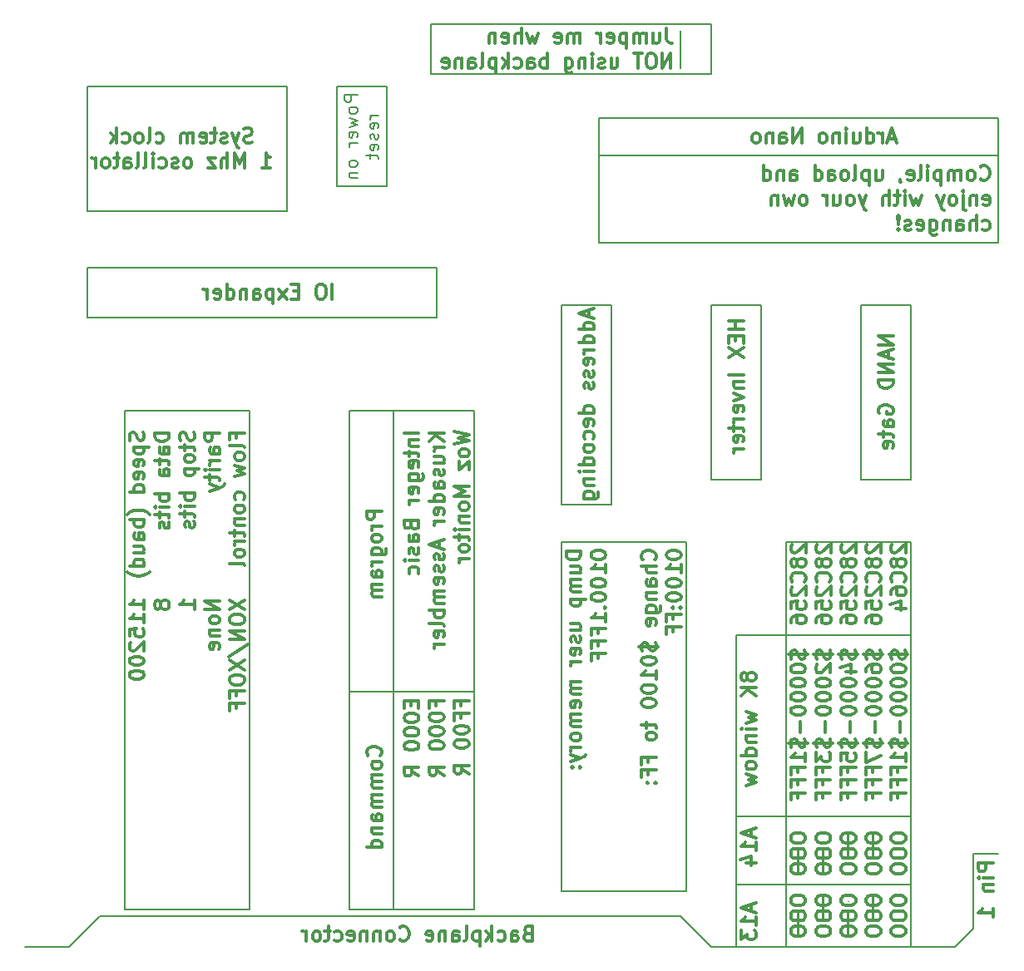
<source format=gbo>
G04 #@! TF.FileFunction,Legend,Bot*
%FSLAX46Y46*%
G04 Gerber Fmt 4.6, Leading zero omitted, Abs format (unit mm)*
G04 Created by KiCad (PCBNEW 4.0.6) date 06/20/17 00:08:38*
%MOMM*%
%LPD*%
G01*
G04 APERTURE LIST*
%ADD10C,0.100000*%
%ADD11C,0.200000*%
%ADD12C,0.300000*%
G04 APERTURE END LIST*
D10*
D11*
X157480000Y-41910000D02*
X158750000Y-41910000D01*
X157480000Y-46990000D02*
X157480000Y-41910000D01*
X158750000Y-46990000D02*
X157480000Y-46990000D01*
D12*
X181459286Y-42353571D02*
X181459286Y-43425000D01*
X181530714Y-43639286D01*
X181673571Y-43782143D01*
X181887857Y-43853571D01*
X182030714Y-43853571D01*
X180102143Y-42853571D02*
X180102143Y-43853571D01*
X180745000Y-42853571D02*
X180745000Y-43639286D01*
X180673572Y-43782143D01*
X180530714Y-43853571D01*
X180316429Y-43853571D01*
X180173572Y-43782143D01*
X180102143Y-43710714D01*
X179387857Y-43853571D02*
X179387857Y-42853571D01*
X179387857Y-42996429D02*
X179316429Y-42925000D01*
X179173571Y-42853571D01*
X178959286Y-42853571D01*
X178816429Y-42925000D01*
X178745000Y-43067857D01*
X178745000Y-43853571D01*
X178745000Y-43067857D02*
X178673571Y-42925000D01*
X178530714Y-42853571D01*
X178316429Y-42853571D01*
X178173571Y-42925000D01*
X178102143Y-43067857D01*
X178102143Y-43853571D01*
X177387857Y-42853571D02*
X177387857Y-44353571D01*
X177387857Y-42925000D02*
X177245000Y-42853571D01*
X176959286Y-42853571D01*
X176816429Y-42925000D01*
X176745000Y-42996429D01*
X176673571Y-43139286D01*
X176673571Y-43567857D01*
X176745000Y-43710714D01*
X176816429Y-43782143D01*
X176959286Y-43853571D01*
X177245000Y-43853571D01*
X177387857Y-43782143D01*
X175459286Y-43782143D02*
X175602143Y-43853571D01*
X175887857Y-43853571D01*
X176030714Y-43782143D01*
X176102143Y-43639286D01*
X176102143Y-43067857D01*
X176030714Y-42925000D01*
X175887857Y-42853571D01*
X175602143Y-42853571D01*
X175459286Y-42925000D01*
X175387857Y-43067857D01*
X175387857Y-43210714D01*
X176102143Y-43353571D01*
X174745000Y-43853571D02*
X174745000Y-42853571D01*
X174745000Y-43139286D02*
X174673572Y-42996429D01*
X174602143Y-42925000D01*
X174459286Y-42853571D01*
X174316429Y-42853571D01*
X172673572Y-43853571D02*
X172673572Y-42853571D01*
X172673572Y-42996429D02*
X172602144Y-42925000D01*
X172459286Y-42853571D01*
X172245001Y-42853571D01*
X172102144Y-42925000D01*
X172030715Y-43067857D01*
X172030715Y-43853571D01*
X172030715Y-43067857D02*
X171959286Y-42925000D01*
X171816429Y-42853571D01*
X171602144Y-42853571D01*
X171459286Y-42925000D01*
X171387858Y-43067857D01*
X171387858Y-43853571D01*
X170102144Y-43782143D02*
X170245001Y-43853571D01*
X170530715Y-43853571D01*
X170673572Y-43782143D01*
X170745001Y-43639286D01*
X170745001Y-43067857D01*
X170673572Y-42925000D01*
X170530715Y-42853571D01*
X170245001Y-42853571D01*
X170102144Y-42925000D01*
X170030715Y-43067857D01*
X170030715Y-43210714D01*
X170745001Y-43353571D01*
X168387858Y-42853571D02*
X168102144Y-43853571D01*
X167816430Y-43139286D01*
X167530715Y-43853571D01*
X167245001Y-42853571D01*
X166673572Y-43853571D02*
X166673572Y-42353571D01*
X166030715Y-43853571D02*
X166030715Y-43067857D01*
X166102144Y-42925000D01*
X166245001Y-42853571D01*
X166459286Y-42853571D01*
X166602144Y-42925000D01*
X166673572Y-42996429D01*
X164745001Y-43782143D02*
X164887858Y-43853571D01*
X165173572Y-43853571D01*
X165316429Y-43782143D01*
X165387858Y-43639286D01*
X165387858Y-43067857D01*
X165316429Y-42925000D01*
X165173572Y-42853571D01*
X164887858Y-42853571D01*
X164745001Y-42925000D01*
X164673572Y-43067857D01*
X164673572Y-43210714D01*
X165387858Y-43353571D01*
X164030715Y-42853571D02*
X164030715Y-43853571D01*
X164030715Y-42996429D02*
X163959287Y-42925000D01*
X163816429Y-42853571D01*
X163602144Y-42853571D01*
X163459287Y-42925000D01*
X163387858Y-43067857D01*
X163387858Y-43853571D01*
X181887857Y-46403571D02*
X181887857Y-44903571D01*
X181030714Y-46403571D01*
X181030714Y-44903571D01*
X180030714Y-44903571D02*
X179745000Y-44903571D01*
X179602142Y-44975000D01*
X179459285Y-45117857D01*
X179387857Y-45403571D01*
X179387857Y-45903571D01*
X179459285Y-46189286D01*
X179602142Y-46332143D01*
X179745000Y-46403571D01*
X180030714Y-46403571D01*
X180173571Y-46332143D01*
X180316428Y-46189286D01*
X180387857Y-45903571D01*
X180387857Y-45403571D01*
X180316428Y-45117857D01*
X180173571Y-44975000D01*
X180030714Y-44903571D01*
X178959285Y-44903571D02*
X178102142Y-44903571D01*
X178530713Y-46403571D02*
X178530713Y-44903571D01*
X175816428Y-45403571D02*
X175816428Y-46403571D01*
X176459285Y-45403571D02*
X176459285Y-46189286D01*
X176387857Y-46332143D01*
X176244999Y-46403571D01*
X176030714Y-46403571D01*
X175887857Y-46332143D01*
X175816428Y-46260714D01*
X175173571Y-46332143D02*
X175030714Y-46403571D01*
X174744999Y-46403571D01*
X174602142Y-46332143D01*
X174530714Y-46189286D01*
X174530714Y-46117857D01*
X174602142Y-45975000D01*
X174744999Y-45903571D01*
X174959285Y-45903571D01*
X175102142Y-45832143D01*
X175173571Y-45689286D01*
X175173571Y-45617857D01*
X175102142Y-45475000D01*
X174959285Y-45403571D01*
X174744999Y-45403571D01*
X174602142Y-45475000D01*
X173887856Y-46403571D02*
X173887856Y-45403571D01*
X173887856Y-44903571D02*
X173959285Y-44975000D01*
X173887856Y-45046429D01*
X173816428Y-44975000D01*
X173887856Y-44903571D01*
X173887856Y-45046429D01*
X173173570Y-45403571D02*
X173173570Y-46403571D01*
X173173570Y-45546429D02*
X173102142Y-45475000D01*
X172959284Y-45403571D01*
X172744999Y-45403571D01*
X172602142Y-45475000D01*
X172530713Y-45617857D01*
X172530713Y-46403571D01*
X171173570Y-45403571D02*
X171173570Y-46617857D01*
X171244999Y-46760714D01*
X171316427Y-46832143D01*
X171459284Y-46903571D01*
X171673570Y-46903571D01*
X171816427Y-46832143D01*
X171173570Y-46332143D02*
X171316427Y-46403571D01*
X171602141Y-46403571D01*
X171744999Y-46332143D01*
X171816427Y-46260714D01*
X171887856Y-46117857D01*
X171887856Y-45689286D01*
X171816427Y-45546429D01*
X171744999Y-45475000D01*
X171602141Y-45403571D01*
X171316427Y-45403571D01*
X171173570Y-45475000D01*
X169316427Y-46403571D02*
X169316427Y-44903571D01*
X169316427Y-45475000D02*
X169173570Y-45403571D01*
X168887856Y-45403571D01*
X168744999Y-45475000D01*
X168673570Y-45546429D01*
X168602141Y-45689286D01*
X168602141Y-46117857D01*
X168673570Y-46260714D01*
X168744999Y-46332143D01*
X168887856Y-46403571D01*
X169173570Y-46403571D01*
X169316427Y-46332143D01*
X167316427Y-46403571D02*
X167316427Y-45617857D01*
X167387856Y-45475000D01*
X167530713Y-45403571D01*
X167816427Y-45403571D01*
X167959284Y-45475000D01*
X167316427Y-46332143D02*
X167459284Y-46403571D01*
X167816427Y-46403571D01*
X167959284Y-46332143D01*
X168030713Y-46189286D01*
X168030713Y-46046429D01*
X167959284Y-45903571D01*
X167816427Y-45832143D01*
X167459284Y-45832143D01*
X167316427Y-45760714D01*
X165959284Y-46332143D02*
X166102141Y-46403571D01*
X166387855Y-46403571D01*
X166530713Y-46332143D01*
X166602141Y-46260714D01*
X166673570Y-46117857D01*
X166673570Y-45689286D01*
X166602141Y-45546429D01*
X166530713Y-45475000D01*
X166387855Y-45403571D01*
X166102141Y-45403571D01*
X165959284Y-45475000D01*
X165316427Y-46403571D02*
X165316427Y-44903571D01*
X165173570Y-45832143D02*
X164744999Y-46403571D01*
X164744999Y-45403571D02*
X165316427Y-45975000D01*
X164102141Y-45403571D02*
X164102141Y-46903571D01*
X164102141Y-45475000D02*
X163959284Y-45403571D01*
X163673570Y-45403571D01*
X163530713Y-45475000D01*
X163459284Y-45546429D01*
X163387855Y-45689286D01*
X163387855Y-46117857D01*
X163459284Y-46260714D01*
X163530713Y-46332143D01*
X163673570Y-46403571D01*
X163959284Y-46403571D01*
X164102141Y-46332143D01*
X162530712Y-46403571D02*
X162673570Y-46332143D01*
X162744998Y-46189286D01*
X162744998Y-44903571D01*
X161316427Y-46403571D02*
X161316427Y-45617857D01*
X161387856Y-45475000D01*
X161530713Y-45403571D01*
X161816427Y-45403571D01*
X161959284Y-45475000D01*
X161316427Y-46332143D02*
X161459284Y-46403571D01*
X161816427Y-46403571D01*
X161959284Y-46332143D01*
X162030713Y-46189286D01*
X162030713Y-46046429D01*
X161959284Y-45903571D01*
X161816427Y-45832143D01*
X161459284Y-45832143D01*
X161316427Y-45760714D01*
X160602141Y-45403571D02*
X160602141Y-46403571D01*
X160602141Y-45546429D02*
X160530713Y-45475000D01*
X160387855Y-45403571D01*
X160173570Y-45403571D01*
X160030713Y-45475000D01*
X159959284Y-45617857D01*
X159959284Y-46403571D01*
X158673570Y-46332143D02*
X158816427Y-46403571D01*
X159102141Y-46403571D01*
X159244998Y-46332143D01*
X159316427Y-46189286D01*
X159316427Y-45617857D01*
X159244998Y-45475000D01*
X159102141Y-45403571D01*
X158816427Y-45403571D01*
X158673570Y-45475000D01*
X158602141Y-45617857D01*
X158602141Y-45760714D01*
X159316427Y-45903571D01*
X167317142Y-134512857D02*
X167102856Y-134584286D01*
X167031428Y-134655714D01*
X166959999Y-134798571D01*
X166959999Y-135012857D01*
X167031428Y-135155714D01*
X167102856Y-135227143D01*
X167245714Y-135298571D01*
X167817142Y-135298571D01*
X167817142Y-133798571D01*
X167317142Y-133798571D01*
X167174285Y-133870000D01*
X167102856Y-133941429D01*
X167031428Y-134084286D01*
X167031428Y-134227143D01*
X167102856Y-134370000D01*
X167174285Y-134441429D01*
X167317142Y-134512857D01*
X167817142Y-134512857D01*
X165674285Y-135298571D02*
X165674285Y-134512857D01*
X165745714Y-134370000D01*
X165888571Y-134298571D01*
X166174285Y-134298571D01*
X166317142Y-134370000D01*
X165674285Y-135227143D02*
X165817142Y-135298571D01*
X166174285Y-135298571D01*
X166317142Y-135227143D01*
X166388571Y-135084286D01*
X166388571Y-134941429D01*
X166317142Y-134798571D01*
X166174285Y-134727143D01*
X165817142Y-134727143D01*
X165674285Y-134655714D01*
X164317142Y-135227143D02*
X164459999Y-135298571D01*
X164745713Y-135298571D01*
X164888571Y-135227143D01*
X164959999Y-135155714D01*
X165031428Y-135012857D01*
X165031428Y-134584286D01*
X164959999Y-134441429D01*
X164888571Y-134370000D01*
X164745713Y-134298571D01*
X164459999Y-134298571D01*
X164317142Y-134370000D01*
X163674285Y-135298571D02*
X163674285Y-133798571D01*
X163531428Y-134727143D02*
X163102857Y-135298571D01*
X163102857Y-134298571D02*
X163674285Y-134870000D01*
X162459999Y-134298571D02*
X162459999Y-135798571D01*
X162459999Y-134370000D02*
X162317142Y-134298571D01*
X162031428Y-134298571D01*
X161888571Y-134370000D01*
X161817142Y-134441429D01*
X161745713Y-134584286D01*
X161745713Y-135012857D01*
X161817142Y-135155714D01*
X161888571Y-135227143D01*
X162031428Y-135298571D01*
X162317142Y-135298571D01*
X162459999Y-135227143D01*
X160888570Y-135298571D02*
X161031428Y-135227143D01*
X161102856Y-135084286D01*
X161102856Y-133798571D01*
X159674285Y-135298571D02*
X159674285Y-134512857D01*
X159745714Y-134370000D01*
X159888571Y-134298571D01*
X160174285Y-134298571D01*
X160317142Y-134370000D01*
X159674285Y-135227143D02*
X159817142Y-135298571D01*
X160174285Y-135298571D01*
X160317142Y-135227143D01*
X160388571Y-135084286D01*
X160388571Y-134941429D01*
X160317142Y-134798571D01*
X160174285Y-134727143D01*
X159817142Y-134727143D01*
X159674285Y-134655714D01*
X158959999Y-134298571D02*
X158959999Y-135298571D01*
X158959999Y-134441429D02*
X158888571Y-134370000D01*
X158745713Y-134298571D01*
X158531428Y-134298571D01*
X158388571Y-134370000D01*
X158317142Y-134512857D01*
X158317142Y-135298571D01*
X157031428Y-135227143D02*
X157174285Y-135298571D01*
X157459999Y-135298571D01*
X157602856Y-135227143D01*
X157674285Y-135084286D01*
X157674285Y-134512857D01*
X157602856Y-134370000D01*
X157459999Y-134298571D01*
X157174285Y-134298571D01*
X157031428Y-134370000D01*
X156959999Y-134512857D01*
X156959999Y-134655714D01*
X157674285Y-134798571D01*
X154317142Y-135155714D02*
X154388571Y-135227143D01*
X154602857Y-135298571D01*
X154745714Y-135298571D01*
X154959999Y-135227143D01*
X155102857Y-135084286D01*
X155174285Y-134941429D01*
X155245714Y-134655714D01*
X155245714Y-134441429D01*
X155174285Y-134155714D01*
X155102857Y-134012857D01*
X154959999Y-133870000D01*
X154745714Y-133798571D01*
X154602857Y-133798571D01*
X154388571Y-133870000D01*
X154317142Y-133941429D01*
X153459999Y-135298571D02*
X153602857Y-135227143D01*
X153674285Y-135155714D01*
X153745714Y-135012857D01*
X153745714Y-134584286D01*
X153674285Y-134441429D01*
X153602857Y-134370000D01*
X153459999Y-134298571D01*
X153245714Y-134298571D01*
X153102857Y-134370000D01*
X153031428Y-134441429D01*
X152959999Y-134584286D01*
X152959999Y-135012857D01*
X153031428Y-135155714D01*
X153102857Y-135227143D01*
X153245714Y-135298571D01*
X153459999Y-135298571D01*
X152317142Y-134298571D02*
X152317142Y-135298571D01*
X152317142Y-134441429D02*
X152245714Y-134370000D01*
X152102856Y-134298571D01*
X151888571Y-134298571D01*
X151745714Y-134370000D01*
X151674285Y-134512857D01*
X151674285Y-135298571D01*
X150959999Y-134298571D02*
X150959999Y-135298571D01*
X150959999Y-134441429D02*
X150888571Y-134370000D01*
X150745713Y-134298571D01*
X150531428Y-134298571D01*
X150388571Y-134370000D01*
X150317142Y-134512857D01*
X150317142Y-135298571D01*
X149031428Y-135227143D02*
X149174285Y-135298571D01*
X149459999Y-135298571D01*
X149602856Y-135227143D01*
X149674285Y-135084286D01*
X149674285Y-134512857D01*
X149602856Y-134370000D01*
X149459999Y-134298571D01*
X149174285Y-134298571D01*
X149031428Y-134370000D01*
X148959999Y-134512857D01*
X148959999Y-134655714D01*
X149674285Y-134798571D01*
X147674285Y-135227143D02*
X147817142Y-135298571D01*
X148102856Y-135298571D01*
X148245714Y-135227143D01*
X148317142Y-135155714D01*
X148388571Y-135012857D01*
X148388571Y-134584286D01*
X148317142Y-134441429D01*
X148245714Y-134370000D01*
X148102856Y-134298571D01*
X147817142Y-134298571D01*
X147674285Y-134370000D01*
X147245714Y-134298571D02*
X146674285Y-134298571D01*
X147031428Y-133798571D02*
X147031428Y-135084286D01*
X146960000Y-135227143D01*
X146817142Y-135298571D01*
X146674285Y-135298571D01*
X145959999Y-135298571D02*
X146102857Y-135227143D01*
X146174285Y-135155714D01*
X146245714Y-135012857D01*
X146245714Y-134584286D01*
X146174285Y-134441429D01*
X146102857Y-134370000D01*
X145959999Y-134298571D01*
X145745714Y-134298571D01*
X145602857Y-134370000D01*
X145531428Y-134441429D01*
X145459999Y-134584286D01*
X145459999Y-135012857D01*
X145531428Y-135155714D01*
X145602857Y-135227143D01*
X145745714Y-135298571D01*
X145959999Y-135298571D01*
X144817142Y-135298571D02*
X144817142Y-134298571D01*
X144817142Y-134584286D02*
X144745714Y-134441429D01*
X144674285Y-134370000D01*
X144531428Y-134298571D01*
X144388571Y-134298571D01*
X214673571Y-127357143D02*
X213173571Y-127357143D01*
X213173571Y-127928571D01*
X213245000Y-128071429D01*
X213316429Y-128142857D01*
X213459286Y-128214286D01*
X213673571Y-128214286D01*
X213816429Y-128142857D01*
X213887857Y-128071429D01*
X213959286Y-127928571D01*
X213959286Y-127357143D01*
X214673571Y-128857143D02*
X213673571Y-128857143D01*
X213173571Y-128857143D02*
X213245000Y-128785714D01*
X213316429Y-128857143D01*
X213245000Y-128928571D01*
X213173571Y-128857143D01*
X213316429Y-128857143D01*
X213673571Y-129571429D02*
X214673571Y-129571429D01*
X213816429Y-129571429D02*
X213745000Y-129642857D01*
X213673571Y-129785715D01*
X213673571Y-130000000D01*
X213745000Y-130142857D01*
X213887857Y-130214286D01*
X214673571Y-130214286D01*
X214673571Y-132857143D02*
X214673571Y-132000000D01*
X214673571Y-132428572D02*
X213173571Y-132428572D01*
X213387857Y-132285715D01*
X213530714Y-132142857D01*
X213602143Y-132000000D01*
D11*
X120650000Y-135890000D02*
X116205000Y-135890000D01*
X123825000Y-132715000D02*
X120650000Y-135890000D01*
X182880000Y-132715000D02*
X123825000Y-132715000D01*
X186055000Y-135890000D02*
X182880000Y-132715000D01*
X210820000Y-135890000D02*
X186055000Y-135890000D01*
X212725000Y-133985000D02*
X210820000Y-135890000D01*
X212725000Y-126365000D02*
X212725000Y-133985000D01*
X215265000Y-126365000D02*
X212725000Y-126365000D01*
X182880000Y-42545000D02*
X182880000Y-46355000D01*
X158750000Y-46990000D02*
X186055000Y-46990000D01*
X186055000Y-41910000D02*
X158750000Y-41910000D01*
X186055000Y-46990000D02*
X186055000Y-41910000D01*
X215265000Y-55245000D02*
X174625000Y-55245000D01*
D12*
X204770715Y-53590000D02*
X204056429Y-53590000D01*
X204913572Y-54018571D02*
X204413572Y-52518571D01*
X203913572Y-54018571D01*
X203413572Y-54018571D02*
X203413572Y-53018571D01*
X203413572Y-53304286D02*
X203342144Y-53161429D01*
X203270715Y-53090000D01*
X203127858Y-53018571D01*
X202985001Y-53018571D01*
X201842144Y-54018571D02*
X201842144Y-52518571D01*
X201842144Y-53947143D02*
X201985001Y-54018571D01*
X202270715Y-54018571D01*
X202413573Y-53947143D01*
X202485001Y-53875714D01*
X202556430Y-53732857D01*
X202556430Y-53304286D01*
X202485001Y-53161429D01*
X202413573Y-53090000D01*
X202270715Y-53018571D01*
X201985001Y-53018571D01*
X201842144Y-53090000D01*
X200485001Y-53018571D02*
X200485001Y-54018571D01*
X201127858Y-53018571D02*
X201127858Y-53804286D01*
X201056430Y-53947143D01*
X200913572Y-54018571D01*
X200699287Y-54018571D01*
X200556430Y-53947143D01*
X200485001Y-53875714D01*
X199770715Y-54018571D02*
X199770715Y-53018571D01*
X199770715Y-52518571D02*
X199842144Y-52590000D01*
X199770715Y-52661429D01*
X199699287Y-52590000D01*
X199770715Y-52518571D01*
X199770715Y-52661429D01*
X199056429Y-53018571D02*
X199056429Y-54018571D01*
X199056429Y-53161429D02*
X198985001Y-53090000D01*
X198842143Y-53018571D01*
X198627858Y-53018571D01*
X198485001Y-53090000D01*
X198413572Y-53232857D01*
X198413572Y-54018571D01*
X197485000Y-54018571D02*
X197627858Y-53947143D01*
X197699286Y-53875714D01*
X197770715Y-53732857D01*
X197770715Y-53304286D01*
X197699286Y-53161429D01*
X197627858Y-53090000D01*
X197485000Y-53018571D01*
X197270715Y-53018571D01*
X197127858Y-53090000D01*
X197056429Y-53161429D01*
X196985000Y-53304286D01*
X196985000Y-53732857D01*
X197056429Y-53875714D01*
X197127858Y-53947143D01*
X197270715Y-54018571D01*
X197485000Y-54018571D01*
X195199286Y-54018571D02*
X195199286Y-52518571D01*
X194342143Y-54018571D01*
X194342143Y-52518571D01*
X192985000Y-54018571D02*
X192985000Y-53232857D01*
X193056429Y-53090000D01*
X193199286Y-53018571D01*
X193485000Y-53018571D01*
X193627857Y-53090000D01*
X192985000Y-53947143D02*
X193127857Y-54018571D01*
X193485000Y-54018571D01*
X193627857Y-53947143D01*
X193699286Y-53804286D01*
X193699286Y-53661429D01*
X193627857Y-53518571D01*
X193485000Y-53447143D01*
X193127857Y-53447143D01*
X192985000Y-53375714D01*
X192270714Y-53018571D02*
X192270714Y-54018571D01*
X192270714Y-53161429D02*
X192199286Y-53090000D01*
X192056428Y-53018571D01*
X191842143Y-53018571D01*
X191699286Y-53090000D01*
X191627857Y-53232857D01*
X191627857Y-54018571D01*
X190699285Y-54018571D02*
X190842143Y-53947143D01*
X190913571Y-53875714D01*
X190985000Y-53732857D01*
X190985000Y-53304286D01*
X190913571Y-53161429D01*
X190842143Y-53090000D01*
X190699285Y-53018571D01*
X190485000Y-53018571D01*
X190342143Y-53090000D01*
X190270714Y-53161429D01*
X190199285Y-53304286D01*
X190199285Y-53732857D01*
X190270714Y-53875714D01*
X190342143Y-53947143D01*
X190485000Y-54018571D01*
X190699285Y-54018571D01*
X213415714Y-57675714D02*
X213487143Y-57747143D01*
X213701429Y-57818571D01*
X213844286Y-57818571D01*
X214058571Y-57747143D01*
X214201429Y-57604286D01*
X214272857Y-57461429D01*
X214344286Y-57175714D01*
X214344286Y-56961429D01*
X214272857Y-56675714D01*
X214201429Y-56532857D01*
X214058571Y-56390000D01*
X213844286Y-56318571D01*
X213701429Y-56318571D01*
X213487143Y-56390000D01*
X213415714Y-56461429D01*
X212558571Y-57818571D02*
X212701429Y-57747143D01*
X212772857Y-57675714D01*
X212844286Y-57532857D01*
X212844286Y-57104286D01*
X212772857Y-56961429D01*
X212701429Y-56890000D01*
X212558571Y-56818571D01*
X212344286Y-56818571D01*
X212201429Y-56890000D01*
X212130000Y-56961429D01*
X212058571Y-57104286D01*
X212058571Y-57532857D01*
X212130000Y-57675714D01*
X212201429Y-57747143D01*
X212344286Y-57818571D01*
X212558571Y-57818571D01*
X211415714Y-57818571D02*
X211415714Y-56818571D01*
X211415714Y-56961429D02*
X211344286Y-56890000D01*
X211201428Y-56818571D01*
X210987143Y-56818571D01*
X210844286Y-56890000D01*
X210772857Y-57032857D01*
X210772857Y-57818571D01*
X210772857Y-57032857D02*
X210701428Y-56890000D01*
X210558571Y-56818571D01*
X210344286Y-56818571D01*
X210201428Y-56890000D01*
X210130000Y-57032857D01*
X210130000Y-57818571D01*
X209415714Y-56818571D02*
X209415714Y-58318571D01*
X209415714Y-56890000D02*
X209272857Y-56818571D01*
X208987143Y-56818571D01*
X208844286Y-56890000D01*
X208772857Y-56961429D01*
X208701428Y-57104286D01*
X208701428Y-57532857D01*
X208772857Y-57675714D01*
X208844286Y-57747143D01*
X208987143Y-57818571D01*
X209272857Y-57818571D01*
X209415714Y-57747143D01*
X208058571Y-57818571D02*
X208058571Y-56818571D01*
X208058571Y-56318571D02*
X208130000Y-56390000D01*
X208058571Y-56461429D01*
X207987143Y-56390000D01*
X208058571Y-56318571D01*
X208058571Y-56461429D01*
X207129999Y-57818571D02*
X207272857Y-57747143D01*
X207344285Y-57604286D01*
X207344285Y-56318571D01*
X205987143Y-57747143D02*
X206130000Y-57818571D01*
X206415714Y-57818571D01*
X206558571Y-57747143D01*
X206630000Y-57604286D01*
X206630000Y-57032857D01*
X206558571Y-56890000D01*
X206415714Y-56818571D01*
X206130000Y-56818571D01*
X205987143Y-56890000D01*
X205915714Y-57032857D01*
X205915714Y-57175714D01*
X206630000Y-57318571D01*
X205201429Y-57747143D02*
X205201429Y-57818571D01*
X205272857Y-57961429D01*
X205344286Y-58032857D01*
X202772857Y-56818571D02*
X202772857Y-57818571D01*
X203415714Y-56818571D02*
X203415714Y-57604286D01*
X203344286Y-57747143D01*
X203201428Y-57818571D01*
X202987143Y-57818571D01*
X202844286Y-57747143D01*
X202772857Y-57675714D01*
X202058571Y-56818571D02*
X202058571Y-58318571D01*
X202058571Y-56890000D02*
X201915714Y-56818571D01*
X201630000Y-56818571D01*
X201487143Y-56890000D01*
X201415714Y-56961429D01*
X201344285Y-57104286D01*
X201344285Y-57532857D01*
X201415714Y-57675714D01*
X201487143Y-57747143D01*
X201630000Y-57818571D01*
X201915714Y-57818571D01*
X202058571Y-57747143D01*
X200487142Y-57818571D02*
X200630000Y-57747143D01*
X200701428Y-57604286D01*
X200701428Y-56318571D01*
X199701428Y-57818571D02*
X199844286Y-57747143D01*
X199915714Y-57675714D01*
X199987143Y-57532857D01*
X199987143Y-57104286D01*
X199915714Y-56961429D01*
X199844286Y-56890000D01*
X199701428Y-56818571D01*
X199487143Y-56818571D01*
X199344286Y-56890000D01*
X199272857Y-56961429D01*
X199201428Y-57104286D01*
X199201428Y-57532857D01*
X199272857Y-57675714D01*
X199344286Y-57747143D01*
X199487143Y-57818571D01*
X199701428Y-57818571D01*
X197915714Y-57818571D02*
X197915714Y-57032857D01*
X197987143Y-56890000D01*
X198130000Y-56818571D01*
X198415714Y-56818571D01*
X198558571Y-56890000D01*
X197915714Y-57747143D02*
X198058571Y-57818571D01*
X198415714Y-57818571D01*
X198558571Y-57747143D01*
X198630000Y-57604286D01*
X198630000Y-57461429D01*
X198558571Y-57318571D01*
X198415714Y-57247143D01*
X198058571Y-57247143D01*
X197915714Y-57175714D01*
X196558571Y-57818571D02*
X196558571Y-56318571D01*
X196558571Y-57747143D02*
X196701428Y-57818571D01*
X196987142Y-57818571D01*
X197130000Y-57747143D01*
X197201428Y-57675714D01*
X197272857Y-57532857D01*
X197272857Y-57104286D01*
X197201428Y-56961429D01*
X197130000Y-56890000D01*
X196987142Y-56818571D01*
X196701428Y-56818571D01*
X196558571Y-56890000D01*
X194058571Y-57818571D02*
X194058571Y-57032857D01*
X194130000Y-56890000D01*
X194272857Y-56818571D01*
X194558571Y-56818571D01*
X194701428Y-56890000D01*
X194058571Y-57747143D02*
X194201428Y-57818571D01*
X194558571Y-57818571D01*
X194701428Y-57747143D01*
X194772857Y-57604286D01*
X194772857Y-57461429D01*
X194701428Y-57318571D01*
X194558571Y-57247143D01*
X194201428Y-57247143D01*
X194058571Y-57175714D01*
X193344285Y-56818571D02*
X193344285Y-57818571D01*
X193344285Y-56961429D02*
X193272857Y-56890000D01*
X193129999Y-56818571D01*
X192915714Y-56818571D01*
X192772857Y-56890000D01*
X192701428Y-57032857D01*
X192701428Y-57818571D01*
X191344285Y-57818571D02*
X191344285Y-56318571D01*
X191344285Y-57747143D02*
X191487142Y-57818571D01*
X191772856Y-57818571D01*
X191915714Y-57747143D01*
X191987142Y-57675714D01*
X192058571Y-57532857D01*
X192058571Y-57104286D01*
X191987142Y-56961429D01*
X191915714Y-56890000D01*
X191772856Y-56818571D01*
X191487142Y-56818571D01*
X191344285Y-56890000D01*
X213701429Y-60297143D02*
X213844286Y-60368571D01*
X214130000Y-60368571D01*
X214272857Y-60297143D01*
X214344286Y-60154286D01*
X214344286Y-59582857D01*
X214272857Y-59440000D01*
X214130000Y-59368571D01*
X213844286Y-59368571D01*
X213701429Y-59440000D01*
X213630000Y-59582857D01*
X213630000Y-59725714D01*
X214344286Y-59868571D01*
X212987143Y-59368571D02*
X212987143Y-60368571D01*
X212987143Y-59511429D02*
X212915715Y-59440000D01*
X212772857Y-59368571D01*
X212558572Y-59368571D01*
X212415715Y-59440000D01*
X212344286Y-59582857D01*
X212344286Y-60368571D01*
X211630000Y-59368571D02*
X211630000Y-60654286D01*
X211701429Y-60797143D01*
X211844286Y-60868571D01*
X211915714Y-60868571D01*
X211630000Y-58868571D02*
X211701429Y-58940000D01*
X211630000Y-59011429D01*
X211558572Y-58940000D01*
X211630000Y-58868571D01*
X211630000Y-59011429D01*
X210701428Y-60368571D02*
X210844286Y-60297143D01*
X210915714Y-60225714D01*
X210987143Y-60082857D01*
X210987143Y-59654286D01*
X210915714Y-59511429D01*
X210844286Y-59440000D01*
X210701428Y-59368571D01*
X210487143Y-59368571D01*
X210344286Y-59440000D01*
X210272857Y-59511429D01*
X210201428Y-59654286D01*
X210201428Y-60082857D01*
X210272857Y-60225714D01*
X210344286Y-60297143D01*
X210487143Y-60368571D01*
X210701428Y-60368571D01*
X209701428Y-59368571D02*
X209344285Y-60368571D01*
X208987143Y-59368571D02*
X209344285Y-60368571D01*
X209487143Y-60725714D01*
X209558571Y-60797143D01*
X209701428Y-60868571D01*
X207415714Y-59368571D02*
X207130000Y-60368571D01*
X206844286Y-59654286D01*
X206558571Y-60368571D01*
X206272857Y-59368571D01*
X205701428Y-60368571D02*
X205701428Y-59368571D01*
X205701428Y-58868571D02*
X205772857Y-58940000D01*
X205701428Y-59011429D01*
X205630000Y-58940000D01*
X205701428Y-58868571D01*
X205701428Y-59011429D01*
X205201428Y-59368571D02*
X204629999Y-59368571D01*
X204987142Y-58868571D02*
X204987142Y-60154286D01*
X204915714Y-60297143D01*
X204772856Y-60368571D01*
X204629999Y-60368571D01*
X204129999Y-60368571D02*
X204129999Y-58868571D01*
X203487142Y-60368571D02*
X203487142Y-59582857D01*
X203558571Y-59440000D01*
X203701428Y-59368571D01*
X203915713Y-59368571D01*
X204058571Y-59440000D01*
X204129999Y-59511429D01*
X201772856Y-59368571D02*
X201415713Y-60368571D01*
X201058571Y-59368571D02*
X201415713Y-60368571D01*
X201558571Y-60725714D01*
X201629999Y-60797143D01*
X201772856Y-60868571D01*
X200272856Y-60368571D02*
X200415714Y-60297143D01*
X200487142Y-60225714D01*
X200558571Y-60082857D01*
X200558571Y-59654286D01*
X200487142Y-59511429D01*
X200415714Y-59440000D01*
X200272856Y-59368571D01*
X200058571Y-59368571D01*
X199915714Y-59440000D01*
X199844285Y-59511429D01*
X199772856Y-59654286D01*
X199772856Y-60082857D01*
X199844285Y-60225714D01*
X199915714Y-60297143D01*
X200058571Y-60368571D01*
X200272856Y-60368571D01*
X198487142Y-59368571D02*
X198487142Y-60368571D01*
X199129999Y-59368571D02*
X199129999Y-60154286D01*
X199058571Y-60297143D01*
X198915713Y-60368571D01*
X198701428Y-60368571D01*
X198558571Y-60297143D01*
X198487142Y-60225714D01*
X197772856Y-60368571D02*
X197772856Y-59368571D01*
X197772856Y-59654286D02*
X197701428Y-59511429D01*
X197629999Y-59440000D01*
X197487142Y-59368571D01*
X197344285Y-59368571D01*
X195487142Y-60368571D02*
X195630000Y-60297143D01*
X195701428Y-60225714D01*
X195772857Y-60082857D01*
X195772857Y-59654286D01*
X195701428Y-59511429D01*
X195630000Y-59440000D01*
X195487142Y-59368571D01*
X195272857Y-59368571D01*
X195130000Y-59440000D01*
X195058571Y-59511429D01*
X194987142Y-59654286D01*
X194987142Y-60082857D01*
X195058571Y-60225714D01*
X195130000Y-60297143D01*
X195272857Y-60368571D01*
X195487142Y-60368571D01*
X194487142Y-59368571D02*
X194201428Y-60368571D01*
X193915714Y-59654286D01*
X193629999Y-60368571D01*
X193344285Y-59368571D01*
X192772856Y-59368571D02*
X192772856Y-60368571D01*
X192772856Y-59511429D02*
X192701428Y-59440000D01*
X192558570Y-59368571D01*
X192344285Y-59368571D01*
X192201428Y-59440000D01*
X192129999Y-59582857D01*
X192129999Y-60368571D01*
X213630000Y-62847143D02*
X213772857Y-62918571D01*
X214058571Y-62918571D01*
X214201429Y-62847143D01*
X214272857Y-62775714D01*
X214344286Y-62632857D01*
X214344286Y-62204286D01*
X214272857Y-62061429D01*
X214201429Y-61990000D01*
X214058571Y-61918571D01*
X213772857Y-61918571D01*
X213630000Y-61990000D01*
X212987143Y-62918571D02*
X212987143Y-61418571D01*
X212344286Y-62918571D02*
X212344286Y-62132857D01*
X212415715Y-61990000D01*
X212558572Y-61918571D01*
X212772857Y-61918571D01*
X212915715Y-61990000D01*
X212987143Y-62061429D01*
X210987143Y-62918571D02*
X210987143Y-62132857D01*
X211058572Y-61990000D01*
X211201429Y-61918571D01*
X211487143Y-61918571D01*
X211630000Y-61990000D01*
X210987143Y-62847143D02*
X211130000Y-62918571D01*
X211487143Y-62918571D01*
X211630000Y-62847143D01*
X211701429Y-62704286D01*
X211701429Y-62561429D01*
X211630000Y-62418571D01*
X211487143Y-62347143D01*
X211130000Y-62347143D01*
X210987143Y-62275714D01*
X210272857Y-61918571D02*
X210272857Y-62918571D01*
X210272857Y-62061429D02*
X210201429Y-61990000D01*
X210058571Y-61918571D01*
X209844286Y-61918571D01*
X209701429Y-61990000D01*
X209630000Y-62132857D01*
X209630000Y-62918571D01*
X208272857Y-61918571D02*
X208272857Y-63132857D01*
X208344286Y-63275714D01*
X208415714Y-63347143D01*
X208558571Y-63418571D01*
X208772857Y-63418571D01*
X208915714Y-63347143D01*
X208272857Y-62847143D02*
X208415714Y-62918571D01*
X208701428Y-62918571D01*
X208844286Y-62847143D01*
X208915714Y-62775714D01*
X208987143Y-62632857D01*
X208987143Y-62204286D01*
X208915714Y-62061429D01*
X208844286Y-61990000D01*
X208701428Y-61918571D01*
X208415714Y-61918571D01*
X208272857Y-61990000D01*
X206987143Y-62847143D02*
X207130000Y-62918571D01*
X207415714Y-62918571D01*
X207558571Y-62847143D01*
X207630000Y-62704286D01*
X207630000Y-62132857D01*
X207558571Y-61990000D01*
X207415714Y-61918571D01*
X207130000Y-61918571D01*
X206987143Y-61990000D01*
X206915714Y-62132857D01*
X206915714Y-62275714D01*
X207630000Y-62418571D01*
X206344286Y-62847143D02*
X206201429Y-62918571D01*
X205915714Y-62918571D01*
X205772857Y-62847143D01*
X205701429Y-62704286D01*
X205701429Y-62632857D01*
X205772857Y-62490000D01*
X205915714Y-62418571D01*
X206130000Y-62418571D01*
X206272857Y-62347143D01*
X206344286Y-62204286D01*
X206344286Y-62132857D01*
X206272857Y-61990000D01*
X206130000Y-61918571D01*
X205915714Y-61918571D01*
X205772857Y-61990000D01*
X205058571Y-62775714D02*
X204987143Y-62847143D01*
X205058571Y-62918571D01*
X205130000Y-62847143D01*
X205058571Y-62775714D01*
X205058571Y-62918571D01*
X205058571Y-62347143D02*
X205130000Y-61490000D01*
X205058571Y-61418571D01*
X204987143Y-61490000D01*
X205058571Y-62347143D01*
X205058571Y-61418571D01*
D11*
X174625000Y-64135000D02*
X174625000Y-51435000D01*
X215265000Y-64135000D02*
X174625000Y-64135000D01*
X215265000Y-51435000D02*
X215265000Y-64135000D01*
X174625000Y-51435000D02*
X215265000Y-51435000D01*
X150008095Y-49099525D02*
X148708095Y-49099525D01*
X148708095Y-49594763D01*
X148770000Y-49718572D01*
X148831905Y-49780477D01*
X148955714Y-49842382D01*
X149141429Y-49842382D01*
X149265238Y-49780477D01*
X149327143Y-49718572D01*
X149389048Y-49594763D01*
X149389048Y-49099525D01*
X150008095Y-50585239D02*
X149946190Y-50461430D01*
X149884286Y-50399525D01*
X149760476Y-50337620D01*
X149389048Y-50337620D01*
X149265238Y-50399525D01*
X149203333Y-50461430D01*
X149141429Y-50585239D01*
X149141429Y-50770953D01*
X149203333Y-50894763D01*
X149265238Y-50956668D01*
X149389048Y-51018572D01*
X149760476Y-51018572D01*
X149884286Y-50956668D01*
X149946190Y-50894763D01*
X150008095Y-50770953D01*
X150008095Y-50585239D01*
X149141429Y-51451905D02*
X150008095Y-51699524D01*
X149389048Y-51947143D01*
X150008095Y-52194762D01*
X149141429Y-52442381D01*
X149946190Y-53432858D02*
X150008095Y-53309048D01*
X150008095Y-53061429D01*
X149946190Y-52937620D01*
X149822381Y-52875715D01*
X149327143Y-52875715D01*
X149203333Y-52937620D01*
X149141429Y-53061429D01*
X149141429Y-53309048D01*
X149203333Y-53432858D01*
X149327143Y-53494763D01*
X149450952Y-53494763D01*
X149574762Y-52875715D01*
X150008095Y-54051906D02*
X149141429Y-54051906D01*
X149389048Y-54051906D02*
X149265238Y-54113811D01*
X149203333Y-54175715D01*
X149141429Y-54299525D01*
X149141429Y-54423334D01*
X150008095Y-56032858D02*
X149946190Y-55909049D01*
X149884286Y-55847144D01*
X149760476Y-55785239D01*
X149389048Y-55785239D01*
X149265238Y-55847144D01*
X149203333Y-55909049D01*
X149141429Y-56032858D01*
X149141429Y-56218572D01*
X149203333Y-56342382D01*
X149265238Y-56404287D01*
X149389048Y-56466191D01*
X149760476Y-56466191D01*
X149884286Y-56404287D01*
X149946190Y-56342382D01*
X150008095Y-56218572D01*
X150008095Y-56032858D01*
X149141429Y-57023334D02*
X150008095Y-57023334D01*
X149265238Y-57023334D02*
X149203333Y-57085239D01*
X149141429Y-57209048D01*
X149141429Y-57394762D01*
X149203333Y-57518572D01*
X149327143Y-57580477D01*
X150008095Y-57580477D01*
X152158095Y-51235238D02*
X151291429Y-51235238D01*
X151539048Y-51235238D02*
X151415238Y-51297143D01*
X151353333Y-51359047D01*
X151291429Y-51482857D01*
X151291429Y-51606666D01*
X152096190Y-52535238D02*
X152158095Y-52411428D01*
X152158095Y-52163809D01*
X152096190Y-52040000D01*
X151972381Y-51978095D01*
X151477143Y-51978095D01*
X151353333Y-52040000D01*
X151291429Y-52163809D01*
X151291429Y-52411428D01*
X151353333Y-52535238D01*
X151477143Y-52597143D01*
X151600952Y-52597143D01*
X151724762Y-51978095D01*
X152096190Y-53092381D02*
X152158095Y-53216191D01*
X152158095Y-53463810D01*
X152096190Y-53587619D01*
X151972381Y-53649524D01*
X151910476Y-53649524D01*
X151786667Y-53587619D01*
X151724762Y-53463810D01*
X151724762Y-53278095D01*
X151662857Y-53154286D01*
X151539048Y-53092381D01*
X151477143Y-53092381D01*
X151353333Y-53154286D01*
X151291429Y-53278095D01*
X151291429Y-53463810D01*
X151353333Y-53587619D01*
X152096190Y-54701905D02*
X152158095Y-54578095D01*
X152158095Y-54330476D01*
X152096190Y-54206667D01*
X151972381Y-54144762D01*
X151477143Y-54144762D01*
X151353333Y-54206667D01*
X151291429Y-54330476D01*
X151291429Y-54578095D01*
X151353333Y-54701905D01*
X151477143Y-54763810D01*
X151600952Y-54763810D01*
X151724762Y-54144762D01*
X151291429Y-55135239D02*
X151291429Y-55630477D01*
X150858095Y-55320953D02*
X151972381Y-55320953D01*
X152096190Y-55382858D01*
X152158095Y-55506667D01*
X152158095Y-55630477D01*
X153035000Y-48260000D02*
X147955000Y-48260000D01*
X153035000Y-58420000D02*
X153035000Y-48260000D01*
X147955000Y-58420000D02*
X153035000Y-58420000D01*
X147955000Y-48260000D02*
X147955000Y-58420000D01*
D12*
X139294285Y-53942143D02*
X139079999Y-54013571D01*
X138722856Y-54013571D01*
X138579999Y-53942143D01*
X138508570Y-53870714D01*
X138437142Y-53727857D01*
X138437142Y-53585000D01*
X138508570Y-53442143D01*
X138579999Y-53370714D01*
X138722856Y-53299286D01*
X139008570Y-53227857D01*
X139151428Y-53156429D01*
X139222856Y-53085000D01*
X139294285Y-52942143D01*
X139294285Y-52799286D01*
X139222856Y-52656429D01*
X139151428Y-52585000D01*
X139008570Y-52513571D01*
X138651428Y-52513571D01*
X138437142Y-52585000D01*
X137937142Y-53013571D02*
X137579999Y-54013571D01*
X137222857Y-53013571D02*
X137579999Y-54013571D01*
X137722857Y-54370714D01*
X137794285Y-54442143D01*
X137937142Y-54513571D01*
X136722857Y-53942143D02*
X136580000Y-54013571D01*
X136294285Y-54013571D01*
X136151428Y-53942143D01*
X136080000Y-53799286D01*
X136080000Y-53727857D01*
X136151428Y-53585000D01*
X136294285Y-53513571D01*
X136508571Y-53513571D01*
X136651428Y-53442143D01*
X136722857Y-53299286D01*
X136722857Y-53227857D01*
X136651428Y-53085000D01*
X136508571Y-53013571D01*
X136294285Y-53013571D01*
X136151428Y-53085000D01*
X135651428Y-53013571D02*
X135079999Y-53013571D01*
X135437142Y-52513571D02*
X135437142Y-53799286D01*
X135365714Y-53942143D01*
X135222856Y-54013571D01*
X135079999Y-54013571D01*
X134008571Y-53942143D02*
X134151428Y-54013571D01*
X134437142Y-54013571D01*
X134579999Y-53942143D01*
X134651428Y-53799286D01*
X134651428Y-53227857D01*
X134579999Y-53085000D01*
X134437142Y-53013571D01*
X134151428Y-53013571D01*
X134008571Y-53085000D01*
X133937142Y-53227857D01*
X133937142Y-53370714D01*
X134651428Y-53513571D01*
X133294285Y-54013571D02*
X133294285Y-53013571D01*
X133294285Y-53156429D02*
X133222857Y-53085000D01*
X133079999Y-53013571D01*
X132865714Y-53013571D01*
X132722857Y-53085000D01*
X132651428Y-53227857D01*
X132651428Y-54013571D01*
X132651428Y-53227857D02*
X132579999Y-53085000D01*
X132437142Y-53013571D01*
X132222857Y-53013571D01*
X132079999Y-53085000D01*
X132008571Y-53227857D01*
X132008571Y-54013571D01*
X129508571Y-53942143D02*
X129651428Y-54013571D01*
X129937142Y-54013571D01*
X130080000Y-53942143D01*
X130151428Y-53870714D01*
X130222857Y-53727857D01*
X130222857Y-53299286D01*
X130151428Y-53156429D01*
X130080000Y-53085000D01*
X129937142Y-53013571D01*
X129651428Y-53013571D01*
X129508571Y-53085000D01*
X128651428Y-54013571D02*
X128794286Y-53942143D01*
X128865714Y-53799286D01*
X128865714Y-52513571D01*
X127865714Y-54013571D02*
X128008572Y-53942143D01*
X128080000Y-53870714D01*
X128151429Y-53727857D01*
X128151429Y-53299286D01*
X128080000Y-53156429D01*
X128008572Y-53085000D01*
X127865714Y-53013571D01*
X127651429Y-53013571D01*
X127508572Y-53085000D01*
X127437143Y-53156429D01*
X127365714Y-53299286D01*
X127365714Y-53727857D01*
X127437143Y-53870714D01*
X127508572Y-53942143D01*
X127651429Y-54013571D01*
X127865714Y-54013571D01*
X126080000Y-53942143D02*
X126222857Y-54013571D01*
X126508571Y-54013571D01*
X126651429Y-53942143D01*
X126722857Y-53870714D01*
X126794286Y-53727857D01*
X126794286Y-53299286D01*
X126722857Y-53156429D01*
X126651429Y-53085000D01*
X126508571Y-53013571D01*
X126222857Y-53013571D01*
X126080000Y-53085000D01*
X125437143Y-54013571D02*
X125437143Y-52513571D01*
X125294286Y-53442143D02*
X124865715Y-54013571D01*
X124865715Y-53013571D02*
X125437143Y-53585000D01*
X140258571Y-56563571D02*
X141115714Y-56563571D01*
X140687142Y-56563571D02*
X140687142Y-55063571D01*
X140829999Y-55277857D01*
X140972857Y-55420714D01*
X141115714Y-55492143D01*
X138472857Y-56563571D02*
X138472857Y-55063571D01*
X137972857Y-56135000D01*
X137472857Y-55063571D01*
X137472857Y-56563571D01*
X136758571Y-56563571D02*
X136758571Y-55063571D01*
X136115714Y-56563571D02*
X136115714Y-55777857D01*
X136187143Y-55635000D01*
X136330000Y-55563571D01*
X136544285Y-55563571D01*
X136687143Y-55635000D01*
X136758571Y-55706429D01*
X135544285Y-55563571D02*
X134758571Y-55563571D01*
X135544285Y-56563571D01*
X134758571Y-56563571D01*
X132829999Y-56563571D02*
X132972857Y-56492143D01*
X133044285Y-56420714D01*
X133115714Y-56277857D01*
X133115714Y-55849286D01*
X133044285Y-55706429D01*
X132972857Y-55635000D01*
X132829999Y-55563571D01*
X132615714Y-55563571D01*
X132472857Y-55635000D01*
X132401428Y-55706429D01*
X132329999Y-55849286D01*
X132329999Y-56277857D01*
X132401428Y-56420714D01*
X132472857Y-56492143D01*
X132615714Y-56563571D01*
X132829999Y-56563571D01*
X131758571Y-56492143D02*
X131615714Y-56563571D01*
X131329999Y-56563571D01*
X131187142Y-56492143D01*
X131115714Y-56349286D01*
X131115714Y-56277857D01*
X131187142Y-56135000D01*
X131329999Y-56063571D01*
X131544285Y-56063571D01*
X131687142Y-55992143D01*
X131758571Y-55849286D01*
X131758571Y-55777857D01*
X131687142Y-55635000D01*
X131544285Y-55563571D01*
X131329999Y-55563571D01*
X131187142Y-55635000D01*
X129829999Y-56492143D02*
X129972856Y-56563571D01*
X130258570Y-56563571D01*
X130401428Y-56492143D01*
X130472856Y-56420714D01*
X130544285Y-56277857D01*
X130544285Y-55849286D01*
X130472856Y-55706429D01*
X130401428Y-55635000D01*
X130258570Y-55563571D01*
X129972856Y-55563571D01*
X129829999Y-55635000D01*
X129187142Y-56563571D02*
X129187142Y-55563571D01*
X129187142Y-55063571D02*
X129258571Y-55135000D01*
X129187142Y-55206429D01*
X129115714Y-55135000D01*
X129187142Y-55063571D01*
X129187142Y-55206429D01*
X128258570Y-56563571D02*
X128401428Y-56492143D01*
X128472856Y-56349286D01*
X128472856Y-55063571D01*
X127472856Y-56563571D02*
X127615714Y-56492143D01*
X127687142Y-56349286D01*
X127687142Y-55063571D01*
X126258571Y-56563571D02*
X126258571Y-55777857D01*
X126330000Y-55635000D01*
X126472857Y-55563571D01*
X126758571Y-55563571D01*
X126901428Y-55635000D01*
X126258571Y-56492143D02*
X126401428Y-56563571D01*
X126758571Y-56563571D01*
X126901428Y-56492143D01*
X126972857Y-56349286D01*
X126972857Y-56206429D01*
X126901428Y-56063571D01*
X126758571Y-55992143D01*
X126401428Y-55992143D01*
X126258571Y-55920714D01*
X125758571Y-55563571D02*
X125187142Y-55563571D01*
X125544285Y-55063571D02*
X125544285Y-56349286D01*
X125472857Y-56492143D01*
X125329999Y-56563571D01*
X125187142Y-56563571D01*
X124472856Y-56563571D02*
X124615714Y-56492143D01*
X124687142Y-56420714D01*
X124758571Y-56277857D01*
X124758571Y-55849286D01*
X124687142Y-55706429D01*
X124615714Y-55635000D01*
X124472856Y-55563571D01*
X124258571Y-55563571D01*
X124115714Y-55635000D01*
X124044285Y-55706429D01*
X123972856Y-55849286D01*
X123972856Y-56277857D01*
X124044285Y-56420714D01*
X124115714Y-56492143D01*
X124258571Y-56563571D01*
X124472856Y-56563571D01*
X123329999Y-56563571D02*
X123329999Y-55563571D01*
X123329999Y-55849286D02*
X123258571Y-55706429D01*
X123187142Y-55635000D01*
X123044285Y-55563571D01*
X122901428Y-55563571D01*
D11*
X142875000Y-60960000D02*
X122555000Y-60960000D01*
X142875000Y-48260000D02*
X142875000Y-60960000D01*
X122555000Y-48260000D02*
X142875000Y-48260000D01*
X122555000Y-60960000D02*
X122555000Y-48260000D01*
D12*
X147434286Y-69893571D02*
X147434286Y-68393571D01*
X146434286Y-68393571D02*
X146148572Y-68393571D01*
X146005714Y-68465000D01*
X145862857Y-68607857D01*
X145791429Y-68893571D01*
X145791429Y-69393571D01*
X145862857Y-69679286D01*
X146005714Y-69822143D01*
X146148572Y-69893571D01*
X146434286Y-69893571D01*
X146577143Y-69822143D01*
X146720000Y-69679286D01*
X146791429Y-69393571D01*
X146791429Y-68893571D01*
X146720000Y-68607857D01*
X146577143Y-68465000D01*
X146434286Y-68393571D01*
X144005714Y-69107857D02*
X143505714Y-69107857D01*
X143291428Y-69893571D02*
X144005714Y-69893571D01*
X144005714Y-68393571D01*
X143291428Y-68393571D01*
X142791428Y-69893571D02*
X142005714Y-68893571D01*
X142791428Y-68893571D02*
X142005714Y-69893571D01*
X141434285Y-68893571D02*
X141434285Y-70393571D01*
X141434285Y-68965000D02*
X141291428Y-68893571D01*
X141005714Y-68893571D01*
X140862857Y-68965000D01*
X140791428Y-69036429D01*
X140719999Y-69179286D01*
X140719999Y-69607857D01*
X140791428Y-69750714D01*
X140862857Y-69822143D01*
X141005714Y-69893571D01*
X141291428Y-69893571D01*
X141434285Y-69822143D01*
X139434285Y-69893571D02*
X139434285Y-69107857D01*
X139505714Y-68965000D01*
X139648571Y-68893571D01*
X139934285Y-68893571D01*
X140077142Y-68965000D01*
X139434285Y-69822143D02*
X139577142Y-69893571D01*
X139934285Y-69893571D01*
X140077142Y-69822143D01*
X140148571Y-69679286D01*
X140148571Y-69536429D01*
X140077142Y-69393571D01*
X139934285Y-69322143D01*
X139577142Y-69322143D01*
X139434285Y-69250714D01*
X138719999Y-68893571D02*
X138719999Y-69893571D01*
X138719999Y-69036429D02*
X138648571Y-68965000D01*
X138505713Y-68893571D01*
X138291428Y-68893571D01*
X138148571Y-68965000D01*
X138077142Y-69107857D01*
X138077142Y-69893571D01*
X136719999Y-69893571D02*
X136719999Y-68393571D01*
X136719999Y-69822143D02*
X136862856Y-69893571D01*
X137148570Y-69893571D01*
X137291428Y-69822143D01*
X137362856Y-69750714D01*
X137434285Y-69607857D01*
X137434285Y-69179286D01*
X137362856Y-69036429D01*
X137291428Y-68965000D01*
X137148570Y-68893571D01*
X136862856Y-68893571D01*
X136719999Y-68965000D01*
X135434285Y-69822143D02*
X135577142Y-69893571D01*
X135862856Y-69893571D01*
X136005713Y-69822143D01*
X136077142Y-69679286D01*
X136077142Y-69107857D01*
X136005713Y-68965000D01*
X135862856Y-68893571D01*
X135577142Y-68893571D01*
X135434285Y-68965000D01*
X135362856Y-69107857D01*
X135362856Y-69250714D01*
X136077142Y-69393571D01*
X134719999Y-69893571D02*
X134719999Y-68893571D01*
X134719999Y-69179286D02*
X134648571Y-69036429D01*
X134577142Y-68965000D01*
X134434285Y-68893571D01*
X134291428Y-68893571D01*
D11*
X122555000Y-71755000D02*
X122555000Y-66675000D01*
X158115000Y-71755000D02*
X122555000Y-71755000D01*
X158115000Y-66675000D02*
X158115000Y-71755000D01*
X122555000Y-66675000D02*
X158115000Y-66675000D01*
D12*
X204513571Y-73696429D02*
X203013571Y-73696429D01*
X204513571Y-74553572D01*
X203013571Y-74553572D01*
X204085000Y-75196429D02*
X204085000Y-75910715D01*
X204513571Y-75053572D02*
X203013571Y-75553572D01*
X204513571Y-76053572D01*
X204513571Y-76553572D02*
X203013571Y-76553572D01*
X204513571Y-77410715D01*
X203013571Y-77410715D01*
X204513571Y-78125001D02*
X203013571Y-78125001D01*
X203013571Y-78482144D01*
X203085000Y-78696429D01*
X203227857Y-78839287D01*
X203370714Y-78910715D01*
X203656429Y-78982144D01*
X203870714Y-78982144D01*
X204156429Y-78910715D01*
X204299286Y-78839287D01*
X204442143Y-78696429D01*
X204513571Y-78482144D01*
X204513571Y-78125001D01*
X203085000Y-81553572D02*
X203013571Y-81410715D01*
X203013571Y-81196429D01*
X203085000Y-80982144D01*
X203227857Y-80839286D01*
X203370714Y-80767858D01*
X203656429Y-80696429D01*
X203870714Y-80696429D01*
X204156429Y-80767858D01*
X204299286Y-80839286D01*
X204442143Y-80982144D01*
X204513571Y-81196429D01*
X204513571Y-81339286D01*
X204442143Y-81553572D01*
X204370714Y-81625001D01*
X203870714Y-81625001D01*
X203870714Y-81339286D01*
X204513571Y-82910715D02*
X203727857Y-82910715D01*
X203585000Y-82839286D01*
X203513571Y-82696429D01*
X203513571Y-82410715D01*
X203585000Y-82267858D01*
X204442143Y-82910715D02*
X204513571Y-82767858D01*
X204513571Y-82410715D01*
X204442143Y-82267858D01*
X204299286Y-82196429D01*
X204156429Y-82196429D01*
X204013571Y-82267858D01*
X203942143Y-82410715D01*
X203942143Y-82767858D01*
X203870714Y-82910715D01*
X203513571Y-83410715D02*
X203513571Y-83982144D01*
X203013571Y-83625001D02*
X204299286Y-83625001D01*
X204442143Y-83696429D01*
X204513571Y-83839287D01*
X204513571Y-83982144D01*
X204442143Y-85053572D02*
X204513571Y-84910715D01*
X204513571Y-84625001D01*
X204442143Y-84482144D01*
X204299286Y-84410715D01*
X203727857Y-84410715D01*
X203585000Y-84482144D01*
X203513571Y-84625001D01*
X203513571Y-84910715D01*
X203585000Y-85053572D01*
X203727857Y-85125001D01*
X203870714Y-85125001D01*
X204013571Y-84410715D01*
D11*
X201295000Y-88265000D02*
X206375000Y-88265000D01*
X201295000Y-70485000D02*
X201295000Y-88265000D01*
X206375000Y-70485000D02*
X201295000Y-70485000D01*
X206375000Y-88265000D02*
X206375000Y-70485000D01*
D12*
X189273571Y-72097144D02*
X187773571Y-72097144D01*
X188487857Y-72097144D02*
X188487857Y-72954287D01*
X189273571Y-72954287D02*
X187773571Y-72954287D01*
X188487857Y-73668573D02*
X188487857Y-74168573D01*
X189273571Y-74382859D02*
X189273571Y-73668573D01*
X187773571Y-73668573D01*
X187773571Y-74382859D01*
X187773571Y-74882859D02*
X189273571Y-75882859D01*
X187773571Y-75882859D02*
X189273571Y-74882859D01*
X189273571Y-77597144D02*
X187773571Y-77597144D01*
X188273571Y-78311430D02*
X189273571Y-78311430D01*
X188416429Y-78311430D02*
X188345000Y-78382858D01*
X188273571Y-78525716D01*
X188273571Y-78740001D01*
X188345000Y-78882858D01*
X188487857Y-78954287D01*
X189273571Y-78954287D01*
X188273571Y-79525716D02*
X189273571Y-79882859D01*
X188273571Y-80240001D01*
X189202143Y-81382858D02*
X189273571Y-81240001D01*
X189273571Y-80954287D01*
X189202143Y-80811430D01*
X189059286Y-80740001D01*
X188487857Y-80740001D01*
X188345000Y-80811430D01*
X188273571Y-80954287D01*
X188273571Y-81240001D01*
X188345000Y-81382858D01*
X188487857Y-81454287D01*
X188630714Y-81454287D01*
X188773571Y-80740001D01*
X189273571Y-82097144D02*
X188273571Y-82097144D01*
X188559286Y-82097144D02*
X188416429Y-82168572D01*
X188345000Y-82240001D01*
X188273571Y-82382858D01*
X188273571Y-82525715D01*
X188273571Y-82811429D02*
X188273571Y-83382858D01*
X187773571Y-83025715D02*
X189059286Y-83025715D01*
X189202143Y-83097143D01*
X189273571Y-83240001D01*
X189273571Y-83382858D01*
X189202143Y-84454286D02*
X189273571Y-84311429D01*
X189273571Y-84025715D01*
X189202143Y-83882858D01*
X189059286Y-83811429D01*
X188487857Y-83811429D01*
X188345000Y-83882858D01*
X188273571Y-84025715D01*
X188273571Y-84311429D01*
X188345000Y-84454286D01*
X188487857Y-84525715D01*
X188630714Y-84525715D01*
X188773571Y-83811429D01*
X189273571Y-85168572D02*
X188273571Y-85168572D01*
X188559286Y-85168572D02*
X188416429Y-85240000D01*
X188345000Y-85311429D01*
X188273571Y-85454286D01*
X188273571Y-85597143D01*
D11*
X186055000Y-88265000D02*
X186055000Y-70485000D01*
X191135000Y-88265000D02*
X186055000Y-88265000D01*
X191135000Y-70485000D02*
X191135000Y-88265000D01*
X186055000Y-70485000D02*
X191135000Y-70485000D01*
D12*
X173605000Y-71002143D02*
X173605000Y-71716429D01*
X174033571Y-70859286D02*
X172533571Y-71359286D01*
X174033571Y-71859286D01*
X174033571Y-73002143D02*
X172533571Y-73002143D01*
X173962143Y-73002143D02*
X174033571Y-72859286D01*
X174033571Y-72573572D01*
X173962143Y-72430714D01*
X173890714Y-72359286D01*
X173747857Y-72287857D01*
X173319286Y-72287857D01*
X173176429Y-72359286D01*
X173105000Y-72430714D01*
X173033571Y-72573572D01*
X173033571Y-72859286D01*
X173105000Y-73002143D01*
X174033571Y-74359286D02*
X172533571Y-74359286D01*
X173962143Y-74359286D02*
X174033571Y-74216429D01*
X174033571Y-73930715D01*
X173962143Y-73787857D01*
X173890714Y-73716429D01*
X173747857Y-73645000D01*
X173319286Y-73645000D01*
X173176429Y-73716429D01*
X173105000Y-73787857D01*
X173033571Y-73930715D01*
X173033571Y-74216429D01*
X173105000Y-74359286D01*
X174033571Y-75073572D02*
X173033571Y-75073572D01*
X173319286Y-75073572D02*
X173176429Y-75145000D01*
X173105000Y-75216429D01*
X173033571Y-75359286D01*
X173033571Y-75502143D01*
X173962143Y-76573571D02*
X174033571Y-76430714D01*
X174033571Y-76145000D01*
X173962143Y-76002143D01*
X173819286Y-75930714D01*
X173247857Y-75930714D01*
X173105000Y-76002143D01*
X173033571Y-76145000D01*
X173033571Y-76430714D01*
X173105000Y-76573571D01*
X173247857Y-76645000D01*
X173390714Y-76645000D01*
X173533571Y-75930714D01*
X173962143Y-77216428D02*
X174033571Y-77359285D01*
X174033571Y-77645000D01*
X173962143Y-77787857D01*
X173819286Y-77859285D01*
X173747857Y-77859285D01*
X173605000Y-77787857D01*
X173533571Y-77645000D01*
X173533571Y-77430714D01*
X173462143Y-77287857D01*
X173319286Y-77216428D01*
X173247857Y-77216428D01*
X173105000Y-77287857D01*
X173033571Y-77430714D01*
X173033571Y-77645000D01*
X173105000Y-77787857D01*
X173962143Y-78430714D02*
X174033571Y-78573571D01*
X174033571Y-78859286D01*
X173962143Y-79002143D01*
X173819286Y-79073571D01*
X173747857Y-79073571D01*
X173605000Y-79002143D01*
X173533571Y-78859286D01*
X173533571Y-78645000D01*
X173462143Y-78502143D01*
X173319286Y-78430714D01*
X173247857Y-78430714D01*
X173105000Y-78502143D01*
X173033571Y-78645000D01*
X173033571Y-78859286D01*
X173105000Y-79002143D01*
X174033571Y-81502143D02*
X172533571Y-81502143D01*
X173962143Y-81502143D02*
X174033571Y-81359286D01*
X174033571Y-81073572D01*
X173962143Y-80930714D01*
X173890714Y-80859286D01*
X173747857Y-80787857D01*
X173319286Y-80787857D01*
X173176429Y-80859286D01*
X173105000Y-80930714D01*
X173033571Y-81073572D01*
X173033571Y-81359286D01*
X173105000Y-81502143D01*
X173962143Y-82787857D02*
X174033571Y-82645000D01*
X174033571Y-82359286D01*
X173962143Y-82216429D01*
X173819286Y-82145000D01*
X173247857Y-82145000D01*
X173105000Y-82216429D01*
X173033571Y-82359286D01*
X173033571Y-82645000D01*
X173105000Y-82787857D01*
X173247857Y-82859286D01*
X173390714Y-82859286D01*
X173533571Y-82145000D01*
X173962143Y-84145000D02*
X174033571Y-84002143D01*
X174033571Y-83716429D01*
X173962143Y-83573571D01*
X173890714Y-83502143D01*
X173747857Y-83430714D01*
X173319286Y-83430714D01*
X173176429Y-83502143D01*
X173105000Y-83573571D01*
X173033571Y-83716429D01*
X173033571Y-84002143D01*
X173105000Y-84145000D01*
X174033571Y-85002143D02*
X173962143Y-84859285D01*
X173890714Y-84787857D01*
X173747857Y-84716428D01*
X173319286Y-84716428D01*
X173176429Y-84787857D01*
X173105000Y-84859285D01*
X173033571Y-85002143D01*
X173033571Y-85216428D01*
X173105000Y-85359285D01*
X173176429Y-85430714D01*
X173319286Y-85502143D01*
X173747857Y-85502143D01*
X173890714Y-85430714D01*
X173962143Y-85359285D01*
X174033571Y-85216428D01*
X174033571Y-85002143D01*
X174033571Y-86787857D02*
X172533571Y-86787857D01*
X173962143Y-86787857D02*
X174033571Y-86645000D01*
X174033571Y-86359286D01*
X173962143Y-86216428D01*
X173890714Y-86145000D01*
X173747857Y-86073571D01*
X173319286Y-86073571D01*
X173176429Y-86145000D01*
X173105000Y-86216428D01*
X173033571Y-86359286D01*
X173033571Y-86645000D01*
X173105000Y-86787857D01*
X174033571Y-87502143D02*
X173033571Y-87502143D01*
X172533571Y-87502143D02*
X172605000Y-87430714D01*
X172676429Y-87502143D01*
X172605000Y-87573571D01*
X172533571Y-87502143D01*
X172676429Y-87502143D01*
X173033571Y-88216429D02*
X174033571Y-88216429D01*
X173176429Y-88216429D02*
X173105000Y-88287857D01*
X173033571Y-88430715D01*
X173033571Y-88645000D01*
X173105000Y-88787857D01*
X173247857Y-88859286D01*
X174033571Y-88859286D01*
X173033571Y-90216429D02*
X174247857Y-90216429D01*
X174390714Y-90145000D01*
X174462143Y-90073572D01*
X174533571Y-89930715D01*
X174533571Y-89716429D01*
X174462143Y-89573572D01*
X173962143Y-90216429D02*
X174033571Y-90073572D01*
X174033571Y-89787858D01*
X173962143Y-89645000D01*
X173890714Y-89573572D01*
X173747857Y-89502143D01*
X173319286Y-89502143D01*
X173176429Y-89573572D01*
X173105000Y-89645000D01*
X173033571Y-89787858D01*
X173033571Y-90073572D01*
X173105000Y-90216429D01*
D11*
X175895000Y-70485000D02*
X170815000Y-70485000D01*
X175895000Y-90805000D02*
X175895000Y-70485000D01*
X170815000Y-90805000D02*
X175895000Y-90805000D01*
X170815000Y-70485000D02*
X170815000Y-90805000D01*
X126365000Y-132080000D02*
X126365000Y-81280000D01*
X139065000Y-132080000D02*
X126365000Y-132080000D01*
X139065000Y-81280000D02*
X139065000Y-132080000D01*
X126365000Y-81280000D02*
X139065000Y-81280000D01*
D12*
X128293571Y-101472857D02*
X128293571Y-100615714D01*
X128293571Y-101044286D02*
X126793571Y-101044286D01*
X127007857Y-100901429D01*
X127150714Y-100758571D01*
X127222143Y-100615714D01*
X128293571Y-102901428D02*
X128293571Y-102044285D01*
X128293571Y-102472857D02*
X126793571Y-102472857D01*
X127007857Y-102330000D01*
X127150714Y-102187142D01*
X127222143Y-102044285D01*
X126793571Y-104258571D02*
X126793571Y-103544285D01*
X127507857Y-103472856D01*
X127436429Y-103544285D01*
X127365000Y-103687142D01*
X127365000Y-104044285D01*
X127436429Y-104187142D01*
X127507857Y-104258571D01*
X127650714Y-104329999D01*
X128007857Y-104329999D01*
X128150714Y-104258571D01*
X128222143Y-104187142D01*
X128293571Y-104044285D01*
X128293571Y-103687142D01*
X128222143Y-103544285D01*
X128150714Y-103472856D01*
X126936429Y-104901427D02*
X126865000Y-104972856D01*
X126793571Y-105115713D01*
X126793571Y-105472856D01*
X126865000Y-105615713D01*
X126936429Y-105687142D01*
X127079286Y-105758570D01*
X127222143Y-105758570D01*
X127436429Y-105687142D01*
X128293571Y-104829999D01*
X128293571Y-105758570D01*
X126793571Y-106687141D02*
X126793571Y-106829998D01*
X126865000Y-106972855D01*
X126936429Y-107044284D01*
X127079286Y-107115713D01*
X127365000Y-107187141D01*
X127722143Y-107187141D01*
X128007857Y-107115713D01*
X128150714Y-107044284D01*
X128222143Y-106972855D01*
X128293571Y-106829998D01*
X128293571Y-106687141D01*
X128222143Y-106544284D01*
X128150714Y-106472855D01*
X128007857Y-106401427D01*
X127722143Y-106329998D01*
X127365000Y-106329998D01*
X127079286Y-106401427D01*
X126936429Y-106472855D01*
X126865000Y-106544284D01*
X126793571Y-106687141D01*
X126793571Y-108115712D02*
X126793571Y-108258569D01*
X126865000Y-108401426D01*
X126936429Y-108472855D01*
X127079286Y-108544284D01*
X127365000Y-108615712D01*
X127722143Y-108615712D01*
X128007857Y-108544284D01*
X128150714Y-108472855D01*
X128222143Y-108401426D01*
X128293571Y-108258569D01*
X128293571Y-108115712D01*
X128222143Y-107972855D01*
X128150714Y-107901426D01*
X128007857Y-107829998D01*
X127722143Y-107758569D01*
X127365000Y-107758569D01*
X127079286Y-107829998D01*
X126936429Y-107901426D01*
X126865000Y-107972855D01*
X126793571Y-108115712D01*
X129986429Y-100901429D02*
X129915000Y-100758571D01*
X129843571Y-100687143D01*
X129700714Y-100615714D01*
X129629286Y-100615714D01*
X129486429Y-100687143D01*
X129415000Y-100758571D01*
X129343571Y-100901429D01*
X129343571Y-101187143D01*
X129415000Y-101330000D01*
X129486429Y-101401429D01*
X129629286Y-101472857D01*
X129700714Y-101472857D01*
X129843571Y-101401429D01*
X129915000Y-101330000D01*
X129986429Y-101187143D01*
X129986429Y-100901429D01*
X130057857Y-100758571D01*
X130129286Y-100687143D01*
X130272143Y-100615714D01*
X130557857Y-100615714D01*
X130700714Y-100687143D01*
X130772143Y-100758571D01*
X130843571Y-100901429D01*
X130843571Y-101187143D01*
X130772143Y-101330000D01*
X130700714Y-101401429D01*
X130557857Y-101472857D01*
X130272143Y-101472857D01*
X130129286Y-101401429D01*
X130057857Y-101330000D01*
X129986429Y-101187143D01*
X133393571Y-101472857D02*
X133393571Y-100615714D01*
X133393571Y-101044286D02*
X131893571Y-101044286D01*
X132107857Y-100901429D01*
X132250714Y-100758571D01*
X132322143Y-100615714D01*
X135943571Y-100687143D02*
X134443571Y-100687143D01*
X135943571Y-101544286D01*
X134443571Y-101544286D01*
X135943571Y-102472858D02*
X135872143Y-102330000D01*
X135800714Y-102258572D01*
X135657857Y-102187143D01*
X135229286Y-102187143D01*
X135086429Y-102258572D01*
X135015000Y-102330000D01*
X134943571Y-102472858D01*
X134943571Y-102687143D01*
X135015000Y-102830000D01*
X135086429Y-102901429D01*
X135229286Y-102972858D01*
X135657857Y-102972858D01*
X135800714Y-102901429D01*
X135872143Y-102830000D01*
X135943571Y-102687143D01*
X135943571Y-102472858D01*
X134943571Y-103615715D02*
X135943571Y-103615715D01*
X135086429Y-103615715D02*
X135015000Y-103687143D01*
X134943571Y-103830001D01*
X134943571Y-104044286D01*
X135015000Y-104187143D01*
X135157857Y-104258572D01*
X135943571Y-104258572D01*
X135872143Y-105544286D02*
X135943571Y-105401429D01*
X135943571Y-105115715D01*
X135872143Y-104972858D01*
X135729286Y-104901429D01*
X135157857Y-104901429D01*
X135015000Y-104972858D01*
X134943571Y-105115715D01*
X134943571Y-105401429D01*
X135015000Y-105544286D01*
X135157857Y-105615715D01*
X135300714Y-105615715D01*
X135443571Y-104901429D01*
X136993571Y-100544286D02*
X138493571Y-101544286D01*
X136993571Y-101544286D02*
X138493571Y-100544286D01*
X136993571Y-102401428D02*
X136993571Y-102687142D01*
X137065000Y-102830000D01*
X137207857Y-102972857D01*
X137493571Y-103044285D01*
X137993571Y-103044285D01*
X138279286Y-102972857D01*
X138422143Y-102830000D01*
X138493571Y-102687142D01*
X138493571Y-102401428D01*
X138422143Y-102258571D01*
X138279286Y-102115714D01*
X137993571Y-102044285D01*
X137493571Y-102044285D01*
X137207857Y-102115714D01*
X137065000Y-102258571D01*
X136993571Y-102401428D01*
X138493571Y-103687143D02*
X136993571Y-103687143D01*
X138493571Y-104544286D01*
X136993571Y-104544286D01*
X136922143Y-106330000D02*
X138850714Y-105044286D01*
X136993571Y-106687144D02*
X138493571Y-107687144D01*
X136993571Y-107687144D02*
X138493571Y-106687144D01*
X136993571Y-108544286D02*
X136993571Y-108830000D01*
X137065000Y-108972858D01*
X137207857Y-109115715D01*
X137493571Y-109187143D01*
X137993571Y-109187143D01*
X138279286Y-109115715D01*
X138422143Y-108972858D01*
X138493571Y-108830000D01*
X138493571Y-108544286D01*
X138422143Y-108401429D01*
X138279286Y-108258572D01*
X137993571Y-108187143D01*
X137493571Y-108187143D01*
X137207857Y-108258572D01*
X137065000Y-108401429D01*
X136993571Y-108544286D01*
X137707857Y-110330001D02*
X137707857Y-109830001D01*
X138493571Y-109830001D02*
X136993571Y-109830001D01*
X136993571Y-110544287D01*
X137707857Y-111615715D02*
X137707857Y-111115715D01*
X138493571Y-111115715D02*
X136993571Y-111115715D01*
X136993571Y-111830001D01*
X128222143Y-83470714D02*
X128293571Y-83685000D01*
X128293571Y-84042143D01*
X128222143Y-84185000D01*
X128150714Y-84256429D01*
X128007857Y-84327857D01*
X127865000Y-84327857D01*
X127722143Y-84256429D01*
X127650714Y-84185000D01*
X127579286Y-84042143D01*
X127507857Y-83756429D01*
X127436429Y-83613571D01*
X127365000Y-83542143D01*
X127222143Y-83470714D01*
X127079286Y-83470714D01*
X126936429Y-83542143D01*
X126865000Y-83613571D01*
X126793571Y-83756429D01*
X126793571Y-84113571D01*
X126865000Y-84327857D01*
X127293571Y-84970714D02*
X128793571Y-84970714D01*
X127365000Y-84970714D02*
X127293571Y-85113571D01*
X127293571Y-85399285D01*
X127365000Y-85542142D01*
X127436429Y-85613571D01*
X127579286Y-85685000D01*
X128007857Y-85685000D01*
X128150714Y-85613571D01*
X128222143Y-85542142D01*
X128293571Y-85399285D01*
X128293571Y-85113571D01*
X128222143Y-84970714D01*
X128222143Y-86899285D02*
X128293571Y-86756428D01*
X128293571Y-86470714D01*
X128222143Y-86327857D01*
X128079286Y-86256428D01*
X127507857Y-86256428D01*
X127365000Y-86327857D01*
X127293571Y-86470714D01*
X127293571Y-86756428D01*
X127365000Y-86899285D01*
X127507857Y-86970714D01*
X127650714Y-86970714D01*
X127793571Y-86256428D01*
X128222143Y-88184999D02*
X128293571Y-88042142D01*
X128293571Y-87756428D01*
X128222143Y-87613571D01*
X128079286Y-87542142D01*
X127507857Y-87542142D01*
X127365000Y-87613571D01*
X127293571Y-87756428D01*
X127293571Y-88042142D01*
X127365000Y-88184999D01*
X127507857Y-88256428D01*
X127650714Y-88256428D01*
X127793571Y-87542142D01*
X128293571Y-89542142D02*
X126793571Y-89542142D01*
X128222143Y-89542142D02*
X128293571Y-89399285D01*
X128293571Y-89113571D01*
X128222143Y-88970713D01*
X128150714Y-88899285D01*
X128007857Y-88827856D01*
X127579286Y-88827856D01*
X127436429Y-88899285D01*
X127365000Y-88970713D01*
X127293571Y-89113571D01*
X127293571Y-89399285D01*
X127365000Y-89542142D01*
X128865000Y-91827856D02*
X128793571Y-91756428D01*
X128579286Y-91613571D01*
X128436429Y-91542142D01*
X128222143Y-91470713D01*
X127865000Y-91399285D01*
X127579286Y-91399285D01*
X127222143Y-91470713D01*
X127007857Y-91542142D01*
X126865000Y-91613571D01*
X126650714Y-91756428D01*
X126579286Y-91827856D01*
X128293571Y-92399285D02*
X126793571Y-92399285D01*
X127365000Y-92399285D02*
X127293571Y-92542142D01*
X127293571Y-92827856D01*
X127365000Y-92970713D01*
X127436429Y-93042142D01*
X127579286Y-93113571D01*
X128007857Y-93113571D01*
X128150714Y-93042142D01*
X128222143Y-92970713D01*
X128293571Y-92827856D01*
X128293571Y-92542142D01*
X128222143Y-92399285D01*
X128293571Y-94399285D02*
X127507857Y-94399285D01*
X127365000Y-94327856D01*
X127293571Y-94184999D01*
X127293571Y-93899285D01*
X127365000Y-93756428D01*
X128222143Y-94399285D02*
X128293571Y-94256428D01*
X128293571Y-93899285D01*
X128222143Y-93756428D01*
X128079286Y-93684999D01*
X127936429Y-93684999D01*
X127793571Y-93756428D01*
X127722143Y-93899285D01*
X127722143Y-94256428D01*
X127650714Y-94399285D01*
X127293571Y-95756428D02*
X128293571Y-95756428D01*
X127293571Y-95113571D02*
X128079286Y-95113571D01*
X128222143Y-95184999D01*
X128293571Y-95327857D01*
X128293571Y-95542142D01*
X128222143Y-95684999D01*
X128150714Y-95756428D01*
X128293571Y-97113571D02*
X126793571Y-97113571D01*
X128222143Y-97113571D02*
X128293571Y-96970714D01*
X128293571Y-96685000D01*
X128222143Y-96542142D01*
X128150714Y-96470714D01*
X128007857Y-96399285D01*
X127579286Y-96399285D01*
X127436429Y-96470714D01*
X127365000Y-96542142D01*
X127293571Y-96685000D01*
X127293571Y-96970714D01*
X127365000Y-97113571D01*
X128865000Y-97685000D02*
X128793571Y-97756428D01*
X128579286Y-97899285D01*
X128436429Y-97970714D01*
X128222143Y-98042143D01*
X127865000Y-98113571D01*
X127579286Y-98113571D01*
X127222143Y-98042143D01*
X127007857Y-97970714D01*
X126865000Y-97899285D01*
X126650714Y-97756428D01*
X126579286Y-97685000D01*
X130843571Y-83542143D02*
X129343571Y-83542143D01*
X129343571Y-83899286D01*
X129415000Y-84113571D01*
X129557857Y-84256429D01*
X129700714Y-84327857D01*
X129986429Y-84399286D01*
X130200714Y-84399286D01*
X130486429Y-84327857D01*
X130629286Y-84256429D01*
X130772143Y-84113571D01*
X130843571Y-83899286D01*
X130843571Y-83542143D01*
X130843571Y-85685000D02*
X130057857Y-85685000D01*
X129915000Y-85613571D01*
X129843571Y-85470714D01*
X129843571Y-85185000D01*
X129915000Y-85042143D01*
X130772143Y-85685000D02*
X130843571Y-85542143D01*
X130843571Y-85185000D01*
X130772143Y-85042143D01*
X130629286Y-84970714D01*
X130486429Y-84970714D01*
X130343571Y-85042143D01*
X130272143Y-85185000D01*
X130272143Y-85542143D01*
X130200714Y-85685000D01*
X129843571Y-86185000D02*
X129843571Y-86756429D01*
X129343571Y-86399286D02*
X130629286Y-86399286D01*
X130772143Y-86470714D01*
X130843571Y-86613572D01*
X130843571Y-86756429D01*
X130843571Y-87899286D02*
X130057857Y-87899286D01*
X129915000Y-87827857D01*
X129843571Y-87685000D01*
X129843571Y-87399286D01*
X129915000Y-87256429D01*
X130772143Y-87899286D02*
X130843571Y-87756429D01*
X130843571Y-87399286D01*
X130772143Y-87256429D01*
X130629286Y-87185000D01*
X130486429Y-87185000D01*
X130343571Y-87256429D01*
X130272143Y-87399286D01*
X130272143Y-87756429D01*
X130200714Y-87899286D01*
X130843571Y-89756429D02*
X129343571Y-89756429D01*
X129915000Y-89756429D02*
X129843571Y-89899286D01*
X129843571Y-90185000D01*
X129915000Y-90327857D01*
X129986429Y-90399286D01*
X130129286Y-90470715D01*
X130557857Y-90470715D01*
X130700714Y-90399286D01*
X130772143Y-90327857D01*
X130843571Y-90185000D01*
X130843571Y-89899286D01*
X130772143Y-89756429D01*
X130843571Y-91113572D02*
X129843571Y-91113572D01*
X129343571Y-91113572D02*
X129415000Y-91042143D01*
X129486429Y-91113572D01*
X129415000Y-91185000D01*
X129343571Y-91113572D01*
X129486429Y-91113572D01*
X129843571Y-91613572D02*
X129843571Y-92185001D01*
X129343571Y-91827858D02*
X130629286Y-91827858D01*
X130772143Y-91899286D01*
X130843571Y-92042144D01*
X130843571Y-92185001D01*
X130772143Y-92613572D02*
X130843571Y-92756429D01*
X130843571Y-93042144D01*
X130772143Y-93185001D01*
X130629286Y-93256429D01*
X130557857Y-93256429D01*
X130415000Y-93185001D01*
X130343571Y-93042144D01*
X130343571Y-92827858D01*
X130272143Y-92685001D01*
X130129286Y-92613572D01*
X130057857Y-92613572D01*
X129915000Y-92685001D01*
X129843571Y-92827858D01*
X129843571Y-93042144D01*
X129915000Y-93185001D01*
X133322143Y-83470714D02*
X133393571Y-83685000D01*
X133393571Y-84042143D01*
X133322143Y-84185000D01*
X133250714Y-84256429D01*
X133107857Y-84327857D01*
X132965000Y-84327857D01*
X132822143Y-84256429D01*
X132750714Y-84185000D01*
X132679286Y-84042143D01*
X132607857Y-83756429D01*
X132536429Y-83613571D01*
X132465000Y-83542143D01*
X132322143Y-83470714D01*
X132179286Y-83470714D01*
X132036429Y-83542143D01*
X131965000Y-83613571D01*
X131893571Y-83756429D01*
X131893571Y-84113571D01*
X131965000Y-84327857D01*
X132393571Y-84756428D02*
X132393571Y-85327857D01*
X131893571Y-84970714D02*
X133179286Y-84970714D01*
X133322143Y-85042142D01*
X133393571Y-85185000D01*
X133393571Y-85327857D01*
X133393571Y-86042143D02*
X133322143Y-85899285D01*
X133250714Y-85827857D01*
X133107857Y-85756428D01*
X132679286Y-85756428D01*
X132536429Y-85827857D01*
X132465000Y-85899285D01*
X132393571Y-86042143D01*
X132393571Y-86256428D01*
X132465000Y-86399285D01*
X132536429Y-86470714D01*
X132679286Y-86542143D01*
X133107857Y-86542143D01*
X133250714Y-86470714D01*
X133322143Y-86399285D01*
X133393571Y-86256428D01*
X133393571Y-86042143D01*
X132393571Y-87185000D02*
X133893571Y-87185000D01*
X132465000Y-87185000D02*
X132393571Y-87327857D01*
X132393571Y-87613571D01*
X132465000Y-87756428D01*
X132536429Y-87827857D01*
X132679286Y-87899286D01*
X133107857Y-87899286D01*
X133250714Y-87827857D01*
X133322143Y-87756428D01*
X133393571Y-87613571D01*
X133393571Y-87327857D01*
X133322143Y-87185000D01*
X133393571Y-89685000D02*
X131893571Y-89685000D01*
X132465000Y-89685000D02*
X132393571Y-89827857D01*
X132393571Y-90113571D01*
X132465000Y-90256428D01*
X132536429Y-90327857D01*
X132679286Y-90399286D01*
X133107857Y-90399286D01*
X133250714Y-90327857D01*
X133322143Y-90256428D01*
X133393571Y-90113571D01*
X133393571Y-89827857D01*
X133322143Y-89685000D01*
X133393571Y-91042143D02*
X132393571Y-91042143D01*
X131893571Y-91042143D02*
X131965000Y-90970714D01*
X132036429Y-91042143D01*
X131965000Y-91113571D01*
X131893571Y-91042143D01*
X132036429Y-91042143D01*
X132393571Y-91542143D02*
X132393571Y-92113572D01*
X131893571Y-91756429D02*
X133179286Y-91756429D01*
X133322143Y-91827857D01*
X133393571Y-91970715D01*
X133393571Y-92113572D01*
X133322143Y-92542143D02*
X133393571Y-92685000D01*
X133393571Y-92970715D01*
X133322143Y-93113572D01*
X133179286Y-93185000D01*
X133107857Y-93185000D01*
X132965000Y-93113572D01*
X132893571Y-92970715D01*
X132893571Y-92756429D01*
X132822143Y-92613572D01*
X132679286Y-92542143D01*
X132607857Y-92542143D01*
X132465000Y-92613572D01*
X132393571Y-92756429D01*
X132393571Y-92970715D01*
X132465000Y-93113572D01*
X135943571Y-83542143D02*
X134443571Y-83542143D01*
X134443571Y-84113571D01*
X134515000Y-84256429D01*
X134586429Y-84327857D01*
X134729286Y-84399286D01*
X134943571Y-84399286D01*
X135086429Y-84327857D01*
X135157857Y-84256429D01*
X135229286Y-84113571D01*
X135229286Y-83542143D01*
X135943571Y-85685000D02*
X135157857Y-85685000D01*
X135015000Y-85613571D01*
X134943571Y-85470714D01*
X134943571Y-85185000D01*
X135015000Y-85042143D01*
X135872143Y-85685000D02*
X135943571Y-85542143D01*
X135943571Y-85185000D01*
X135872143Y-85042143D01*
X135729286Y-84970714D01*
X135586429Y-84970714D01*
X135443571Y-85042143D01*
X135372143Y-85185000D01*
X135372143Y-85542143D01*
X135300714Y-85685000D01*
X135943571Y-86399286D02*
X134943571Y-86399286D01*
X135229286Y-86399286D02*
X135086429Y-86470714D01*
X135015000Y-86542143D01*
X134943571Y-86685000D01*
X134943571Y-86827857D01*
X135943571Y-87327857D02*
X134943571Y-87327857D01*
X134443571Y-87327857D02*
X134515000Y-87256428D01*
X134586429Y-87327857D01*
X134515000Y-87399285D01*
X134443571Y-87327857D01*
X134586429Y-87327857D01*
X134943571Y-87827857D02*
X134943571Y-88399286D01*
X134443571Y-88042143D02*
X135729286Y-88042143D01*
X135872143Y-88113571D01*
X135943571Y-88256429D01*
X135943571Y-88399286D01*
X134943571Y-88756429D02*
X135943571Y-89113572D01*
X134943571Y-89470714D02*
X135943571Y-89113572D01*
X136300714Y-88970714D01*
X136372143Y-88899286D01*
X136443571Y-88756429D01*
X137707857Y-84042143D02*
X137707857Y-83542143D01*
X138493571Y-83542143D02*
X136993571Y-83542143D01*
X136993571Y-84256429D01*
X138493571Y-85042143D02*
X138422143Y-84899285D01*
X138279286Y-84827857D01*
X136993571Y-84827857D01*
X138493571Y-85827857D02*
X138422143Y-85684999D01*
X138350714Y-85613571D01*
X138207857Y-85542142D01*
X137779286Y-85542142D01*
X137636429Y-85613571D01*
X137565000Y-85684999D01*
X137493571Y-85827857D01*
X137493571Y-86042142D01*
X137565000Y-86184999D01*
X137636429Y-86256428D01*
X137779286Y-86327857D01*
X138207857Y-86327857D01*
X138350714Y-86256428D01*
X138422143Y-86184999D01*
X138493571Y-86042142D01*
X138493571Y-85827857D01*
X137493571Y-86827857D02*
X138493571Y-87113571D01*
X137779286Y-87399285D01*
X138493571Y-87685000D01*
X137493571Y-87970714D01*
X138422143Y-90327857D02*
X138493571Y-90185000D01*
X138493571Y-89899286D01*
X138422143Y-89756428D01*
X138350714Y-89685000D01*
X138207857Y-89613571D01*
X137779286Y-89613571D01*
X137636429Y-89685000D01*
X137565000Y-89756428D01*
X137493571Y-89899286D01*
X137493571Y-90185000D01*
X137565000Y-90327857D01*
X138493571Y-91185000D02*
X138422143Y-91042142D01*
X138350714Y-90970714D01*
X138207857Y-90899285D01*
X137779286Y-90899285D01*
X137636429Y-90970714D01*
X137565000Y-91042142D01*
X137493571Y-91185000D01*
X137493571Y-91399285D01*
X137565000Y-91542142D01*
X137636429Y-91613571D01*
X137779286Y-91685000D01*
X138207857Y-91685000D01*
X138350714Y-91613571D01*
X138422143Y-91542142D01*
X138493571Y-91399285D01*
X138493571Y-91185000D01*
X137493571Y-92327857D02*
X138493571Y-92327857D01*
X137636429Y-92327857D02*
X137565000Y-92399285D01*
X137493571Y-92542143D01*
X137493571Y-92756428D01*
X137565000Y-92899285D01*
X137707857Y-92970714D01*
X138493571Y-92970714D01*
X137493571Y-93470714D02*
X137493571Y-94042143D01*
X136993571Y-93685000D02*
X138279286Y-93685000D01*
X138422143Y-93756428D01*
X138493571Y-93899286D01*
X138493571Y-94042143D01*
X138493571Y-94542143D02*
X137493571Y-94542143D01*
X137779286Y-94542143D02*
X137636429Y-94613571D01*
X137565000Y-94685000D01*
X137493571Y-94827857D01*
X137493571Y-94970714D01*
X138493571Y-95685000D02*
X138422143Y-95542142D01*
X138350714Y-95470714D01*
X138207857Y-95399285D01*
X137779286Y-95399285D01*
X137636429Y-95470714D01*
X137565000Y-95542142D01*
X137493571Y-95685000D01*
X137493571Y-95899285D01*
X137565000Y-96042142D01*
X137636429Y-96113571D01*
X137779286Y-96185000D01*
X138207857Y-96185000D01*
X138350714Y-96113571D01*
X138422143Y-96042142D01*
X138493571Y-95899285D01*
X138493571Y-95685000D01*
X138493571Y-97042143D02*
X138422143Y-96899285D01*
X138279286Y-96827857D01*
X136993571Y-96827857D01*
D11*
X149225000Y-109855000D02*
X161925000Y-109855000D01*
X153670000Y-132080000D02*
X153670000Y-81280000D01*
D12*
X152300714Y-116400000D02*
X152372143Y-116328571D01*
X152443571Y-116114285D01*
X152443571Y-115971428D01*
X152372143Y-115757143D01*
X152229286Y-115614285D01*
X152086429Y-115542857D01*
X151800714Y-115471428D01*
X151586429Y-115471428D01*
X151300714Y-115542857D01*
X151157857Y-115614285D01*
X151015000Y-115757143D01*
X150943571Y-115971428D01*
X150943571Y-116114285D01*
X151015000Y-116328571D01*
X151086429Y-116400000D01*
X152443571Y-117257143D02*
X152372143Y-117114285D01*
X152300714Y-117042857D01*
X152157857Y-116971428D01*
X151729286Y-116971428D01*
X151586429Y-117042857D01*
X151515000Y-117114285D01*
X151443571Y-117257143D01*
X151443571Y-117471428D01*
X151515000Y-117614285D01*
X151586429Y-117685714D01*
X151729286Y-117757143D01*
X152157857Y-117757143D01*
X152300714Y-117685714D01*
X152372143Y-117614285D01*
X152443571Y-117471428D01*
X152443571Y-117257143D01*
X152443571Y-118400000D02*
X151443571Y-118400000D01*
X151586429Y-118400000D02*
X151515000Y-118471428D01*
X151443571Y-118614286D01*
X151443571Y-118828571D01*
X151515000Y-118971428D01*
X151657857Y-119042857D01*
X152443571Y-119042857D01*
X151657857Y-119042857D02*
X151515000Y-119114286D01*
X151443571Y-119257143D01*
X151443571Y-119471428D01*
X151515000Y-119614286D01*
X151657857Y-119685714D01*
X152443571Y-119685714D01*
X152443571Y-120400000D02*
X151443571Y-120400000D01*
X151586429Y-120400000D02*
X151515000Y-120471428D01*
X151443571Y-120614286D01*
X151443571Y-120828571D01*
X151515000Y-120971428D01*
X151657857Y-121042857D01*
X152443571Y-121042857D01*
X151657857Y-121042857D02*
X151515000Y-121114286D01*
X151443571Y-121257143D01*
X151443571Y-121471428D01*
X151515000Y-121614286D01*
X151657857Y-121685714D01*
X152443571Y-121685714D01*
X152443571Y-123042857D02*
X151657857Y-123042857D01*
X151515000Y-122971428D01*
X151443571Y-122828571D01*
X151443571Y-122542857D01*
X151515000Y-122400000D01*
X152372143Y-123042857D02*
X152443571Y-122900000D01*
X152443571Y-122542857D01*
X152372143Y-122400000D01*
X152229286Y-122328571D01*
X152086429Y-122328571D01*
X151943571Y-122400000D01*
X151872143Y-122542857D01*
X151872143Y-122900000D01*
X151800714Y-123042857D01*
X151443571Y-123757143D02*
X152443571Y-123757143D01*
X151586429Y-123757143D02*
X151515000Y-123828571D01*
X151443571Y-123971429D01*
X151443571Y-124185714D01*
X151515000Y-124328571D01*
X151657857Y-124400000D01*
X152443571Y-124400000D01*
X152443571Y-125757143D02*
X150943571Y-125757143D01*
X152372143Y-125757143D02*
X152443571Y-125614286D01*
X152443571Y-125328572D01*
X152372143Y-125185714D01*
X152300714Y-125114286D01*
X152157857Y-125042857D01*
X151729286Y-125042857D01*
X151586429Y-125114286D01*
X151515000Y-125185714D01*
X151443571Y-125328572D01*
X151443571Y-125614286D01*
X151515000Y-125757143D01*
X152443571Y-91527858D02*
X150943571Y-91527858D01*
X150943571Y-92099286D01*
X151015000Y-92242144D01*
X151086429Y-92313572D01*
X151229286Y-92385001D01*
X151443571Y-92385001D01*
X151586429Y-92313572D01*
X151657857Y-92242144D01*
X151729286Y-92099286D01*
X151729286Y-91527858D01*
X152443571Y-93027858D02*
X151443571Y-93027858D01*
X151729286Y-93027858D02*
X151586429Y-93099286D01*
X151515000Y-93170715D01*
X151443571Y-93313572D01*
X151443571Y-93456429D01*
X152443571Y-94170715D02*
X152372143Y-94027857D01*
X152300714Y-93956429D01*
X152157857Y-93885000D01*
X151729286Y-93885000D01*
X151586429Y-93956429D01*
X151515000Y-94027857D01*
X151443571Y-94170715D01*
X151443571Y-94385000D01*
X151515000Y-94527857D01*
X151586429Y-94599286D01*
X151729286Y-94670715D01*
X152157857Y-94670715D01*
X152300714Y-94599286D01*
X152372143Y-94527857D01*
X152443571Y-94385000D01*
X152443571Y-94170715D01*
X151443571Y-95956429D02*
X152657857Y-95956429D01*
X152800714Y-95885000D01*
X152872143Y-95813572D01*
X152943571Y-95670715D01*
X152943571Y-95456429D01*
X152872143Y-95313572D01*
X152372143Y-95956429D02*
X152443571Y-95813572D01*
X152443571Y-95527858D01*
X152372143Y-95385000D01*
X152300714Y-95313572D01*
X152157857Y-95242143D01*
X151729286Y-95242143D01*
X151586429Y-95313572D01*
X151515000Y-95385000D01*
X151443571Y-95527858D01*
X151443571Y-95813572D01*
X151515000Y-95956429D01*
X152443571Y-96670715D02*
X151443571Y-96670715D01*
X151729286Y-96670715D02*
X151586429Y-96742143D01*
X151515000Y-96813572D01*
X151443571Y-96956429D01*
X151443571Y-97099286D01*
X152443571Y-98242143D02*
X151657857Y-98242143D01*
X151515000Y-98170714D01*
X151443571Y-98027857D01*
X151443571Y-97742143D01*
X151515000Y-97599286D01*
X152372143Y-98242143D02*
X152443571Y-98099286D01*
X152443571Y-97742143D01*
X152372143Y-97599286D01*
X152229286Y-97527857D01*
X152086429Y-97527857D01*
X151943571Y-97599286D01*
X151872143Y-97742143D01*
X151872143Y-98099286D01*
X151800714Y-98242143D01*
X152443571Y-98956429D02*
X151443571Y-98956429D01*
X151586429Y-98956429D02*
X151515000Y-99027857D01*
X151443571Y-99170715D01*
X151443571Y-99385000D01*
X151515000Y-99527857D01*
X151657857Y-99599286D01*
X152443571Y-99599286D01*
X151657857Y-99599286D02*
X151515000Y-99670715D01*
X151443571Y-99813572D01*
X151443571Y-100027857D01*
X151515000Y-100170715D01*
X151657857Y-100242143D01*
X152443571Y-100242143D01*
X155457857Y-110847143D02*
X155457857Y-111347143D01*
X156243571Y-111561429D02*
X156243571Y-110847143D01*
X154743571Y-110847143D01*
X154743571Y-111561429D01*
X154743571Y-112490000D02*
X154743571Y-112632857D01*
X154815000Y-112775714D01*
X154886429Y-112847143D01*
X155029286Y-112918572D01*
X155315000Y-112990000D01*
X155672143Y-112990000D01*
X155957857Y-112918572D01*
X156100714Y-112847143D01*
X156172143Y-112775714D01*
X156243571Y-112632857D01*
X156243571Y-112490000D01*
X156172143Y-112347143D01*
X156100714Y-112275714D01*
X155957857Y-112204286D01*
X155672143Y-112132857D01*
X155315000Y-112132857D01*
X155029286Y-112204286D01*
X154886429Y-112275714D01*
X154815000Y-112347143D01*
X154743571Y-112490000D01*
X154743571Y-113918571D02*
X154743571Y-114061428D01*
X154815000Y-114204285D01*
X154886429Y-114275714D01*
X155029286Y-114347143D01*
X155315000Y-114418571D01*
X155672143Y-114418571D01*
X155957857Y-114347143D01*
X156100714Y-114275714D01*
X156172143Y-114204285D01*
X156243571Y-114061428D01*
X156243571Y-113918571D01*
X156172143Y-113775714D01*
X156100714Y-113704285D01*
X155957857Y-113632857D01*
X155672143Y-113561428D01*
X155315000Y-113561428D01*
X155029286Y-113632857D01*
X154886429Y-113704285D01*
X154815000Y-113775714D01*
X154743571Y-113918571D01*
X154743571Y-115347142D02*
X154743571Y-115489999D01*
X154815000Y-115632856D01*
X154886429Y-115704285D01*
X155029286Y-115775714D01*
X155315000Y-115847142D01*
X155672143Y-115847142D01*
X155957857Y-115775714D01*
X156100714Y-115704285D01*
X156172143Y-115632856D01*
X156243571Y-115489999D01*
X156243571Y-115347142D01*
X156172143Y-115204285D01*
X156100714Y-115132856D01*
X155957857Y-115061428D01*
X155672143Y-114989999D01*
X155315000Y-114989999D01*
X155029286Y-115061428D01*
X154886429Y-115132856D01*
X154815000Y-115204285D01*
X154743571Y-115347142D01*
X156243571Y-118489999D02*
X155529286Y-117989999D01*
X156243571Y-117632856D02*
X154743571Y-117632856D01*
X154743571Y-118204284D01*
X154815000Y-118347142D01*
X154886429Y-118418570D01*
X155029286Y-118489999D01*
X155243571Y-118489999D01*
X155386429Y-118418570D01*
X155457857Y-118347142D01*
X155529286Y-118204284D01*
X155529286Y-117632856D01*
X158007857Y-111347143D02*
X158007857Y-110847143D01*
X158793571Y-110847143D02*
X157293571Y-110847143D01*
X157293571Y-111561429D01*
X157293571Y-112418571D02*
X157293571Y-112561428D01*
X157365000Y-112704285D01*
X157436429Y-112775714D01*
X157579286Y-112847143D01*
X157865000Y-112918571D01*
X158222143Y-112918571D01*
X158507857Y-112847143D01*
X158650714Y-112775714D01*
X158722143Y-112704285D01*
X158793571Y-112561428D01*
X158793571Y-112418571D01*
X158722143Y-112275714D01*
X158650714Y-112204285D01*
X158507857Y-112132857D01*
X158222143Y-112061428D01*
X157865000Y-112061428D01*
X157579286Y-112132857D01*
X157436429Y-112204285D01*
X157365000Y-112275714D01*
X157293571Y-112418571D01*
X157293571Y-113847142D02*
X157293571Y-113989999D01*
X157365000Y-114132856D01*
X157436429Y-114204285D01*
X157579286Y-114275714D01*
X157865000Y-114347142D01*
X158222143Y-114347142D01*
X158507857Y-114275714D01*
X158650714Y-114204285D01*
X158722143Y-114132856D01*
X158793571Y-113989999D01*
X158793571Y-113847142D01*
X158722143Y-113704285D01*
X158650714Y-113632856D01*
X158507857Y-113561428D01*
X158222143Y-113489999D01*
X157865000Y-113489999D01*
X157579286Y-113561428D01*
X157436429Y-113632856D01*
X157365000Y-113704285D01*
X157293571Y-113847142D01*
X157293571Y-115275713D02*
X157293571Y-115418570D01*
X157365000Y-115561427D01*
X157436429Y-115632856D01*
X157579286Y-115704285D01*
X157865000Y-115775713D01*
X158222143Y-115775713D01*
X158507857Y-115704285D01*
X158650714Y-115632856D01*
X158722143Y-115561427D01*
X158793571Y-115418570D01*
X158793571Y-115275713D01*
X158722143Y-115132856D01*
X158650714Y-115061427D01*
X158507857Y-114989999D01*
X158222143Y-114918570D01*
X157865000Y-114918570D01*
X157579286Y-114989999D01*
X157436429Y-115061427D01*
X157365000Y-115132856D01*
X157293571Y-115275713D01*
X158793571Y-118418570D02*
X158079286Y-117918570D01*
X158793571Y-117561427D02*
X157293571Y-117561427D01*
X157293571Y-118132855D01*
X157365000Y-118275713D01*
X157436429Y-118347141D01*
X157579286Y-118418570D01*
X157793571Y-118418570D01*
X157936429Y-118347141D01*
X158007857Y-118275713D01*
X158079286Y-118132855D01*
X158079286Y-117561427D01*
X160557857Y-111347143D02*
X160557857Y-110847143D01*
X161343571Y-110847143D02*
X159843571Y-110847143D01*
X159843571Y-111561429D01*
X160557857Y-112632857D02*
X160557857Y-112132857D01*
X161343571Y-112132857D02*
X159843571Y-112132857D01*
X159843571Y-112847143D01*
X159843571Y-113704285D02*
X159843571Y-113847142D01*
X159915000Y-113989999D01*
X159986429Y-114061428D01*
X160129286Y-114132857D01*
X160415000Y-114204285D01*
X160772143Y-114204285D01*
X161057857Y-114132857D01*
X161200714Y-114061428D01*
X161272143Y-113989999D01*
X161343571Y-113847142D01*
X161343571Y-113704285D01*
X161272143Y-113561428D01*
X161200714Y-113489999D01*
X161057857Y-113418571D01*
X160772143Y-113347142D01*
X160415000Y-113347142D01*
X160129286Y-113418571D01*
X159986429Y-113489999D01*
X159915000Y-113561428D01*
X159843571Y-113704285D01*
X159843571Y-115132856D02*
X159843571Y-115275713D01*
X159915000Y-115418570D01*
X159986429Y-115489999D01*
X160129286Y-115561428D01*
X160415000Y-115632856D01*
X160772143Y-115632856D01*
X161057857Y-115561428D01*
X161200714Y-115489999D01*
X161272143Y-115418570D01*
X161343571Y-115275713D01*
X161343571Y-115132856D01*
X161272143Y-114989999D01*
X161200714Y-114918570D01*
X161057857Y-114847142D01*
X160772143Y-114775713D01*
X160415000Y-114775713D01*
X160129286Y-114847142D01*
X159986429Y-114918570D01*
X159915000Y-114989999D01*
X159843571Y-115132856D01*
X161343571Y-118275713D02*
X160629286Y-117775713D01*
X161343571Y-117418570D02*
X159843571Y-117418570D01*
X159843571Y-117989998D01*
X159915000Y-118132856D01*
X159986429Y-118204284D01*
X160129286Y-118275713D01*
X160343571Y-118275713D01*
X160486429Y-118204284D01*
X160557857Y-118132856D01*
X160629286Y-117989998D01*
X160629286Y-117418570D01*
X156243571Y-83542143D02*
X154743571Y-83542143D01*
X155243571Y-84256429D02*
X156243571Y-84256429D01*
X155386429Y-84256429D02*
X155315000Y-84327857D01*
X155243571Y-84470715D01*
X155243571Y-84685000D01*
X155315000Y-84827857D01*
X155457857Y-84899286D01*
X156243571Y-84899286D01*
X155243571Y-85399286D02*
X155243571Y-85970715D01*
X154743571Y-85613572D02*
X156029286Y-85613572D01*
X156172143Y-85685000D01*
X156243571Y-85827858D01*
X156243571Y-85970715D01*
X156172143Y-87042143D02*
X156243571Y-86899286D01*
X156243571Y-86613572D01*
X156172143Y-86470715D01*
X156029286Y-86399286D01*
X155457857Y-86399286D01*
X155315000Y-86470715D01*
X155243571Y-86613572D01*
X155243571Y-86899286D01*
X155315000Y-87042143D01*
X155457857Y-87113572D01*
X155600714Y-87113572D01*
X155743571Y-86399286D01*
X155243571Y-88399286D02*
X156457857Y-88399286D01*
X156600714Y-88327857D01*
X156672143Y-88256429D01*
X156743571Y-88113572D01*
X156743571Y-87899286D01*
X156672143Y-87756429D01*
X156172143Y-88399286D02*
X156243571Y-88256429D01*
X156243571Y-87970715D01*
X156172143Y-87827857D01*
X156100714Y-87756429D01*
X155957857Y-87685000D01*
X155529286Y-87685000D01*
X155386429Y-87756429D01*
X155315000Y-87827857D01*
X155243571Y-87970715D01*
X155243571Y-88256429D01*
X155315000Y-88399286D01*
X156172143Y-89685000D02*
X156243571Y-89542143D01*
X156243571Y-89256429D01*
X156172143Y-89113572D01*
X156029286Y-89042143D01*
X155457857Y-89042143D01*
X155315000Y-89113572D01*
X155243571Y-89256429D01*
X155243571Y-89542143D01*
X155315000Y-89685000D01*
X155457857Y-89756429D01*
X155600714Y-89756429D01*
X155743571Y-89042143D01*
X156243571Y-90399286D02*
X155243571Y-90399286D01*
X155529286Y-90399286D02*
X155386429Y-90470714D01*
X155315000Y-90542143D01*
X155243571Y-90685000D01*
X155243571Y-90827857D01*
X155457857Y-92970714D02*
X155529286Y-93185000D01*
X155600714Y-93256428D01*
X155743571Y-93327857D01*
X155957857Y-93327857D01*
X156100714Y-93256428D01*
X156172143Y-93185000D01*
X156243571Y-93042142D01*
X156243571Y-92470714D01*
X154743571Y-92470714D01*
X154743571Y-92970714D01*
X154815000Y-93113571D01*
X154886429Y-93185000D01*
X155029286Y-93256428D01*
X155172143Y-93256428D01*
X155315000Y-93185000D01*
X155386429Y-93113571D01*
X155457857Y-92970714D01*
X155457857Y-92470714D01*
X156243571Y-94613571D02*
X155457857Y-94613571D01*
X155315000Y-94542142D01*
X155243571Y-94399285D01*
X155243571Y-94113571D01*
X155315000Y-93970714D01*
X156172143Y-94613571D02*
X156243571Y-94470714D01*
X156243571Y-94113571D01*
X156172143Y-93970714D01*
X156029286Y-93899285D01*
X155886429Y-93899285D01*
X155743571Y-93970714D01*
X155672143Y-94113571D01*
X155672143Y-94470714D01*
X155600714Y-94613571D01*
X156172143Y-95256428D02*
X156243571Y-95399285D01*
X156243571Y-95685000D01*
X156172143Y-95827857D01*
X156029286Y-95899285D01*
X155957857Y-95899285D01*
X155815000Y-95827857D01*
X155743571Y-95685000D01*
X155743571Y-95470714D01*
X155672143Y-95327857D01*
X155529286Y-95256428D01*
X155457857Y-95256428D01*
X155315000Y-95327857D01*
X155243571Y-95470714D01*
X155243571Y-95685000D01*
X155315000Y-95827857D01*
X156243571Y-96542143D02*
X155243571Y-96542143D01*
X154743571Y-96542143D02*
X154815000Y-96470714D01*
X154886429Y-96542143D01*
X154815000Y-96613571D01*
X154743571Y-96542143D01*
X154886429Y-96542143D01*
X156172143Y-97899286D02*
X156243571Y-97756429D01*
X156243571Y-97470715D01*
X156172143Y-97327857D01*
X156100714Y-97256429D01*
X155957857Y-97185000D01*
X155529286Y-97185000D01*
X155386429Y-97256429D01*
X155315000Y-97327857D01*
X155243571Y-97470715D01*
X155243571Y-97756429D01*
X155315000Y-97899286D01*
X158793571Y-83542143D02*
X157293571Y-83542143D01*
X158793571Y-84399286D02*
X157936429Y-83756429D01*
X157293571Y-84399286D02*
X158150714Y-83542143D01*
X158793571Y-85042143D02*
X157793571Y-85042143D01*
X158079286Y-85042143D02*
X157936429Y-85113571D01*
X157865000Y-85185000D01*
X157793571Y-85327857D01*
X157793571Y-85470714D01*
X157793571Y-86613571D02*
X158793571Y-86613571D01*
X157793571Y-85970714D02*
X158579286Y-85970714D01*
X158722143Y-86042142D01*
X158793571Y-86185000D01*
X158793571Y-86399285D01*
X158722143Y-86542142D01*
X158650714Y-86613571D01*
X158722143Y-87256428D02*
X158793571Y-87399285D01*
X158793571Y-87685000D01*
X158722143Y-87827857D01*
X158579286Y-87899285D01*
X158507857Y-87899285D01*
X158365000Y-87827857D01*
X158293571Y-87685000D01*
X158293571Y-87470714D01*
X158222143Y-87327857D01*
X158079286Y-87256428D01*
X158007857Y-87256428D01*
X157865000Y-87327857D01*
X157793571Y-87470714D01*
X157793571Y-87685000D01*
X157865000Y-87827857D01*
X158793571Y-89185000D02*
X158007857Y-89185000D01*
X157865000Y-89113571D01*
X157793571Y-88970714D01*
X157793571Y-88685000D01*
X157865000Y-88542143D01*
X158722143Y-89185000D02*
X158793571Y-89042143D01*
X158793571Y-88685000D01*
X158722143Y-88542143D01*
X158579286Y-88470714D01*
X158436429Y-88470714D01*
X158293571Y-88542143D01*
X158222143Y-88685000D01*
X158222143Y-89042143D01*
X158150714Y-89185000D01*
X158793571Y-90542143D02*
X157293571Y-90542143D01*
X158722143Y-90542143D02*
X158793571Y-90399286D01*
X158793571Y-90113572D01*
X158722143Y-89970714D01*
X158650714Y-89899286D01*
X158507857Y-89827857D01*
X158079286Y-89827857D01*
X157936429Y-89899286D01*
X157865000Y-89970714D01*
X157793571Y-90113572D01*
X157793571Y-90399286D01*
X157865000Y-90542143D01*
X158722143Y-91827857D02*
X158793571Y-91685000D01*
X158793571Y-91399286D01*
X158722143Y-91256429D01*
X158579286Y-91185000D01*
X158007857Y-91185000D01*
X157865000Y-91256429D01*
X157793571Y-91399286D01*
X157793571Y-91685000D01*
X157865000Y-91827857D01*
X158007857Y-91899286D01*
X158150714Y-91899286D01*
X158293571Y-91185000D01*
X158793571Y-92542143D02*
X157793571Y-92542143D01*
X158079286Y-92542143D02*
X157936429Y-92613571D01*
X157865000Y-92685000D01*
X157793571Y-92827857D01*
X157793571Y-92970714D01*
X158365000Y-94542142D02*
X158365000Y-95256428D01*
X158793571Y-94399285D02*
X157293571Y-94899285D01*
X158793571Y-95399285D01*
X158722143Y-95827856D02*
X158793571Y-95970713D01*
X158793571Y-96256428D01*
X158722143Y-96399285D01*
X158579286Y-96470713D01*
X158507857Y-96470713D01*
X158365000Y-96399285D01*
X158293571Y-96256428D01*
X158293571Y-96042142D01*
X158222143Y-95899285D01*
X158079286Y-95827856D01*
X158007857Y-95827856D01*
X157865000Y-95899285D01*
X157793571Y-96042142D01*
X157793571Y-96256428D01*
X157865000Y-96399285D01*
X158722143Y-97042142D02*
X158793571Y-97184999D01*
X158793571Y-97470714D01*
X158722143Y-97613571D01*
X158579286Y-97684999D01*
X158507857Y-97684999D01*
X158365000Y-97613571D01*
X158293571Y-97470714D01*
X158293571Y-97256428D01*
X158222143Y-97113571D01*
X158079286Y-97042142D01*
X158007857Y-97042142D01*
X157865000Y-97113571D01*
X157793571Y-97256428D01*
X157793571Y-97470714D01*
X157865000Y-97613571D01*
X158722143Y-98899285D02*
X158793571Y-98756428D01*
X158793571Y-98470714D01*
X158722143Y-98327857D01*
X158579286Y-98256428D01*
X158007857Y-98256428D01*
X157865000Y-98327857D01*
X157793571Y-98470714D01*
X157793571Y-98756428D01*
X157865000Y-98899285D01*
X158007857Y-98970714D01*
X158150714Y-98970714D01*
X158293571Y-98256428D01*
X158793571Y-99613571D02*
X157793571Y-99613571D01*
X157936429Y-99613571D02*
X157865000Y-99684999D01*
X157793571Y-99827857D01*
X157793571Y-100042142D01*
X157865000Y-100184999D01*
X158007857Y-100256428D01*
X158793571Y-100256428D01*
X158007857Y-100256428D02*
X157865000Y-100327857D01*
X157793571Y-100470714D01*
X157793571Y-100684999D01*
X157865000Y-100827857D01*
X158007857Y-100899285D01*
X158793571Y-100899285D01*
X158793571Y-101613571D02*
X157293571Y-101613571D01*
X157865000Y-101613571D02*
X157793571Y-101756428D01*
X157793571Y-102042142D01*
X157865000Y-102184999D01*
X157936429Y-102256428D01*
X158079286Y-102327857D01*
X158507857Y-102327857D01*
X158650714Y-102256428D01*
X158722143Y-102184999D01*
X158793571Y-102042142D01*
X158793571Y-101756428D01*
X158722143Y-101613571D01*
X158793571Y-103185000D02*
X158722143Y-103042142D01*
X158579286Y-102970714D01*
X157293571Y-102970714D01*
X158722143Y-104327856D02*
X158793571Y-104184999D01*
X158793571Y-103899285D01*
X158722143Y-103756428D01*
X158579286Y-103684999D01*
X158007857Y-103684999D01*
X157865000Y-103756428D01*
X157793571Y-103899285D01*
X157793571Y-104184999D01*
X157865000Y-104327856D01*
X158007857Y-104399285D01*
X158150714Y-104399285D01*
X158293571Y-103684999D01*
X158793571Y-105042142D02*
X157793571Y-105042142D01*
X158079286Y-105042142D02*
X157936429Y-105113570D01*
X157865000Y-105184999D01*
X157793571Y-105327856D01*
X157793571Y-105470713D01*
X159843571Y-83399286D02*
X161343571Y-83756429D01*
X160272143Y-84042143D01*
X161343571Y-84327857D01*
X159843571Y-84685000D01*
X161343571Y-85470715D02*
X161272143Y-85327857D01*
X161200714Y-85256429D01*
X161057857Y-85185000D01*
X160629286Y-85185000D01*
X160486429Y-85256429D01*
X160415000Y-85327857D01*
X160343571Y-85470715D01*
X160343571Y-85685000D01*
X160415000Y-85827857D01*
X160486429Y-85899286D01*
X160629286Y-85970715D01*
X161057857Y-85970715D01*
X161200714Y-85899286D01*
X161272143Y-85827857D01*
X161343571Y-85685000D01*
X161343571Y-85470715D01*
X160343571Y-86470715D02*
X160343571Y-87256429D01*
X161343571Y-86470715D01*
X161343571Y-87256429D01*
X161343571Y-88970715D02*
X159843571Y-88970715D01*
X160915000Y-89470715D01*
X159843571Y-89970715D01*
X161343571Y-89970715D01*
X161343571Y-90899287D02*
X161272143Y-90756429D01*
X161200714Y-90685001D01*
X161057857Y-90613572D01*
X160629286Y-90613572D01*
X160486429Y-90685001D01*
X160415000Y-90756429D01*
X160343571Y-90899287D01*
X160343571Y-91113572D01*
X160415000Y-91256429D01*
X160486429Y-91327858D01*
X160629286Y-91399287D01*
X161057857Y-91399287D01*
X161200714Y-91327858D01*
X161272143Y-91256429D01*
X161343571Y-91113572D01*
X161343571Y-90899287D01*
X160343571Y-92042144D02*
X161343571Y-92042144D01*
X160486429Y-92042144D02*
X160415000Y-92113572D01*
X160343571Y-92256430D01*
X160343571Y-92470715D01*
X160415000Y-92613572D01*
X160557857Y-92685001D01*
X161343571Y-92685001D01*
X161343571Y-93399287D02*
X160343571Y-93399287D01*
X159843571Y-93399287D02*
X159915000Y-93327858D01*
X159986429Y-93399287D01*
X159915000Y-93470715D01*
X159843571Y-93399287D01*
X159986429Y-93399287D01*
X160343571Y-93899287D02*
X160343571Y-94470716D01*
X159843571Y-94113573D02*
X161129286Y-94113573D01*
X161272143Y-94185001D01*
X161343571Y-94327859D01*
X161343571Y-94470716D01*
X161343571Y-95185002D02*
X161272143Y-95042144D01*
X161200714Y-94970716D01*
X161057857Y-94899287D01*
X160629286Y-94899287D01*
X160486429Y-94970716D01*
X160415000Y-95042144D01*
X160343571Y-95185002D01*
X160343571Y-95399287D01*
X160415000Y-95542144D01*
X160486429Y-95613573D01*
X160629286Y-95685002D01*
X161057857Y-95685002D01*
X161200714Y-95613573D01*
X161272143Y-95542144D01*
X161343571Y-95399287D01*
X161343571Y-95185002D01*
X161343571Y-96327859D02*
X160343571Y-96327859D01*
X160629286Y-96327859D02*
X160486429Y-96399287D01*
X160415000Y-96470716D01*
X160343571Y-96613573D01*
X160343571Y-96756430D01*
D11*
X161925000Y-132080000D02*
X149225000Y-132080000D01*
X161925000Y-81280000D02*
X161925000Y-132080000D01*
X149225000Y-81280000D02*
X161925000Y-81280000D01*
X149225000Y-132080000D02*
X149225000Y-81280000D01*
X193675000Y-94615000D02*
X193675000Y-135890000D01*
X206375000Y-94615000D02*
X193675000Y-94615000D01*
X170815000Y-130175000D02*
X170815000Y-94615000D01*
X183515000Y-130175000D02*
X170815000Y-130175000D01*
X183515000Y-94615000D02*
X183515000Y-130175000D01*
X170815000Y-94615000D02*
X183515000Y-94615000D01*
D12*
X172738571Y-95607143D02*
X171238571Y-95607143D01*
X171238571Y-95964286D01*
X171310000Y-96178571D01*
X171452857Y-96321429D01*
X171595714Y-96392857D01*
X171881429Y-96464286D01*
X172095714Y-96464286D01*
X172381429Y-96392857D01*
X172524286Y-96321429D01*
X172667143Y-96178571D01*
X172738571Y-95964286D01*
X172738571Y-95607143D01*
X171738571Y-97750000D02*
X172738571Y-97750000D01*
X171738571Y-97107143D02*
X172524286Y-97107143D01*
X172667143Y-97178571D01*
X172738571Y-97321429D01*
X172738571Y-97535714D01*
X172667143Y-97678571D01*
X172595714Y-97750000D01*
X172738571Y-98464286D02*
X171738571Y-98464286D01*
X171881429Y-98464286D02*
X171810000Y-98535714D01*
X171738571Y-98678572D01*
X171738571Y-98892857D01*
X171810000Y-99035714D01*
X171952857Y-99107143D01*
X172738571Y-99107143D01*
X171952857Y-99107143D02*
X171810000Y-99178572D01*
X171738571Y-99321429D01*
X171738571Y-99535714D01*
X171810000Y-99678572D01*
X171952857Y-99750000D01*
X172738571Y-99750000D01*
X171738571Y-100464286D02*
X173238571Y-100464286D01*
X171810000Y-100464286D02*
X171738571Y-100607143D01*
X171738571Y-100892857D01*
X171810000Y-101035714D01*
X171881429Y-101107143D01*
X172024286Y-101178572D01*
X172452857Y-101178572D01*
X172595714Y-101107143D01*
X172667143Y-101035714D01*
X172738571Y-100892857D01*
X172738571Y-100607143D01*
X172667143Y-100464286D01*
X171738571Y-103607143D02*
X172738571Y-103607143D01*
X171738571Y-102964286D02*
X172524286Y-102964286D01*
X172667143Y-103035714D01*
X172738571Y-103178572D01*
X172738571Y-103392857D01*
X172667143Y-103535714D01*
X172595714Y-103607143D01*
X172667143Y-104250000D02*
X172738571Y-104392857D01*
X172738571Y-104678572D01*
X172667143Y-104821429D01*
X172524286Y-104892857D01*
X172452857Y-104892857D01*
X172310000Y-104821429D01*
X172238571Y-104678572D01*
X172238571Y-104464286D01*
X172167143Y-104321429D01*
X172024286Y-104250000D01*
X171952857Y-104250000D01*
X171810000Y-104321429D01*
X171738571Y-104464286D01*
X171738571Y-104678572D01*
X171810000Y-104821429D01*
X172667143Y-106107143D02*
X172738571Y-105964286D01*
X172738571Y-105678572D01*
X172667143Y-105535715D01*
X172524286Y-105464286D01*
X171952857Y-105464286D01*
X171810000Y-105535715D01*
X171738571Y-105678572D01*
X171738571Y-105964286D01*
X171810000Y-106107143D01*
X171952857Y-106178572D01*
X172095714Y-106178572D01*
X172238571Y-105464286D01*
X172738571Y-106821429D02*
X171738571Y-106821429D01*
X172024286Y-106821429D02*
X171881429Y-106892857D01*
X171810000Y-106964286D01*
X171738571Y-107107143D01*
X171738571Y-107250000D01*
X172738571Y-108892857D02*
X171738571Y-108892857D01*
X171881429Y-108892857D02*
X171810000Y-108964285D01*
X171738571Y-109107143D01*
X171738571Y-109321428D01*
X171810000Y-109464285D01*
X171952857Y-109535714D01*
X172738571Y-109535714D01*
X171952857Y-109535714D02*
X171810000Y-109607143D01*
X171738571Y-109750000D01*
X171738571Y-109964285D01*
X171810000Y-110107143D01*
X171952857Y-110178571D01*
X172738571Y-110178571D01*
X172667143Y-111464285D02*
X172738571Y-111321428D01*
X172738571Y-111035714D01*
X172667143Y-110892857D01*
X172524286Y-110821428D01*
X171952857Y-110821428D01*
X171810000Y-110892857D01*
X171738571Y-111035714D01*
X171738571Y-111321428D01*
X171810000Y-111464285D01*
X171952857Y-111535714D01*
X172095714Y-111535714D01*
X172238571Y-110821428D01*
X172738571Y-112178571D02*
X171738571Y-112178571D01*
X171881429Y-112178571D02*
X171810000Y-112249999D01*
X171738571Y-112392857D01*
X171738571Y-112607142D01*
X171810000Y-112749999D01*
X171952857Y-112821428D01*
X172738571Y-112821428D01*
X171952857Y-112821428D02*
X171810000Y-112892857D01*
X171738571Y-113035714D01*
X171738571Y-113249999D01*
X171810000Y-113392857D01*
X171952857Y-113464285D01*
X172738571Y-113464285D01*
X172738571Y-114392857D02*
X172667143Y-114249999D01*
X172595714Y-114178571D01*
X172452857Y-114107142D01*
X172024286Y-114107142D01*
X171881429Y-114178571D01*
X171810000Y-114249999D01*
X171738571Y-114392857D01*
X171738571Y-114607142D01*
X171810000Y-114749999D01*
X171881429Y-114821428D01*
X172024286Y-114892857D01*
X172452857Y-114892857D01*
X172595714Y-114821428D01*
X172667143Y-114749999D01*
X172738571Y-114607142D01*
X172738571Y-114392857D01*
X172738571Y-115535714D02*
X171738571Y-115535714D01*
X172024286Y-115535714D02*
X171881429Y-115607142D01*
X171810000Y-115678571D01*
X171738571Y-115821428D01*
X171738571Y-115964285D01*
X171738571Y-116321428D02*
X172738571Y-116678571D01*
X171738571Y-117035713D02*
X172738571Y-116678571D01*
X173095714Y-116535713D01*
X173167143Y-116464285D01*
X173238571Y-116321428D01*
X172595714Y-117607142D02*
X172667143Y-117678570D01*
X172738571Y-117607142D01*
X172667143Y-117535713D01*
X172595714Y-117607142D01*
X172738571Y-117607142D01*
X171810000Y-117607142D02*
X171881429Y-117678570D01*
X171952857Y-117607142D01*
X171881429Y-117535713D01*
X171810000Y-117607142D01*
X171952857Y-117607142D01*
X173788571Y-95892857D02*
X173788571Y-96035714D01*
X173860000Y-96178571D01*
X173931429Y-96250000D01*
X174074286Y-96321429D01*
X174360000Y-96392857D01*
X174717143Y-96392857D01*
X175002857Y-96321429D01*
X175145714Y-96250000D01*
X175217143Y-96178571D01*
X175288571Y-96035714D01*
X175288571Y-95892857D01*
X175217143Y-95750000D01*
X175145714Y-95678571D01*
X175002857Y-95607143D01*
X174717143Y-95535714D01*
X174360000Y-95535714D01*
X174074286Y-95607143D01*
X173931429Y-95678571D01*
X173860000Y-95750000D01*
X173788571Y-95892857D01*
X175288571Y-97821428D02*
X175288571Y-96964285D01*
X175288571Y-97392857D02*
X173788571Y-97392857D01*
X174002857Y-97250000D01*
X174145714Y-97107142D01*
X174217143Y-96964285D01*
X173788571Y-98749999D02*
X173788571Y-98892856D01*
X173860000Y-99035713D01*
X173931429Y-99107142D01*
X174074286Y-99178571D01*
X174360000Y-99249999D01*
X174717143Y-99249999D01*
X175002857Y-99178571D01*
X175145714Y-99107142D01*
X175217143Y-99035713D01*
X175288571Y-98892856D01*
X175288571Y-98749999D01*
X175217143Y-98607142D01*
X175145714Y-98535713D01*
X175002857Y-98464285D01*
X174717143Y-98392856D01*
X174360000Y-98392856D01*
X174074286Y-98464285D01*
X173931429Y-98535713D01*
X173860000Y-98607142D01*
X173788571Y-98749999D01*
X173788571Y-100178570D02*
X173788571Y-100321427D01*
X173860000Y-100464284D01*
X173931429Y-100535713D01*
X174074286Y-100607142D01*
X174360000Y-100678570D01*
X174717143Y-100678570D01*
X175002857Y-100607142D01*
X175145714Y-100535713D01*
X175217143Y-100464284D01*
X175288571Y-100321427D01*
X175288571Y-100178570D01*
X175217143Y-100035713D01*
X175145714Y-99964284D01*
X175002857Y-99892856D01*
X174717143Y-99821427D01*
X174360000Y-99821427D01*
X174074286Y-99892856D01*
X173931429Y-99964284D01*
X173860000Y-100035713D01*
X173788571Y-100178570D01*
X175145714Y-101321427D02*
X175217143Y-101392855D01*
X175288571Y-101321427D01*
X175217143Y-101249998D01*
X175145714Y-101321427D01*
X175288571Y-101321427D01*
X175288571Y-102821427D02*
X175288571Y-101964284D01*
X175288571Y-102392856D02*
X173788571Y-102392856D01*
X174002857Y-102249999D01*
X174145714Y-102107141D01*
X174217143Y-101964284D01*
X174502857Y-103964284D02*
X174502857Y-103464284D01*
X175288571Y-103464284D02*
X173788571Y-103464284D01*
X173788571Y-104178570D01*
X174502857Y-105249998D02*
X174502857Y-104749998D01*
X175288571Y-104749998D02*
X173788571Y-104749998D01*
X173788571Y-105464284D01*
X174502857Y-106535712D02*
X174502857Y-106035712D01*
X175288571Y-106035712D02*
X173788571Y-106035712D01*
X173788571Y-106749998D01*
X180245714Y-96464286D02*
X180317143Y-96392857D01*
X180388571Y-96178571D01*
X180388571Y-96035714D01*
X180317143Y-95821429D01*
X180174286Y-95678571D01*
X180031429Y-95607143D01*
X179745714Y-95535714D01*
X179531429Y-95535714D01*
X179245714Y-95607143D01*
X179102857Y-95678571D01*
X178960000Y-95821429D01*
X178888571Y-96035714D01*
X178888571Y-96178571D01*
X178960000Y-96392857D01*
X179031429Y-96464286D01*
X180388571Y-97107143D02*
X178888571Y-97107143D01*
X180388571Y-97750000D02*
X179602857Y-97750000D01*
X179460000Y-97678571D01*
X179388571Y-97535714D01*
X179388571Y-97321429D01*
X179460000Y-97178571D01*
X179531429Y-97107143D01*
X180388571Y-99107143D02*
X179602857Y-99107143D01*
X179460000Y-99035714D01*
X179388571Y-98892857D01*
X179388571Y-98607143D01*
X179460000Y-98464286D01*
X180317143Y-99107143D02*
X180388571Y-98964286D01*
X180388571Y-98607143D01*
X180317143Y-98464286D01*
X180174286Y-98392857D01*
X180031429Y-98392857D01*
X179888571Y-98464286D01*
X179817143Y-98607143D01*
X179817143Y-98964286D01*
X179745714Y-99107143D01*
X179388571Y-99821429D02*
X180388571Y-99821429D01*
X179531429Y-99821429D02*
X179460000Y-99892857D01*
X179388571Y-100035715D01*
X179388571Y-100250000D01*
X179460000Y-100392857D01*
X179602857Y-100464286D01*
X180388571Y-100464286D01*
X179388571Y-101821429D02*
X180602857Y-101821429D01*
X180745714Y-101750000D01*
X180817143Y-101678572D01*
X180888571Y-101535715D01*
X180888571Y-101321429D01*
X180817143Y-101178572D01*
X180317143Y-101821429D02*
X180388571Y-101678572D01*
X180388571Y-101392858D01*
X180317143Y-101250000D01*
X180245714Y-101178572D01*
X180102857Y-101107143D01*
X179674286Y-101107143D01*
X179531429Y-101178572D01*
X179460000Y-101250000D01*
X179388571Y-101392858D01*
X179388571Y-101678572D01*
X179460000Y-101821429D01*
X180317143Y-103107143D02*
X180388571Y-102964286D01*
X180388571Y-102678572D01*
X180317143Y-102535715D01*
X180174286Y-102464286D01*
X179602857Y-102464286D01*
X179460000Y-102535715D01*
X179388571Y-102678572D01*
X179388571Y-102964286D01*
X179460000Y-103107143D01*
X179602857Y-103178572D01*
X179745714Y-103178572D01*
X179888571Y-102464286D01*
X180317143Y-104892857D02*
X180388571Y-105107143D01*
X180388571Y-105464286D01*
X180317143Y-105607143D01*
X180245714Y-105678572D01*
X180102857Y-105750000D01*
X179960000Y-105750000D01*
X179817143Y-105678572D01*
X179745714Y-105607143D01*
X179674286Y-105464286D01*
X179602857Y-105178572D01*
X179531429Y-105035714D01*
X179460000Y-104964286D01*
X179317143Y-104892857D01*
X179174286Y-104892857D01*
X179031429Y-104964286D01*
X178960000Y-105035714D01*
X178888571Y-105178572D01*
X178888571Y-105535714D01*
X178960000Y-105750000D01*
X178674286Y-105321429D02*
X180602857Y-105321429D01*
X178888571Y-106678571D02*
X178888571Y-106821428D01*
X178960000Y-106964285D01*
X179031429Y-107035714D01*
X179174286Y-107107143D01*
X179460000Y-107178571D01*
X179817143Y-107178571D01*
X180102857Y-107107143D01*
X180245714Y-107035714D01*
X180317143Y-106964285D01*
X180388571Y-106821428D01*
X180388571Y-106678571D01*
X180317143Y-106535714D01*
X180245714Y-106464285D01*
X180102857Y-106392857D01*
X179817143Y-106321428D01*
X179460000Y-106321428D01*
X179174286Y-106392857D01*
X179031429Y-106464285D01*
X178960000Y-106535714D01*
X178888571Y-106678571D01*
X180388571Y-108607142D02*
X180388571Y-107749999D01*
X180388571Y-108178571D02*
X178888571Y-108178571D01*
X179102857Y-108035714D01*
X179245714Y-107892856D01*
X179317143Y-107749999D01*
X178888571Y-109535713D02*
X178888571Y-109678570D01*
X178960000Y-109821427D01*
X179031429Y-109892856D01*
X179174286Y-109964285D01*
X179460000Y-110035713D01*
X179817143Y-110035713D01*
X180102857Y-109964285D01*
X180245714Y-109892856D01*
X180317143Y-109821427D01*
X180388571Y-109678570D01*
X180388571Y-109535713D01*
X180317143Y-109392856D01*
X180245714Y-109321427D01*
X180102857Y-109249999D01*
X179817143Y-109178570D01*
X179460000Y-109178570D01*
X179174286Y-109249999D01*
X179031429Y-109321427D01*
X178960000Y-109392856D01*
X178888571Y-109535713D01*
X178888571Y-110964284D02*
X178888571Y-111107141D01*
X178960000Y-111249998D01*
X179031429Y-111321427D01*
X179174286Y-111392856D01*
X179460000Y-111464284D01*
X179817143Y-111464284D01*
X180102857Y-111392856D01*
X180245714Y-111321427D01*
X180317143Y-111249998D01*
X180388571Y-111107141D01*
X180388571Y-110964284D01*
X180317143Y-110821427D01*
X180245714Y-110749998D01*
X180102857Y-110678570D01*
X179817143Y-110607141D01*
X179460000Y-110607141D01*
X179174286Y-110678570D01*
X179031429Y-110749998D01*
X178960000Y-110821427D01*
X178888571Y-110964284D01*
X179388571Y-113035712D02*
X179388571Y-113607141D01*
X178888571Y-113249998D02*
X180174286Y-113249998D01*
X180317143Y-113321426D01*
X180388571Y-113464284D01*
X180388571Y-113607141D01*
X180388571Y-114321427D02*
X180317143Y-114178569D01*
X180245714Y-114107141D01*
X180102857Y-114035712D01*
X179674286Y-114035712D01*
X179531429Y-114107141D01*
X179460000Y-114178569D01*
X179388571Y-114321427D01*
X179388571Y-114535712D01*
X179460000Y-114678569D01*
X179531429Y-114749998D01*
X179674286Y-114821427D01*
X180102857Y-114821427D01*
X180245714Y-114749998D01*
X180317143Y-114678569D01*
X180388571Y-114535712D01*
X180388571Y-114321427D01*
X179602857Y-117107141D02*
X179602857Y-116607141D01*
X180388571Y-116607141D02*
X178888571Y-116607141D01*
X178888571Y-117321427D01*
X179602857Y-118392855D02*
X179602857Y-117892855D01*
X180388571Y-117892855D02*
X178888571Y-117892855D01*
X178888571Y-118607141D01*
X180245714Y-119178569D02*
X180317143Y-119249997D01*
X180388571Y-119178569D01*
X180317143Y-119107140D01*
X180245714Y-119178569D01*
X180388571Y-119178569D01*
X179460000Y-119178569D02*
X179531429Y-119249997D01*
X179602857Y-119178569D01*
X179531429Y-119107140D01*
X179460000Y-119178569D01*
X179602857Y-119178569D01*
X181438571Y-95892857D02*
X181438571Y-96035714D01*
X181510000Y-96178571D01*
X181581429Y-96250000D01*
X181724286Y-96321429D01*
X182010000Y-96392857D01*
X182367143Y-96392857D01*
X182652857Y-96321429D01*
X182795714Y-96250000D01*
X182867143Y-96178571D01*
X182938571Y-96035714D01*
X182938571Y-95892857D01*
X182867143Y-95750000D01*
X182795714Y-95678571D01*
X182652857Y-95607143D01*
X182367143Y-95535714D01*
X182010000Y-95535714D01*
X181724286Y-95607143D01*
X181581429Y-95678571D01*
X181510000Y-95750000D01*
X181438571Y-95892857D01*
X182938571Y-97821428D02*
X182938571Y-96964285D01*
X182938571Y-97392857D02*
X181438571Y-97392857D01*
X181652857Y-97250000D01*
X181795714Y-97107142D01*
X181867143Y-96964285D01*
X181438571Y-98749999D02*
X181438571Y-98892856D01*
X181510000Y-99035713D01*
X181581429Y-99107142D01*
X181724286Y-99178571D01*
X182010000Y-99249999D01*
X182367143Y-99249999D01*
X182652857Y-99178571D01*
X182795714Y-99107142D01*
X182867143Y-99035713D01*
X182938571Y-98892856D01*
X182938571Y-98749999D01*
X182867143Y-98607142D01*
X182795714Y-98535713D01*
X182652857Y-98464285D01*
X182367143Y-98392856D01*
X182010000Y-98392856D01*
X181724286Y-98464285D01*
X181581429Y-98535713D01*
X181510000Y-98607142D01*
X181438571Y-98749999D01*
X181438571Y-100178570D02*
X181438571Y-100321427D01*
X181510000Y-100464284D01*
X181581429Y-100535713D01*
X181724286Y-100607142D01*
X182010000Y-100678570D01*
X182367143Y-100678570D01*
X182652857Y-100607142D01*
X182795714Y-100535713D01*
X182867143Y-100464284D01*
X182938571Y-100321427D01*
X182938571Y-100178570D01*
X182867143Y-100035713D01*
X182795714Y-99964284D01*
X182652857Y-99892856D01*
X182367143Y-99821427D01*
X182010000Y-99821427D01*
X181724286Y-99892856D01*
X181581429Y-99964284D01*
X181510000Y-100035713D01*
X181438571Y-100178570D01*
X182795714Y-101321427D02*
X182867143Y-101392855D01*
X182938571Y-101321427D01*
X182867143Y-101249998D01*
X182795714Y-101321427D01*
X182938571Y-101321427D01*
X182010000Y-101321427D02*
X182081429Y-101392855D01*
X182152857Y-101321427D01*
X182081429Y-101249998D01*
X182010000Y-101321427D01*
X182152857Y-101321427D01*
X182152857Y-102535713D02*
X182152857Y-102035713D01*
X182938571Y-102035713D02*
X181438571Y-102035713D01*
X181438571Y-102749999D01*
X182152857Y-103821427D02*
X182152857Y-103321427D01*
X182938571Y-103321427D02*
X181438571Y-103321427D01*
X181438571Y-104035713D01*
D11*
X202438000Y-130810000D02*
X202438000Y-133096000D01*
X202565000Y-133096000D02*
X202565000Y-130810000D01*
X200025000Y-134747000D02*
X200025000Y-132207000D01*
X199898000Y-132334000D02*
X199898000Y-134747000D01*
X202565000Y-124333000D02*
X202565000Y-126746000D01*
X202438000Y-126746000D02*
X202438000Y-124333000D01*
X200025000Y-124333000D02*
X200025000Y-126746000D01*
X199898000Y-126873000D02*
X199898000Y-124333000D01*
X197358000Y-125857000D02*
X197358000Y-128397000D01*
X197485000Y-128397000D02*
X197485000Y-125857000D01*
X197485000Y-130810000D02*
X197485000Y-133096000D01*
X197358000Y-133223000D02*
X197358000Y-130810000D01*
X194945000Y-134747000D02*
X194945000Y-132334000D01*
X194818000Y-128397000D02*
X194818000Y-125984000D01*
X194945000Y-125984000D02*
X194945000Y-128270000D01*
X194818000Y-134747000D02*
X194818000Y-132207000D01*
X199999600Y-131191000D02*
X199974200Y-131191000D01*
X202514200Y-124714000D02*
X202539600Y-124714000D01*
D12*
X189686429Y-108236429D02*
X189615000Y-108093571D01*
X189543571Y-108022143D01*
X189400714Y-107950714D01*
X189329286Y-107950714D01*
X189186429Y-108022143D01*
X189115000Y-108093571D01*
X189043571Y-108236429D01*
X189043571Y-108522143D01*
X189115000Y-108665000D01*
X189186429Y-108736429D01*
X189329286Y-108807857D01*
X189400714Y-108807857D01*
X189543571Y-108736429D01*
X189615000Y-108665000D01*
X189686429Y-108522143D01*
X189686429Y-108236429D01*
X189757857Y-108093571D01*
X189829286Y-108022143D01*
X189972143Y-107950714D01*
X190257857Y-107950714D01*
X190400714Y-108022143D01*
X190472143Y-108093571D01*
X190543571Y-108236429D01*
X190543571Y-108522143D01*
X190472143Y-108665000D01*
X190400714Y-108736429D01*
X190257857Y-108807857D01*
X189972143Y-108807857D01*
X189829286Y-108736429D01*
X189757857Y-108665000D01*
X189686429Y-108522143D01*
X190543571Y-109450714D02*
X189043571Y-109450714D01*
X190543571Y-110307857D02*
X189686429Y-109665000D01*
X189043571Y-110307857D02*
X189900714Y-109450714D01*
X189543571Y-111950714D02*
X190543571Y-112236428D01*
X189829286Y-112522142D01*
X190543571Y-112807857D01*
X189543571Y-113093571D01*
X190543571Y-113665000D02*
X189543571Y-113665000D01*
X189043571Y-113665000D02*
X189115000Y-113593571D01*
X189186429Y-113665000D01*
X189115000Y-113736428D01*
X189043571Y-113665000D01*
X189186429Y-113665000D01*
X189543571Y-114379286D02*
X190543571Y-114379286D01*
X189686429Y-114379286D02*
X189615000Y-114450714D01*
X189543571Y-114593572D01*
X189543571Y-114807857D01*
X189615000Y-114950714D01*
X189757857Y-115022143D01*
X190543571Y-115022143D01*
X190543571Y-116379286D02*
X189043571Y-116379286D01*
X190472143Y-116379286D02*
X190543571Y-116236429D01*
X190543571Y-115950715D01*
X190472143Y-115807857D01*
X190400714Y-115736429D01*
X190257857Y-115665000D01*
X189829286Y-115665000D01*
X189686429Y-115736429D01*
X189615000Y-115807857D01*
X189543571Y-115950715D01*
X189543571Y-116236429D01*
X189615000Y-116379286D01*
X190543571Y-117307858D02*
X190472143Y-117165000D01*
X190400714Y-117093572D01*
X190257857Y-117022143D01*
X189829286Y-117022143D01*
X189686429Y-117093572D01*
X189615000Y-117165000D01*
X189543571Y-117307858D01*
X189543571Y-117522143D01*
X189615000Y-117665000D01*
X189686429Y-117736429D01*
X189829286Y-117807858D01*
X190257857Y-117807858D01*
X190400714Y-117736429D01*
X190472143Y-117665000D01*
X190543571Y-117522143D01*
X190543571Y-117307858D01*
X189543571Y-118307858D02*
X190543571Y-118593572D01*
X189829286Y-118879286D01*
X190543571Y-119165001D01*
X189543571Y-119450715D01*
D11*
X188595000Y-104140000D02*
X206375000Y-104140000D01*
X188595000Y-122555000D02*
X188595000Y-104140000D01*
D12*
X194103571Y-131000714D02*
X194103571Y-131286428D01*
X194175000Y-131429286D01*
X194317857Y-131572143D01*
X194603571Y-131643571D01*
X195103571Y-131643571D01*
X195389286Y-131572143D01*
X195532143Y-131429286D01*
X195603571Y-131286428D01*
X195603571Y-131000714D01*
X195532143Y-130857857D01*
X195389286Y-130715000D01*
X195103571Y-130643571D01*
X194603571Y-130643571D01*
X194317857Y-130715000D01*
X194175000Y-130857857D01*
X194103571Y-131000714D01*
X194103571Y-132572143D02*
X194103571Y-132857857D01*
X194175000Y-133000715D01*
X194317857Y-133143572D01*
X194603571Y-133215000D01*
X195103571Y-133215000D01*
X195389286Y-133143572D01*
X195532143Y-133000715D01*
X195603571Y-132857857D01*
X195603571Y-132572143D01*
X195532143Y-132429286D01*
X195389286Y-132286429D01*
X195103571Y-132215000D01*
X194603571Y-132215000D01*
X194317857Y-132286429D01*
X194175000Y-132429286D01*
X194103571Y-132572143D01*
X194103571Y-134143572D02*
X194103571Y-134429286D01*
X194175000Y-134572144D01*
X194317857Y-134715001D01*
X194603571Y-134786429D01*
X195103571Y-134786429D01*
X195389286Y-134715001D01*
X195532143Y-134572144D01*
X195603571Y-134429286D01*
X195603571Y-134143572D01*
X195532143Y-134000715D01*
X195389286Y-133857858D01*
X195103571Y-133786429D01*
X194603571Y-133786429D01*
X194317857Y-133857858D01*
X194175000Y-134000715D01*
X194103571Y-134143572D01*
X196653571Y-131000714D02*
X196653571Y-131286428D01*
X196725000Y-131429286D01*
X196867857Y-131572143D01*
X197153571Y-131643571D01*
X197653571Y-131643571D01*
X197939286Y-131572143D01*
X198082143Y-131429286D01*
X198153571Y-131286428D01*
X198153571Y-131000714D01*
X198082143Y-130857857D01*
X197939286Y-130715000D01*
X197653571Y-130643571D01*
X197153571Y-130643571D01*
X196867857Y-130715000D01*
X196725000Y-130857857D01*
X196653571Y-131000714D01*
X196653571Y-132572143D02*
X196653571Y-132857857D01*
X196725000Y-133000715D01*
X196867857Y-133143572D01*
X197153571Y-133215000D01*
X197653571Y-133215000D01*
X197939286Y-133143572D01*
X198082143Y-133000715D01*
X198153571Y-132857857D01*
X198153571Y-132572143D01*
X198082143Y-132429286D01*
X197939286Y-132286429D01*
X197653571Y-132215000D01*
X197153571Y-132215000D01*
X196867857Y-132286429D01*
X196725000Y-132429286D01*
X196653571Y-132572143D01*
X196653571Y-134143572D02*
X196653571Y-134429286D01*
X196725000Y-134572144D01*
X196867857Y-134715001D01*
X197153571Y-134786429D01*
X197653571Y-134786429D01*
X197939286Y-134715001D01*
X198082143Y-134572144D01*
X198153571Y-134429286D01*
X198153571Y-134143572D01*
X198082143Y-134000715D01*
X197939286Y-133857858D01*
X197653571Y-133786429D01*
X197153571Y-133786429D01*
X196867857Y-133857858D01*
X196725000Y-134000715D01*
X196653571Y-134143572D01*
X199203571Y-131000714D02*
X199203571Y-131286428D01*
X199275000Y-131429286D01*
X199417857Y-131572143D01*
X199703571Y-131643571D01*
X200203571Y-131643571D01*
X200489286Y-131572143D01*
X200632143Y-131429286D01*
X200703571Y-131286428D01*
X200703571Y-131000714D01*
X200632143Y-130857857D01*
X200489286Y-130715000D01*
X200203571Y-130643571D01*
X199703571Y-130643571D01*
X199417857Y-130715000D01*
X199275000Y-130857857D01*
X199203571Y-131000714D01*
X199203571Y-132572143D02*
X199203571Y-132857857D01*
X199275000Y-133000715D01*
X199417857Y-133143572D01*
X199703571Y-133215000D01*
X200203571Y-133215000D01*
X200489286Y-133143572D01*
X200632143Y-133000715D01*
X200703571Y-132857857D01*
X200703571Y-132572143D01*
X200632143Y-132429286D01*
X200489286Y-132286429D01*
X200203571Y-132215000D01*
X199703571Y-132215000D01*
X199417857Y-132286429D01*
X199275000Y-132429286D01*
X199203571Y-132572143D01*
X199203571Y-134143572D02*
X199203571Y-134429286D01*
X199275000Y-134572144D01*
X199417857Y-134715001D01*
X199703571Y-134786429D01*
X200203571Y-134786429D01*
X200489286Y-134715001D01*
X200632143Y-134572144D01*
X200703571Y-134429286D01*
X200703571Y-134143572D01*
X200632143Y-134000715D01*
X200489286Y-133857858D01*
X200203571Y-133786429D01*
X199703571Y-133786429D01*
X199417857Y-133857858D01*
X199275000Y-134000715D01*
X199203571Y-134143572D01*
X201753571Y-131000714D02*
X201753571Y-131286428D01*
X201825000Y-131429286D01*
X201967857Y-131572143D01*
X202253571Y-131643571D01*
X202753571Y-131643571D01*
X203039286Y-131572143D01*
X203182143Y-131429286D01*
X203253571Y-131286428D01*
X203253571Y-131000714D01*
X203182143Y-130857857D01*
X203039286Y-130715000D01*
X202753571Y-130643571D01*
X202253571Y-130643571D01*
X201967857Y-130715000D01*
X201825000Y-130857857D01*
X201753571Y-131000714D01*
X201753571Y-132572143D02*
X201753571Y-132857857D01*
X201825000Y-133000715D01*
X201967857Y-133143572D01*
X202253571Y-133215000D01*
X202753571Y-133215000D01*
X203039286Y-133143572D01*
X203182143Y-133000715D01*
X203253571Y-132857857D01*
X203253571Y-132572143D01*
X203182143Y-132429286D01*
X203039286Y-132286429D01*
X202753571Y-132215000D01*
X202253571Y-132215000D01*
X201967857Y-132286429D01*
X201825000Y-132429286D01*
X201753571Y-132572143D01*
X201753571Y-134143572D02*
X201753571Y-134429286D01*
X201825000Y-134572144D01*
X201967857Y-134715001D01*
X202253571Y-134786429D01*
X202753571Y-134786429D01*
X203039286Y-134715001D01*
X203182143Y-134572144D01*
X203253571Y-134429286D01*
X203253571Y-134143572D01*
X203182143Y-134000715D01*
X203039286Y-133857858D01*
X202753571Y-133786429D01*
X202253571Y-133786429D01*
X201967857Y-133857858D01*
X201825000Y-134000715D01*
X201753571Y-134143572D01*
X204303571Y-131000714D02*
X204303571Y-131286428D01*
X204375000Y-131429286D01*
X204517857Y-131572143D01*
X204803571Y-131643571D01*
X205303571Y-131643571D01*
X205589286Y-131572143D01*
X205732143Y-131429286D01*
X205803571Y-131286428D01*
X205803571Y-131000714D01*
X205732143Y-130857857D01*
X205589286Y-130715000D01*
X205303571Y-130643571D01*
X204803571Y-130643571D01*
X204517857Y-130715000D01*
X204375000Y-130857857D01*
X204303571Y-131000714D01*
X204303571Y-132572143D02*
X204303571Y-132857857D01*
X204375000Y-133000715D01*
X204517857Y-133143572D01*
X204803571Y-133215000D01*
X205303571Y-133215000D01*
X205589286Y-133143572D01*
X205732143Y-133000715D01*
X205803571Y-132857857D01*
X205803571Y-132572143D01*
X205732143Y-132429286D01*
X205589286Y-132286429D01*
X205303571Y-132215000D01*
X204803571Y-132215000D01*
X204517857Y-132286429D01*
X204375000Y-132429286D01*
X204303571Y-132572143D01*
X204303571Y-134143572D02*
X204303571Y-134429286D01*
X204375000Y-134572144D01*
X204517857Y-134715001D01*
X204803571Y-134786429D01*
X205303571Y-134786429D01*
X205589286Y-134715001D01*
X205732143Y-134572144D01*
X205803571Y-134429286D01*
X205803571Y-134143572D01*
X205732143Y-134000715D01*
X205589286Y-133857858D01*
X205303571Y-133786429D01*
X204803571Y-133786429D01*
X204517857Y-133857858D01*
X204375000Y-134000715D01*
X204303571Y-134143572D01*
X194103571Y-124650714D02*
X194103571Y-124936428D01*
X194175000Y-125079286D01*
X194317857Y-125222143D01*
X194603571Y-125293571D01*
X195103571Y-125293571D01*
X195389286Y-125222143D01*
X195532143Y-125079286D01*
X195603571Y-124936428D01*
X195603571Y-124650714D01*
X195532143Y-124507857D01*
X195389286Y-124365000D01*
X195103571Y-124293571D01*
X194603571Y-124293571D01*
X194317857Y-124365000D01*
X194175000Y-124507857D01*
X194103571Y-124650714D01*
X194103571Y-126222143D02*
X194103571Y-126507857D01*
X194175000Y-126650715D01*
X194317857Y-126793572D01*
X194603571Y-126865000D01*
X195103571Y-126865000D01*
X195389286Y-126793572D01*
X195532143Y-126650715D01*
X195603571Y-126507857D01*
X195603571Y-126222143D01*
X195532143Y-126079286D01*
X195389286Y-125936429D01*
X195103571Y-125865000D01*
X194603571Y-125865000D01*
X194317857Y-125936429D01*
X194175000Y-126079286D01*
X194103571Y-126222143D01*
X194103571Y-127793572D02*
X194103571Y-128079286D01*
X194175000Y-128222144D01*
X194317857Y-128365001D01*
X194603571Y-128436429D01*
X195103571Y-128436429D01*
X195389286Y-128365001D01*
X195532143Y-128222144D01*
X195603571Y-128079286D01*
X195603571Y-127793572D01*
X195532143Y-127650715D01*
X195389286Y-127507858D01*
X195103571Y-127436429D01*
X194603571Y-127436429D01*
X194317857Y-127507858D01*
X194175000Y-127650715D01*
X194103571Y-127793572D01*
X196653571Y-124650714D02*
X196653571Y-124936428D01*
X196725000Y-125079286D01*
X196867857Y-125222143D01*
X197153571Y-125293571D01*
X197653571Y-125293571D01*
X197939286Y-125222143D01*
X198082143Y-125079286D01*
X198153571Y-124936428D01*
X198153571Y-124650714D01*
X198082143Y-124507857D01*
X197939286Y-124365000D01*
X197653571Y-124293571D01*
X197153571Y-124293571D01*
X196867857Y-124365000D01*
X196725000Y-124507857D01*
X196653571Y-124650714D01*
X196653571Y-126222143D02*
X196653571Y-126507857D01*
X196725000Y-126650715D01*
X196867857Y-126793572D01*
X197153571Y-126865000D01*
X197653571Y-126865000D01*
X197939286Y-126793572D01*
X198082143Y-126650715D01*
X198153571Y-126507857D01*
X198153571Y-126222143D01*
X198082143Y-126079286D01*
X197939286Y-125936429D01*
X197653571Y-125865000D01*
X197153571Y-125865000D01*
X196867857Y-125936429D01*
X196725000Y-126079286D01*
X196653571Y-126222143D01*
X196653571Y-127793572D02*
X196653571Y-128079286D01*
X196725000Y-128222144D01*
X196867857Y-128365001D01*
X197153571Y-128436429D01*
X197653571Y-128436429D01*
X197939286Y-128365001D01*
X198082143Y-128222144D01*
X198153571Y-128079286D01*
X198153571Y-127793572D01*
X198082143Y-127650715D01*
X197939286Y-127507858D01*
X197653571Y-127436429D01*
X197153571Y-127436429D01*
X196867857Y-127507858D01*
X196725000Y-127650715D01*
X196653571Y-127793572D01*
X199203571Y-124650714D02*
X199203571Y-124936428D01*
X199275000Y-125079286D01*
X199417857Y-125222143D01*
X199703571Y-125293571D01*
X200203571Y-125293571D01*
X200489286Y-125222143D01*
X200632143Y-125079286D01*
X200703571Y-124936428D01*
X200703571Y-124650714D01*
X200632143Y-124507857D01*
X200489286Y-124365000D01*
X200203571Y-124293571D01*
X199703571Y-124293571D01*
X199417857Y-124365000D01*
X199275000Y-124507857D01*
X199203571Y-124650714D01*
X199203571Y-126222143D02*
X199203571Y-126507857D01*
X199275000Y-126650715D01*
X199417857Y-126793572D01*
X199703571Y-126865000D01*
X200203571Y-126865000D01*
X200489286Y-126793572D01*
X200632143Y-126650715D01*
X200703571Y-126507857D01*
X200703571Y-126222143D01*
X200632143Y-126079286D01*
X200489286Y-125936429D01*
X200203571Y-125865000D01*
X199703571Y-125865000D01*
X199417857Y-125936429D01*
X199275000Y-126079286D01*
X199203571Y-126222143D01*
X199203571Y-127793572D02*
X199203571Y-128079286D01*
X199275000Y-128222144D01*
X199417857Y-128365001D01*
X199703571Y-128436429D01*
X200203571Y-128436429D01*
X200489286Y-128365001D01*
X200632143Y-128222144D01*
X200703571Y-128079286D01*
X200703571Y-127793572D01*
X200632143Y-127650715D01*
X200489286Y-127507858D01*
X200203571Y-127436429D01*
X199703571Y-127436429D01*
X199417857Y-127507858D01*
X199275000Y-127650715D01*
X199203571Y-127793572D01*
X201753571Y-124650714D02*
X201753571Y-124936428D01*
X201825000Y-125079286D01*
X201967857Y-125222143D01*
X202253571Y-125293571D01*
X202753571Y-125293571D01*
X203039286Y-125222143D01*
X203182143Y-125079286D01*
X203253571Y-124936428D01*
X203253571Y-124650714D01*
X203182143Y-124507857D01*
X203039286Y-124365000D01*
X202753571Y-124293571D01*
X202253571Y-124293571D01*
X201967857Y-124365000D01*
X201825000Y-124507857D01*
X201753571Y-124650714D01*
X201753571Y-126222143D02*
X201753571Y-126507857D01*
X201825000Y-126650715D01*
X201967857Y-126793572D01*
X202253571Y-126865000D01*
X202753571Y-126865000D01*
X203039286Y-126793572D01*
X203182143Y-126650715D01*
X203253571Y-126507857D01*
X203253571Y-126222143D01*
X203182143Y-126079286D01*
X203039286Y-125936429D01*
X202753571Y-125865000D01*
X202253571Y-125865000D01*
X201967857Y-125936429D01*
X201825000Y-126079286D01*
X201753571Y-126222143D01*
X201753571Y-127793572D02*
X201753571Y-128079286D01*
X201825000Y-128222144D01*
X201967857Y-128365001D01*
X202253571Y-128436429D01*
X202753571Y-128436429D01*
X203039286Y-128365001D01*
X203182143Y-128222144D01*
X203253571Y-128079286D01*
X203253571Y-127793572D01*
X203182143Y-127650715D01*
X203039286Y-127507858D01*
X202753571Y-127436429D01*
X202253571Y-127436429D01*
X201967857Y-127507858D01*
X201825000Y-127650715D01*
X201753571Y-127793572D01*
X204303571Y-124650714D02*
X204303571Y-124936428D01*
X204375000Y-125079286D01*
X204517857Y-125222143D01*
X204803571Y-125293571D01*
X205303571Y-125293571D01*
X205589286Y-125222143D01*
X205732143Y-125079286D01*
X205803571Y-124936428D01*
X205803571Y-124650714D01*
X205732143Y-124507857D01*
X205589286Y-124365000D01*
X205303571Y-124293571D01*
X204803571Y-124293571D01*
X204517857Y-124365000D01*
X204375000Y-124507857D01*
X204303571Y-124650714D01*
X204303571Y-126222143D02*
X204303571Y-126507857D01*
X204375000Y-126650715D01*
X204517857Y-126793572D01*
X204803571Y-126865000D01*
X205303571Y-126865000D01*
X205589286Y-126793572D01*
X205732143Y-126650715D01*
X205803571Y-126507857D01*
X205803571Y-126222143D01*
X205732143Y-126079286D01*
X205589286Y-125936429D01*
X205303571Y-125865000D01*
X204803571Y-125865000D01*
X204517857Y-125936429D01*
X204375000Y-126079286D01*
X204303571Y-126222143D01*
X204303571Y-127793572D02*
X204303571Y-128079286D01*
X204375000Y-128222144D01*
X204517857Y-128365001D01*
X204803571Y-128436429D01*
X205303571Y-128436429D01*
X205589286Y-128365001D01*
X205732143Y-128222144D01*
X205803571Y-128079286D01*
X205803571Y-127793572D01*
X205732143Y-127650715D01*
X205589286Y-127507858D01*
X205303571Y-127436429D01*
X204803571Y-127436429D01*
X204517857Y-127507858D01*
X204375000Y-127650715D01*
X204303571Y-127793572D01*
D11*
X206375000Y-122555000D02*
X206375000Y-94615000D01*
X206375000Y-129540000D02*
X188595000Y-129540000D01*
X188595000Y-135890000D02*
X188595000Y-122555000D01*
X206375000Y-135890000D02*
X188595000Y-135890000D01*
X206375000Y-122555000D02*
X206375000Y-135890000D01*
X188595000Y-122555000D02*
X206375000Y-122555000D01*
D12*
X194266429Y-94900714D02*
X194195000Y-94972143D01*
X194123571Y-95115000D01*
X194123571Y-95472143D01*
X194195000Y-95615000D01*
X194266429Y-95686429D01*
X194409286Y-95757857D01*
X194552143Y-95757857D01*
X194766429Y-95686429D01*
X195623571Y-94829286D01*
X195623571Y-95757857D01*
X194766429Y-96615000D02*
X194695000Y-96472142D01*
X194623571Y-96400714D01*
X194480714Y-96329285D01*
X194409286Y-96329285D01*
X194266429Y-96400714D01*
X194195000Y-96472142D01*
X194123571Y-96615000D01*
X194123571Y-96900714D01*
X194195000Y-97043571D01*
X194266429Y-97115000D01*
X194409286Y-97186428D01*
X194480714Y-97186428D01*
X194623571Y-97115000D01*
X194695000Y-97043571D01*
X194766429Y-96900714D01*
X194766429Y-96615000D01*
X194837857Y-96472142D01*
X194909286Y-96400714D01*
X195052143Y-96329285D01*
X195337857Y-96329285D01*
X195480714Y-96400714D01*
X195552143Y-96472142D01*
X195623571Y-96615000D01*
X195623571Y-96900714D01*
X195552143Y-97043571D01*
X195480714Y-97115000D01*
X195337857Y-97186428D01*
X195052143Y-97186428D01*
X194909286Y-97115000D01*
X194837857Y-97043571D01*
X194766429Y-96900714D01*
X195480714Y-98686428D02*
X195552143Y-98614999D01*
X195623571Y-98400713D01*
X195623571Y-98257856D01*
X195552143Y-98043571D01*
X195409286Y-97900713D01*
X195266429Y-97829285D01*
X194980714Y-97757856D01*
X194766429Y-97757856D01*
X194480714Y-97829285D01*
X194337857Y-97900713D01*
X194195000Y-98043571D01*
X194123571Y-98257856D01*
X194123571Y-98400713D01*
X194195000Y-98614999D01*
X194266429Y-98686428D01*
X194266429Y-99257856D02*
X194195000Y-99329285D01*
X194123571Y-99472142D01*
X194123571Y-99829285D01*
X194195000Y-99972142D01*
X194266429Y-100043571D01*
X194409286Y-100114999D01*
X194552143Y-100114999D01*
X194766429Y-100043571D01*
X195623571Y-99186428D01*
X195623571Y-100114999D01*
X194123571Y-101472142D02*
X194123571Y-100757856D01*
X194837857Y-100686427D01*
X194766429Y-100757856D01*
X194695000Y-100900713D01*
X194695000Y-101257856D01*
X194766429Y-101400713D01*
X194837857Y-101472142D01*
X194980714Y-101543570D01*
X195337857Y-101543570D01*
X195480714Y-101472142D01*
X195552143Y-101400713D01*
X195623571Y-101257856D01*
X195623571Y-100900713D01*
X195552143Y-100757856D01*
X195480714Y-100686427D01*
X194123571Y-102829284D02*
X194123571Y-102543570D01*
X194195000Y-102400713D01*
X194266429Y-102329284D01*
X194480714Y-102186427D01*
X194766429Y-102114998D01*
X195337857Y-102114998D01*
X195480714Y-102186427D01*
X195552143Y-102257855D01*
X195623571Y-102400713D01*
X195623571Y-102686427D01*
X195552143Y-102829284D01*
X195480714Y-102900713D01*
X195337857Y-102972141D01*
X194980714Y-102972141D01*
X194837857Y-102900713D01*
X194766429Y-102829284D01*
X194695000Y-102686427D01*
X194695000Y-102400713D01*
X194766429Y-102257855D01*
X194837857Y-102186427D01*
X194980714Y-102114998D01*
X201886429Y-94900714D02*
X201815000Y-94972143D01*
X201743571Y-95115000D01*
X201743571Y-95472143D01*
X201815000Y-95615000D01*
X201886429Y-95686429D01*
X202029286Y-95757857D01*
X202172143Y-95757857D01*
X202386429Y-95686429D01*
X203243571Y-94829286D01*
X203243571Y-95757857D01*
X202386429Y-96615000D02*
X202315000Y-96472142D01*
X202243571Y-96400714D01*
X202100714Y-96329285D01*
X202029286Y-96329285D01*
X201886429Y-96400714D01*
X201815000Y-96472142D01*
X201743571Y-96615000D01*
X201743571Y-96900714D01*
X201815000Y-97043571D01*
X201886429Y-97115000D01*
X202029286Y-97186428D01*
X202100714Y-97186428D01*
X202243571Y-97115000D01*
X202315000Y-97043571D01*
X202386429Y-96900714D01*
X202386429Y-96615000D01*
X202457857Y-96472142D01*
X202529286Y-96400714D01*
X202672143Y-96329285D01*
X202957857Y-96329285D01*
X203100714Y-96400714D01*
X203172143Y-96472142D01*
X203243571Y-96615000D01*
X203243571Y-96900714D01*
X203172143Y-97043571D01*
X203100714Y-97115000D01*
X202957857Y-97186428D01*
X202672143Y-97186428D01*
X202529286Y-97115000D01*
X202457857Y-97043571D01*
X202386429Y-96900714D01*
X203100714Y-98686428D02*
X203172143Y-98614999D01*
X203243571Y-98400713D01*
X203243571Y-98257856D01*
X203172143Y-98043571D01*
X203029286Y-97900713D01*
X202886429Y-97829285D01*
X202600714Y-97757856D01*
X202386429Y-97757856D01*
X202100714Y-97829285D01*
X201957857Y-97900713D01*
X201815000Y-98043571D01*
X201743571Y-98257856D01*
X201743571Y-98400713D01*
X201815000Y-98614999D01*
X201886429Y-98686428D01*
X201886429Y-99257856D02*
X201815000Y-99329285D01*
X201743571Y-99472142D01*
X201743571Y-99829285D01*
X201815000Y-99972142D01*
X201886429Y-100043571D01*
X202029286Y-100114999D01*
X202172143Y-100114999D01*
X202386429Y-100043571D01*
X203243571Y-99186428D01*
X203243571Y-100114999D01*
X201743571Y-101472142D02*
X201743571Y-100757856D01*
X202457857Y-100686427D01*
X202386429Y-100757856D01*
X202315000Y-100900713D01*
X202315000Y-101257856D01*
X202386429Y-101400713D01*
X202457857Y-101472142D01*
X202600714Y-101543570D01*
X202957857Y-101543570D01*
X203100714Y-101472142D01*
X203172143Y-101400713D01*
X203243571Y-101257856D01*
X203243571Y-100900713D01*
X203172143Y-100757856D01*
X203100714Y-100686427D01*
X201743571Y-102829284D02*
X201743571Y-102543570D01*
X201815000Y-102400713D01*
X201886429Y-102329284D01*
X202100714Y-102186427D01*
X202386429Y-102114998D01*
X202957857Y-102114998D01*
X203100714Y-102186427D01*
X203172143Y-102257855D01*
X203243571Y-102400713D01*
X203243571Y-102686427D01*
X203172143Y-102829284D01*
X203100714Y-102900713D01*
X202957857Y-102972141D01*
X202600714Y-102972141D01*
X202457857Y-102900713D01*
X202386429Y-102829284D01*
X202315000Y-102686427D01*
X202315000Y-102400713D01*
X202386429Y-102257855D01*
X202457857Y-102186427D01*
X202600714Y-102114998D01*
X199346429Y-94900714D02*
X199275000Y-94972143D01*
X199203571Y-95115000D01*
X199203571Y-95472143D01*
X199275000Y-95615000D01*
X199346429Y-95686429D01*
X199489286Y-95757857D01*
X199632143Y-95757857D01*
X199846429Y-95686429D01*
X200703571Y-94829286D01*
X200703571Y-95757857D01*
X199846429Y-96615000D02*
X199775000Y-96472142D01*
X199703571Y-96400714D01*
X199560714Y-96329285D01*
X199489286Y-96329285D01*
X199346429Y-96400714D01*
X199275000Y-96472142D01*
X199203571Y-96615000D01*
X199203571Y-96900714D01*
X199275000Y-97043571D01*
X199346429Y-97115000D01*
X199489286Y-97186428D01*
X199560714Y-97186428D01*
X199703571Y-97115000D01*
X199775000Y-97043571D01*
X199846429Y-96900714D01*
X199846429Y-96615000D01*
X199917857Y-96472142D01*
X199989286Y-96400714D01*
X200132143Y-96329285D01*
X200417857Y-96329285D01*
X200560714Y-96400714D01*
X200632143Y-96472142D01*
X200703571Y-96615000D01*
X200703571Y-96900714D01*
X200632143Y-97043571D01*
X200560714Y-97115000D01*
X200417857Y-97186428D01*
X200132143Y-97186428D01*
X199989286Y-97115000D01*
X199917857Y-97043571D01*
X199846429Y-96900714D01*
X200560714Y-98686428D02*
X200632143Y-98614999D01*
X200703571Y-98400713D01*
X200703571Y-98257856D01*
X200632143Y-98043571D01*
X200489286Y-97900713D01*
X200346429Y-97829285D01*
X200060714Y-97757856D01*
X199846429Y-97757856D01*
X199560714Y-97829285D01*
X199417857Y-97900713D01*
X199275000Y-98043571D01*
X199203571Y-98257856D01*
X199203571Y-98400713D01*
X199275000Y-98614999D01*
X199346429Y-98686428D01*
X199346429Y-99257856D02*
X199275000Y-99329285D01*
X199203571Y-99472142D01*
X199203571Y-99829285D01*
X199275000Y-99972142D01*
X199346429Y-100043571D01*
X199489286Y-100114999D01*
X199632143Y-100114999D01*
X199846429Y-100043571D01*
X200703571Y-99186428D01*
X200703571Y-100114999D01*
X199203571Y-101472142D02*
X199203571Y-100757856D01*
X199917857Y-100686427D01*
X199846429Y-100757856D01*
X199775000Y-100900713D01*
X199775000Y-101257856D01*
X199846429Y-101400713D01*
X199917857Y-101472142D01*
X200060714Y-101543570D01*
X200417857Y-101543570D01*
X200560714Y-101472142D01*
X200632143Y-101400713D01*
X200703571Y-101257856D01*
X200703571Y-100900713D01*
X200632143Y-100757856D01*
X200560714Y-100686427D01*
X199203571Y-102829284D02*
X199203571Y-102543570D01*
X199275000Y-102400713D01*
X199346429Y-102329284D01*
X199560714Y-102186427D01*
X199846429Y-102114998D01*
X200417857Y-102114998D01*
X200560714Y-102186427D01*
X200632143Y-102257855D01*
X200703571Y-102400713D01*
X200703571Y-102686427D01*
X200632143Y-102829284D01*
X200560714Y-102900713D01*
X200417857Y-102972141D01*
X200060714Y-102972141D01*
X199917857Y-102900713D01*
X199846429Y-102829284D01*
X199775000Y-102686427D01*
X199775000Y-102400713D01*
X199846429Y-102257855D01*
X199917857Y-102186427D01*
X200060714Y-102114998D01*
X196806429Y-94900714D02*
X196735000Y-94972143D01*
X196663571Y-95115000D01*
X196663571Y-95472143D01*
X196735000Y-95615000D01*
X196806429Y-95686429D01*
X196949286Y-95757857D01*
X197092143Y-95757857D01*
X197306429Y-95686429D01*
X198163571Y-94829286D01*
X198163571Y-95757857D01*
X197306429Y-96615000D02*
X197235000Y-96472142D01*
X197163571Y-96400714D01*
X197020714Y-96329285D01*
X196949286Y-96329285D01*
X196806429Y-96400714D01*
X196735000Y-96472142D01*
X196663571Y-96615000D01*
X196663571Y-96900714D01*
X196735000Y-97043571D01*
X196806429Y-97115000D01*
X196949286Y-97186428D01*
X197020714Y-97186428D01*
X197163571Y-97115000D01*
X197235000Y-97043571D01*
X197306429Y-96900714D01*
X197306429Y-96615000D01*
X197377857Y-96472142D01*
X197449286Y-96400714D01*
X197592143Y-96329285D01*
X197877857Y-96329285D01*
X198020714Y-96400714D01*
X198092143Y-96472142D01*
X198163571Y-96615000D01*
X198163571Y-96900714D01*
X198092143Y-97043571D01*
X198020714Y-97115000D01*
X197877857Y-97186428D01*
X197592143Y-97186428D01*
X197449286Y-97115000D01*
X197377857Y-97043571D01*
X197306429Y-96900714D01*
X198020714Y-98686428D02*
X198092143Y-98614999D01*
X198163571Y-98400713D01*
X198163571Y-98257856D01*
X198092143Y-98043571D01*
X197949286Y-97900713D01*
X197806429Y-97829285D01*
X197520714Y-97757856D01*
X197306429Y-97757856D01*
X197020714Y-97829285D01*
X196877857Y-97900713D01*
X196735000Y-98043571D01*
X196663571Y-98257856D01*
X196663571Y-98400713D01*
X196735000Y-98614999D01*
X196806429Y-98686428D01*
X196806429Y-99257856D02*
X196735000Y-99329285D01*
X196663571Y-99472142D01*
X196663571Y-99829285D01*
X196735000Y-99972142D01*
X196806429Y-100043571D01*
X196949286Y-100114999D01*
X197092143Y-100114999D01*
X197306429Y-100043571D01*
X198163571Y-99186428D01*
X198163571Y-100114999D01*
X196663571Y-101472142D02*
X196663571Y-100757856D01*
X197377857Y-100686427D01*
X197306429Y-100757856D01*
X197235000Y-100900713D01*
X197235000Y-101257856D01*
X197306429Y-101400713D01*
X197377857Y-101472142D01*
X197520714Y-101543570D01*
X197877857Y-101543570D01*
X198020714Y-101472142D01*
X198092143Y-101400713D01*
X198163571Y-101257856D01*
X198163571Y-100900713D01*
X198092143Y-100757856D01*
X198020714Y-100686427D01*
X196663571Y-102829284D02*
X196663571Y-102543570D01*
X196735000Y-102400713D01*
X196806429Y-102329284D01*
X197020714Y-102186427D01*
X197306429Y-102114998D01*
X197877857Y-102114998D01*
X198020714Y-102186427D01*
X198092143Y-102257855D01*
X198163571Y-102400713D01*
X198163571Y-102686427D01*
X198092143Y-102829284D01*
X198020714Y-102900713D01*
X197877857Y-102972141D01*
X197520714Y-102972141D01*
X197377857Y-102900713D01*
X197306429Y-102829284D01*
X197235000Y-102686427D01*
X197235000Y-102400713D01*
X197306429Y-102257855D01*
X197377857Y-102186427D01*
X197520714Y-102114998D01*
X204426429Y-94900714D02*
X204355000Y-94972143D01*
X204283571Y-95115000D01*
X204283571Y-95472143D01*
X204355000Y-95615000D01*
X204426429Y-95686429D01*
X204569286Y-95757857D01*
X204712143Y-95757857D01*
X204926429Y-95686429D01*
X205783571Y-94829286D01*
X205783571Y-95757857D01*
X204926429Y-96615000D02*
X204855000Y-96472142D01*
X204783571Y-96400714D01*
X204640714Y-96329285D01*
X204569286Y-96329285D01*
X204426429Y-96400714D01*
X204355000Y-96472142D01*
X204283571Y-96615000D01*
X204283571Y-96900714D01*
X204355000Y-97043571D01*
X204426429Y-97115000D01*
X204569286Y-97186428D01*
X204640714Y-97186428D01*
X204783571Y-97115000D01*
X204855000Y-97043571D01*
X204926429Y-96900714D01*
X204926429Y-96615000D01*
X204997857Y-96472142D01*
X205069286Y-96400714D01*
X205212143Y-96329285D01*
X205497857Y-96329285D01*
X205640714Y-96400714D01*
X205712143Y-96472142D01*
X205783571Y-96615000D01*
X205783571Y-96900714D01*
X205712143Y-97043571D01*
X205640714Y-97115000D01*
X205497857Y-97186428D01*
X205212143Y-97186428D01*
X205069286Y-97115000D01*
X204997857Y-97043571D01*
X204926429Y-96900714D01*
X205640714Y-98686428D02*
X205712143Y-98614999D01*
X205783571Y-98400713D01*
X205783571Y-98257856D01*
X205712143Y-98043571D01*
X205569286Y-97900713D01*
X205426429Y-97829285D01*
X205140714Y-97757856D01*
X204926429Y-97757856D01*
X204640714Y-97829285D01*
X204497857Y-97900713D01*
X204355000Y-98043571D01*
X204283571Y-98257856D01*
X204283571Y-98400713D01*
X204355000Y-98614999D01*
X204426429Y-98686428D01*
X204283571Y-99972142D02*
X204283571Y-99686428D01*
X204355000Y-99543571D01*
X204426429Y-99472142D01*
X204640714Y-99329285D01*
X204926429Y-99257856D01*
X205497857Y-99257856D01*
X205640714Y-99329285D01*
X205712143Y-99400713D01*
X205783571Y-99543571D01*
X205783571Y-99829285D01*
X205712143Y-99972142D01*
X205640714Y-100043571D01*
X205497857Y-100114999D01*
X205140714Y-100114999D01*
X204997857Y-100043571D01*
X204926429Y-99972142D01*
X204855000Y-99829285D01*
X204855000Y-99543571D01*
X204926429Y-99400713D01*
X204997857Y-99329285D01*
X205140714Y-99257856D01*
X204783571Y-101400713D02*
X205783571Y-101400713D01*
X204212143Y-101043570D02*
X205283571Y-100686427D01*
X205283571Y-101614999D01*
X190115000Y-123944286D02*
X190115000Y-124658572D01*
X190543571Y-123801429D02*
X189043571Y-124301429D01*
X190543571Y-124801429D01*
X190543571Y-126087143D02*
X190543571Y-125230000D01*
X190543571Y-125658572D02*
X189043571Y-125658572D01*
X189257857Y-125515715D01*
X189400714Y-125372857D01*
X189472143Y-125230000D01*
X189543571Y-127372857D02*
X190543571Y-127372857D01*
X188972143Y-127015714D02*
X190043571Y-126658571D01*
X190043571Y-127587143D01*
X190115000Y-131564286D02*
X190115000Y-132278572D01*
X190543571Y-131421429D02*
X189043571Y-131921429D01*
X190543571Y-132421429D01*
X190543571Y-133707143D02*
X190543571Y-132850000D01*
X190543571Y-133278572D02*
X189043571Y-133278572D01*
X189257857Y-133135715D01*
X189400714Y-132992857D01*
X189472143Y-132850000D01*
X189043571Y-134207143D02*
X189043571Y-135135714D01*
X189615000Y-134635714D01*
X189615000Y-134850000D01*
X189686429Y-134992857D01*
X189757857Y-135064286D01*
X189900714Y-135135714D01*
X190257857Y-135135714D01*
X190400714Y-135064286D01*
X190472143Y-134992857D01*
X190543571Y-134850000D01*
X190543571Y-134421428D01*
X190472143Y-134278571D01*
X190400714Y-134207143D01*
X195532143Y-105695714D02*
X195603571Y-105910000D01*
X195603571Y-106267143D01*
X195532143Y-106410000D01*
X195460714Y-106481429D01*
X195317857Y-106552857D01*
X195175000Y-106552857D01*
X195032143Y-106481429D01*
X194960714Y-106410000D01*
X194889286Y-106267143D01*
X194817857Y-105981429D01*
X194746429Y-105838571D01*
X194675000Y-105767143D01*
X194532143Y-105695714D01*
X194389286Y-105695714D01*
X194246429Y-105767143D01*
X194175000Y-105838571D01*
X194103571Y-105981429D01*
X194103571Y-106338571D01*
X194175000Y-106552857D01*
X193889286Y-106124286D02*
X195817857Y-106124286D01*
X194103571Y-107481428D02*
X194103571Y-107624285D01*
X194175000Y-107767142D01*
X194246429Y-107838571D01*
X194389286Y-107910000D01*
X194675000Y-107981428D01*
X195032143Y-107981428D01*
X195317857Y-107910000D01*
X195460714Y-107838571D01*
X195532143Y-107767142D01*
X195603571Y-107624285D01*
X195603571Y-107481428D01*
X195532143Y-107338571D01*
X195460714Y-107267142D01*
X195317857Y-107195714D01*
X195032143Y-107124285D01*
X194675000Y-107124285D01*
X194389286Y-107195714D01*
X194246429Y-107267142D01*
X194175000Y-107338571D01*
X194103571Y-107481428D01*
X194103571Y-108909999D02*
X194103571Y-109052856D01*
X194175000Y-109195713D01*
X194246429Y-109267142D01*
X194389286Y-109338571D01*
X194675000Y-109409999D01*
X195032143Y-109409999D01*
X195317857Y-109338571D01*
X195460714Y-109267142D01*
X195532143Y-109195713D01*
X195603571Y-109052856D01*
X195603571Y-108909999D01*
X195532143Y-108767142D01*
X195460714Y-108695713D01*
X195317857Y-108624285D01*
X195032143Y-108552856D01*
X194675000Y-108552856D01*
X194389286Y-108624285D01*
X194246429Y-108695713D01*
X194175000Y-108767142D01*
X194103571Y-108909999D01*
X194103571Y-110338570D02*
X194103571Y-110481427D01*
X194175000Y-110624284D01*
X194246429Y-110695713D01*
X194389286Y-110767142D01*
X194675000Y-110838570D01*
X195032143Y-110838570D01*
X195317857Y-110767142D01*
X195460714Y-110695713D01*
X195532143Y-110624284D01*
X195603571Y-110481427D01*
X195603571Y-110338570D01*
X195532143Y-110195713D01*
X195460714Y-110124284D01*
X195317857Y-110052856D01*
X195032143Y-109981427D01*
X194675000Y-109981427D01*
X194389286Y-110052856D01*
X194246429Y-110124284D01*
X194175000Y-110195713D01*
X194103571Y-110338570D01*
X194103571Y-111767141D02*
X194103571Y-111909998D01*
X194175000Y-112052855D01*
X194246429Y-112124284D01*
X194389286Y-112195713D01*
X194675000Y-112267141D01*
X195032143Y-112267141D01*
X195317857Y-112195713D01*
X195460714Y-112124284D01*
X195532143Y-112052855D01*
X195603571Y-111909998D01*
X195603571Y-111767141D01*
X195532143Y-111624284D01*
X195460714Y-111552855D01*
X195317857Y-111481427D01*
X195032143Y-111409998D01*
X194675000Y-111409998D01*
X194389286Y-111481427D01*
X194246429Y-111552855D01*
X194175000Y-111624284D01*
X194103571Y-111767141D01*
X195032143Y-112909998D02*
X195032143Y-114052855D01*
X195532143Y-114695712D02*
X195603571Y-114909998D01*
X195603571Y-115267141D01*
X195532143Y-115409998D01*
X195460714Y-115481427D01*
X195317857Y-115552855D01*
X195175000Y-115552855D01*
X195032143Y-115481427D01*
X194960714Y-115409998D01*
X194889286Y-115267141D01*
X194817857Y-114981427D01*
X194746429Y-114838569D01*
X194675000Y-114767141D01*
X194532143Y-114695712D01*
X194389286Y-114695712D01*
X194246429Y-114767141D01*
X194175000Y-114838569D01*
X194103571Y-114981427D01*
X194103571Y-115338569D01*
X194175000Y-115552855D01*
X193889286Y-115124284D02*
X195817857Y-115124284D01*
X195603571Y-116981426D02*
X195603571Y-116124283D01*
X195603571Y-116552855D02*
X194103571Y-116552855D01*
X194317857Y-116409998D01*
X194460714Y-116267140D01*
X194532143Y-116124283D01*
X194817857Y-118124283D02*
X194817857Y-117624283D01*
X195603571Y-117624283D02*
X194103571Y-117624283D01*
X194103571Y-118338569D01*
X194817857Y-119409997D02*
X194817857Y-118909997D01*
X195603571Y-118909997D02*
X194103571Y-118909997D01*
X194103571Y-119624283D01*
X194817857Y-120695711D02*
X194817857Y-120195711D01*
X195603571Y-120195711D02*
X194103571Y-120195711D01*
X194103571Y-120909997D01*
X198082143Y-105695714D02*
X198153571Y-105910000D01*
X198153571Y-106267143D01*
X198082143Y-106410000D01*
X198010714Y-106481429D01*
X197867857Y-106552857D01*
X197725000Y-106552857D01*
X197582143Y-106481429D01*
X197510714Y-106410000D01*
X197439286Y-106267143D01*
X197367857Y-105981429D01*
X197296429Y-105838571D01*
X197225000Y-105767143D01*
X197082143Y-105695714D01*
X196939286Y-105695714D01*
X196796429Y-105767143D01*
X196725000Y-105838571D01*
X196653571Y-105981429D01*
X196653571Y-106338571D01*
X196725000Y-106552857D01*
X196439286Y-106124286D02*
X198367857Y-106124286D01*
X196796429Y-107124285D02*
X196725000Y-107195714D01*
X196653571Y-107338571D01*
X196653571Y-107695714D01*
X196725000Y-107838571D01*
X196796429Y-107910000D01*
X196939286Y-107981428D01*
X197082143Y-107981428D01*
X197296429Y-107910000D01*
X198153571Y-107052857D01*
X198153571Y-107981428D01*
X196653571Y-108909999D02*
X196653571Y-109052856D01*
X196725000Y-109195713D01*
X196796429Y-109267142D01*
X196939286Y-109338571D01*
X197225000Y-109409999D01*
X197582143Y-109409999D01*
X197867857Y-109338571D01*
X198010714Y-109267142D01*
X198082143Y-109195713D01*
X198153571Y-109052856D01*
X198153571Y-108909999D01*
X198082143Y-108767142D01*
X198010714Y-108695713D01*
X197867857Y-108624285D01*
X197582143Y-108552856D01*
X197225000Y-108552856D01*
X196939286Y-108624285D01*
X196796429Y-108695713D01*
X196725000Y-108767142D01*
X196653571Y-108909999D01*
X196653571Y-110338570D02*
X196653571Y-110481427D01*
X196725000Y-110624284D01*
X196796429Y-110695713D01*
X196939286Y-110767142D01*
X197225000Y-110838570D01*
X197582143Y-110838570D01*
X197867857Y-110767142D01*
X198010714Y-110695713D01*
X198082143Y-110624284D01*
X198153571Y-110481427D01*
X198153571Y-110338570D01*
X198082143Y-110195713D01*
X198010714Y-110124284D01*
X197867857Y-110052856D01*
X197582143Y-109981427D01*
X197225000Y-109981427D01*
X196939286Y-110052856D01*
X196796429Y-110124284D01*
X196725000Y-110195713D01*
X196653571Y-110338570D01*
X196653571Y-111767141D02*
X196653571Y-111909998D01*
X196725000Y-112052855D01*
X196796429Y-112124284D01*
X196939286Y-112195713D01*
X197225000Y-112267141D01*
X197582143Y-112267141D01*
X197867857Y-112195713D01*
X198010714Y-112124284D01*
X198082143Y-112052855D01*
X198153571Y-111909998D01*
X198153571Y-111767141D01*
X198082143Y-111624284D01*
X198010714Y-111552855D01*
X197867857Y-111481427D01*
X197582143Y-111409998D01*
X197225000Y-111409998D01*
X196939286Y-111481427D01*
X196796429Y-111552855D01*
X196725000Y-111624284D01*
X196653571Y-111767141D01*
X197582143Y-112909998D02*
X197582143Y-114052855D01*
X198082143Y-114695712D02*
X198153571Y-114909998D01*
X198153571Y-115267141D01*
X198082143Y-115409998D01*
X198010714Y-115481427D01*
X197867857Y-115552855D01*
X197725000Y-115552855D01*
X197582143Y-115481427D01*
X197510714Y-115409998D01*
X197439286Y-115267141D01*
X197367857Y-114981427D01*
X197296429Y-114838569D01*
X197225000Y-114767141D01*
X197082143Y-114695712D01*
X196939286Y-114695712D01*
X196796429Y-114767141D01*
X196725000Y-114838569D01*
X196653571Y-114981427D01*
X196653571Y-115338569D01*
X196725000Y-115552855D01*
X196439286Y-115124284D02*
X198367857Y-115124284D01*
X196653571Y-116052855D02*
X196653571Y-116981426D01*
X197225000Y-116481426D01*
X197225000Y-116695712D01*
X197296429Y-116838569D01*
X197367857Y-116909998D01*
X197510714Y-116981426D01*
X197867857Y-116981426D01*
X198010714Y-116909998D01*
X198082143Y-116838569D01*
X198153571Y-116695712D01*
X198153571Y-116267140D01*
X198082143Y-116124283D01*
X198010714Y-116052855D01*
X197367857Y-118124283D02*
X197367857Y-117624283D01*
X198153571Y-117624283D02*
X196653571Y-117624283D01*
X196653571Y-118338569D01*
X197367857Y-119409997D02*
X197367857Y-118909997D01*
X198153571Y-118909997D02*
X196653571Y-118909997D01*
X196653571Y-119624283D01*
X197367857Y-120695711D02*
X197367857Y-120195711D01*
X198153571Y-120195711D02*
X196653571Y-120195711D01*
X196653571Y-120909997D01*
X200632143Y-105695714D02*
X200703571Y-105910000D01*
X200703571Y-106267143D01*
X200632143Y-106410000D01*
X200560714Y-106481429D01*
X200417857Y-106552857D01*
X200275000Y-106552857D01*
X200132143Y-106481429D01*
X200060714Y-106410000D01*
X199989286Y-106267143D01*
X199917857Y-105981429D01*
X199846429Y-105838571D01*
X199775000Y-105767143D01*
X199632143Y-105695714D01*
X199489286Y-105695714D01*
X199346429Y-105767143D01*
X199275000Y-105838571D01*
X199203571Y-105981429D01*
X199203571Y-106338571D01*
X199275000Y-106552857D01*
X198989286Y-106124286D02*
X200917857Y-106124286D01*
X199703571Y-107838571D02*
X200703571Y-107838571D01*
X199132143Y-107481428D02*
X200203571Y-107124285D01*
X200203571Y-108052857D01*
X199203571Y-108909999D02*
X199203571Y-109052856D01*
X199275000Y-109195713D01*
X199346429Y-109267142D01*
X199489286Y-109338571D01*
X199775000Y-109409999D01*
X200132143Y-109409999D01*
X200417857Y-109338571D01*
X200560714Y-109267142D01*
X200632143Y-109195713D01*
X200703571Y-109052856D01*
X200703571Y-108909999D01*
X200632143Y-108767142D01*
X200560714Y-108695713D01*
X200417857Y-108624285D01*
X200132143Y-108552856D01*
X199775000Y-108552856D01*
X199489286Y-108624285D01*
X199346429Y-108695713D01*
X199275000Y-108767142D01*
X199203571Y-108909999D01*
X199203571Y-110338570D02*
X199203571Y-110481427D01*
X199275000Y-110624284D01*
X199346429Y-110695713D01*
X199489286Y-110767142D01*
X199775000Y-110838570D01*
X200132143Y-110838570D01*
X200417857Y-110767142D01*
X200560714Y-110695713D01*
X200632143Y-110624284D01*
X200703571Y-110481427D01*
X200703571Y-110338570D01*
X200632143Y-110195713D01*
X200560714Y-110124284D01*
X200417857Y-110052856D01*
X200132143Y-109981427D01*
X199775000Y-109981427D01*
X199489286Y-110052856D01*
X199346429Y-110124284D01*
X199275000Y-110195713D01*
X199203571Y-110338570D01*
X199203571Y-111767141D02*
X199203571Y-111909998D01*
X199275000Y-112052855D01*
X199346429Y-112124284D01*
X199489286Y-112195713D01*
X199775000Y-112267141D01*
X200132143Y-112267141D01*
X200417857Y-112195713D01*
X200560714Y-112124284D01*
X200632143Y-112052855D01*
X200703571Y-111909998D01*
X200703571Y-111767141D01*
X200632143Y-111624284D01*
X200560714Y-111552855D01*
X200417857Y-111481427D01*
X200132143Y-111409998D01*
X199775000Y-111409998D01*
X199489286Y-111481427D01*
X199346429Y-111552855D01*
X199275000Y-111624284D01*
X199203571Y-111767141D01*
X200132143Y-112909998D02*
X200132143Y-114052855D01*
X200632143Y-114695712D02*
X200703571Y-114909998D01*
X200703571Y-115267141D01*
X200632143Y-115409998D01*
X200560714Y-115481427D01*
X200417857Y-115552855D01*
X200275000Y-115552855D01*
X200132143Y-115481427D01*
X200060714Y-115409998D01*
X199989286Y-115267141D01*
X199917857Y-114981427D01*
X199846429Y-114838569D01*
X199775000Y-114767141D01*
X199632143Y-114695712D01*
X199489286Y-114695712D01*
X199346429Y-114767141D01*
X199275000Y-114838569D01*
X199203571Y-114981427D01*
X199203571Y-115338569D01*
X199275000Y-115552855D01*
X198989286Y-115124284D02*
X200917857Y-115124284D01*
X199203571Y-116909998D02*
X199203571Y-116195712D01*
X199917857Y-116124283D01*
X199846429Y-116195712D01*
X199775000Y-116338569D01*
X199775000Y-116695712D01*
X199846429Y-116838569D01*
X199917857Y-116909998D01*
X200060714Y-116981426D01*
X200417857Y-116981426D01*
X200560714Y-116909998D01*
X200632143Y-116838569D01*
X200703571Y-116695712D01*
X200703571Y-116338569D01*
X200632143Y-116195712D01*
X200560714Y-116124283D01*
X199917857Y-118124283D02*
X199917857Y-117624283D01*
X200703571Y-117624283D02*
X199203571Y-117624283D01*
X199203571Y-118338569D01*
X199917857Y-119409997D02*
X199917857Y-118909997D01*
X200703571Y-118909997D02*
X199203571Y-118909997D01*
X199203571Y-119624283D01*
X199917857Y-120695711D02*
X199917857Y-120195711D01*
X200703571Y-120195711D02*
X199203571Y-120195711D01*
X199203571Y-120909997D01*
X203182143Y-105695714D02*
X203253571Y-105910000D01*
X203253571Y-106267143D01*
X203182143Y-106410000D01*
X203110714Y-106481429D01*
X202967857Y-106552857D01*
X202825000Y-106552857D01*
X202682143Y-106481429D01*
X202610714Y-106410000D01*
X202539286Y-106267143D01*
X202467857Y-105981429D01*
X202396429Y-105838571D01*
X202325000Y-105767143D01*
X202182143Y-105695714D01*
X202039286Y-105695714D01*
X201896429Y-105767143D01*
X201825000Y-105838571D01*
X201753571Y-105981429D01*
X201753571Y-106338571D01*
X201825000Y-106552857D01*
X201539286Y-106124286D02*
X203467857Y-106124286D01*
X201753571Y-107838571D02*
X201753571Y-107552857D01*
X201825000Y-107410000D01*
X201896429Y-107338571D01*
X202110714Y-107195714D01*
X202396429Y-107124285D01*
X202967857Y-107124285D01*
X203110714Y-107195714D01*
X203182143Y-107267142D01*
X203253571Y-107410000D01*
X203253571Y-107695714D01*
X203182143Y-107838571D01*
X203110714Y-107910000D01*
X202967857Y-107981428D01*
X202610714Y-107981428D01*
X202467857Y-107910000D01*
X202396429Y-107838571D01*
X202325000Y-107695714D01*
X202325000Y-107410000D01*
X202396429Y-107267142D01*
X202467857Y-107195714D01*
X202610714Y-107124285D01*
X201753571Y-108909999D02*
X201753571Y-109052856D01*
X201825000Y-109195713D01*
X201896429Y-109267142D01*
X202039286Y-109338571D01*
X202325000Y-109409999D01*
X202682143Y-109409999D01*
X202967857Y-109338571D01*
X203110714Y-109267142D01*
X203182143Y-109195713D01*
X203253571Y-109052856D01*
X203253571Y-108909999D01*
X203182143Y-108767142D01*
X203110714Y-108695713D01*
X202967857Y-108624285D01*
X202682143Y-108552856D01*
X202325000Y-108552856D01*
X202039286Y-108624285D01*
X201896429Y-108695713D01*
X201825000Y-108767142D01*
X201753571Y-108909999D01*
X201753571Y-110338570D02*
X201753571Y-110481427D01*
X201825000Y-110624284D01*
X201896429Y-110695713D01*
X202039286Y-110767142D01*
X202325000Y-110838570D01*
X202682143Y-110838570D01*
X202967857Y-110767142D01*
X203110714Y-110695713D01*
X203182143Y-110624284D01*
X203253571Y-110481427D01*
X203253571Y-110338570D01*
X203182143Y-110195713D01*
X203110714Y-110124284D01*
X202967857Y-110052856D01*
X202682143Y-109981427D01*
X202325000Y-109981427D01*
X202039286Y-110052856D01*
X201896429Y-110124284D01*
X201825000Y-110195713D01*
X201753571Y-110338570D01*
X201753571Y-111767141D02*
X201753571Y-111909998D01*
X201825000Y-112052855D01*
X201896429Y-112124284D01*
X202039286Y-112195713D01*
X202325000Y-112267141D01*
X202682143Y-112267141D01*
X202967857Y-112195713D01*
X203110714Y-112124284D01*
X203182143Y-112052855D01*
X203253571Y-111909998D01*
X203253571Y-111767141D01*
X203182143Y-111624284D01*
X203110714Y-111552855D01*
X202967857Y-111481427D01*
X202682143Y-111409998D01*
X202325000Y-111409998D01*
X202039286Y-111481427D01*
X201896429Y-111552855D01*
X201825000Y-111624284D01*
X201753571Y-111767141D01*
X202682143Y-112909998D02*
X202682143Y-114052855D01*
X203182143Y-114695712D02*
X203253571Y-114909998D01*
X203253571Y-115267141D01*
X203182143Y-115409998D01*
X203110714Y-115481427D01*
X202967857Y-115552855D01*
X202825000Y-115552855D01*
X202682143Y-115481427D01*
X202610714Y-115409998D01*
X202539286Y-115267141D01*
X202467857Y-114981427D01*
X202396429Y-114838569D01*
X202325000Y-114767141D01*
X202182143Y-114695712D01*
X202039286Y-114695712D01*
X201896429Y-114767141D01*
X201825000Y-114838569D01*
X201753571Y-114981427D01*
X201753571Y-115338569D01*
X201825000Y-115552855D01*
X201539286Y-115124284D02*
X203467857Y-115124284D01*
X201753571Y-116052855D02*
X201753571Y-117052855D01*
X203253571Y-116409998D01*
X202467857Y-118124283D02*
X202467857Y-117624283D01*
X203253571Y-117624283D02*
X201753571Y-117624283D01*
X201753571Y-118338569D01*
X202467857Y-119409997D02*
X202467857Y-118909997D01*
X203253571Y-118909997D02*
X201753571Y-118909997D01*
X201753571Y-119624283D01*
X202467857Y-120695711D02*
X202467857Y-120195711D01*
X203253571Y-120195711D02*
X201753571Y-120195711D01*
X201753571Y-120909997D01*
X205732143Y-105695714D02*
X205803571Y-105910000D01*
X205803571Y-106267143D01*
X205732143Y-106410000D01*
X205660714Y-106481429D01*
X205517857Y-106552857D01*
X205375000Y-106552857D01*
X205232143Y-106481429D01*
X205160714Y-106410000D01*
X205089286Y-106267143D01*
X205017857Y-105981429D01*
X204946429Y-105838571D01*
X204875000Y-105767143D01*
X204732143Y-105695714D01*
X204589286Y-105695714D01*
X204446429Y-105767143D01*
X204375000Y-105838571D01*
X204303571Y-105981429D01*
X204303571Y-106338571D01*
X204375000Y-106552857D01*
X204089286Y-106124286D02*
X206017857Y-106124286D01*
X204303571Y-107481428D02*
X204303571Y-107624285D01*
X204375000Y-107767142D01*
X204446429Y-107838571D01*
X204589286Y-107910000D01*
X204875000Y-107981428D01*
X205232143Y-107981428D01*
X205517857Y-107910000D01*
X205660714Y-107838571D01*
X205732143Y-107767142D01*
X205803571Y-107624285D01*
X205803571Y-107481428D01*
X205732143Y-107338571D01*
X205660714Y-107267142D01*
X205517857Y-107195714D01*
X205232143Y-107124285D01*
X204875000Y-107124285D01*
X204589286Y-107195714D01*
X204446429Y-107267142D01*
X204375000Y-107338571D01*
X204303571Y-107481428D01*
X204303571Y-108909999D02*
X204303571Y-109052856D01*
X204375000Y-109195713D01*
X204446429Y-109267142D01*
X204589286Y-109338571D01*
X204875000Y-109409999D01*
X205232143Y-109409999D01*
X205517857Y-109338571D01*
X205660714Y-109267142D01*
X205732143Y-109195713D01*
X205803571Y-109052856D01*
X205803571Y-108909999D01*
X205732143Y-108767142D01*
X205660714Y-108695713D01*
X205517857Y-108624285D01*
X205232143Y-108552856D01*
X204875000Y-108552856D01*
X204589286Y-108624285D01*
X204446429Y-108695713D01*
X204375000Y-108767142D01*
X204303571Y-108909999D01*
X204303571Y-110338570D02*
X204303571Y-110481427D01*
X204375000Y-110624284D01*
X204446429Y-110695713D01*
X204589286Y-110767142D01*
X204875000Y-110838570D01*
X205232143Y-110838570D01*
X205517857Y-110767142D01*
X205660714Y-110695713D01*
X205732143Y-110624284D01*
X205803571Y-110481427D01*
X205803571Y-110338570D01*
X205732143Y-110195713D01*
X205660714Y-110124284D01*
X205517857Y-110052856D01*
X205232143Y-109981427D01*
X204875000Y-109981427D01*
X204589286Y-110052856D01*
X204446429Y-110124284D01*
X204375000Y-110195713D01*
X204303571Y-110338570D01*
X204303571Y-111767141D02*
X204303571Y-111909998D01*
X204375000Y-112052855D01*
X204446429Y-112124284D01*
X204589286Y-112195713D01*
X204875000Y-112267141D01*
X205232143Y-112267141D01*
X205517857Y-112195713D01*
X205660714Y-112124284D01*
X205732143Y-112052855D01*
X205803571Y-111909998D01*
X205803571Y-111767141D01*
X205732143Y-111624284D01*
X205660714Y-111552855D01*
X205517857Y-111481427D01*
X205232143Y-111409998D01*
X204875000Y-111409998D01*
X204589286Y-111481427D01*
X204446429Y-111552855D01*
X204375000Y-111624284D01*
X204303571Y-111767141D01*
X205232143Y-112909998D02*
X205232143Y-114052855D01*
X205732143Y-114695712D02*
X205803571Y-114909998D01*
X205803571Y-115267141D01*
X205732143Y-115409998D01*
X205660714Y-115481427D01*
X205517857Y-115552855D01*
X205375000Y-115552855D01*
X205232143Y-115481427D01*
X205160714Y-115409998D01*
X205089286Y-115267141D01*
X205017857Y-114981427D01*
X204946429Y-114838569D01*
X204875000Y-114767141D01*
X204732143Y-114695712D01*
X204589286Y-114695712D01*
X204446429Y-114767141D01*
X204375000Y-114838569D01*
X204303571Y-114981427D01*
X204303571Y-115338569D01*
X204375000Y-115552855D01*
X204089286Y-115124284D02*
X206017857Y-115124284D01*
X205803571Y-116981426D02*
X205803571Y-116124283D01*
X205803571Y-116552855D02*
X204303571Y-116552855D01*
X204517857Y-116409998D01*
X204660714Y-116267140D01*
X204732143Y-116124283D01*
X205017857Y-118124283D02*
X205017857Y-117624283D01*
X205803571Y-117624283D02*
X204303571Y-117624283D01*
X204303571Y-118338569D01*
X205017857Y-119409997D02*
X205017857Y-118909997D01*
X205803571Y-118909997D02*
X204303571Y-118909997D01*
X204303571Y-119624283D01*
X205017857Y-120695711D02*
X205017857Y-120195711D01*
X205803571Y-120195711D02*
X204303571Y-120195711D01*
X204303571Y-120909997D01*
M02*

</source>
